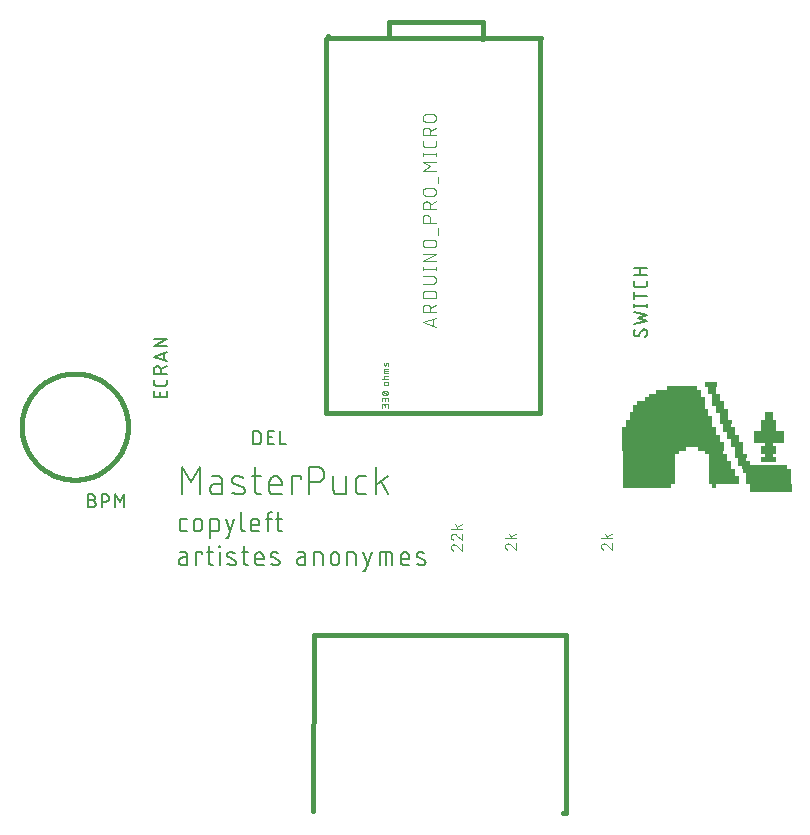
<source format=gbr>
G04 EAGLE Gerber X2 export*
%TF.Part,Single*%
%TF.FileFunction,Legend,Top,1*%
%TF.FilePolarity,Positive*%
%TF.GenerationSoftware,Autodesk,EAGLE,8.6.0*%
%TF.CreationDate,2018-09-12T16:35:13Z*%
G75*
%MOMM*%
%FSLAX34Y34*%
%LPD*%
%AMOC8*
5,1,8,0,0,1.08239X$1,22.5*%
G01*
%ADD10C,0.203200*%
%ADD11C,0.152400*%
%ADD12R,3.479800X0.025400*%
%ADD13R,4.114800X0.025400*%
%ADD14R,0.304800X0.025400*%
%ADD15R,4.445000X0.025400*%
%ADD16R,2.540000X0.025400*%
%ADD17R,3.810000X0.025400*%
%ADD18R,2.235200X0.025400*%
%ADD19R,1.905000X0.025400*%
%ADD20R,0.965200X0.025400*%
%ADD21R,1.600200X0.025400*%
%ADD22R,0.635000X0.025400*%
%ADD23R,1.270000X0.025400*%
%ADD24R,0.939800X0.025400*%
%ADD25R,4.749800X0.025400*%
%ADD26R,1.574800X0.025400*%
%ADD27R,5.384800X0.025400*%
%ADD28R,2.209800X0.025400*%
%ADD29R,8.559800X0.025400*%
%ADD30R,8.255000X0.025400*%
%ADD31R,7.924800X0.025400*%
%ADD32R,7.315200X0.025400*%
%ADD33R,6.985000X0.025400*%
%ADD34R,6.654800X0.025400*%
%ADD35R,6.350000X0.025400*%
%ADD36R,6.045200X0.025400*%
%ADD37R,5.715000X0.025400*%
%ADD38R,5.080000X0.025400*%
%ADD39C,0.406400*%
%ADD40C,0.101600*%
%ADD41C,0.127000*%
%ADD42C,0.076200*%
%ADD43C,0.050800*%


D10*
X448056Y412496D02*
X448056Y435864D01*
X455845Y422882D01*
X463635Y435864D01*
X463635Y412496D01*
X476720Y421584D02*
X482562Y421584D01*
X476720Y421584D02*
X476587Y421582D01*
X476453Y421576D01*
X476320Y421566D01*
X476188Y421553D01*
X476055Y421535D01*
X475924Y421514D01*
X475793Y421488D01*
X475662Y421459D01*
X475533Y421426D01*
X475405Y421390D01*
X475278Y421349D01*
X475152Y421305D01*
X475027Y421257D01*
X474904Y421205D01*
X474783Y421150D01*
X474663Y421092D01*
X474545Y421030D01*
X474429Y420964D01*
X474315Y420895D01*
X474202Y420823D01*
X474092Y420747D01*
X473985Y420669D01*
X473879Y420587D01*
X473777Y420502D01*
X473676Y420414D01*
X473578Y420323D01*
X473483Y420229D01*
X473391Y420133D01*
X473302Y420034D01*
X473215Y419932D01*
X473132Y419828D01*
X473052Y419722D01*
X472975Y419613D01*
X472901Y419502D01*
X472830Y419389D01*
X472763Y419273D01*
X472699Y419156D01*
X472638Y419037D01*
X472582Y418917D01*
X472528Y418794D01*
X472479Y418670D01*
X472433Y418545D01*
X472390Y418419D01*
X472352Y418291D01*
X472317Y418162D01*
X472286Y418033D01*
X472258Y417902D01*
X472235Y417771D01*
X472216Y417639D01*
X472200Y417506D01*
X472188Y417373D01*
X472180Y417240D01*
X472176Y417107D01*
X472176Y416973D01*
X472180Y416840D01*
X472188Y416707D01*
X472200Y416574D01*
X472216Y416441D01*
X472235Y416309D01*
X472258Y416178D01*
X472286Y416047D01*
X472317Y415918D01*
X472352Y415789D01*
X472390Y415661D01*
X472433Y415535D01*
X472479Y415410D01*
X472528Y415286D01*
X472582Y415163D01*
X472638Y415043D01*
X472699Y414924D01*
X472763Y414807D01*
X472830Y414691D01*
X472901Y414578D01*
X472975Y414467D01*
X473052Y414358D01*
X473132Y414252D01*
X473215Y414148D01*
X473302Y414046D01*
X473391Y413947D01*
X473483Y413851D01*
X473578Y413757D01*
X473676Y413666D01*
X473777Y413578D01*
X473879Y413493D01*
X473985Y413411D01*
X474092Y413333D01*
X474202Y413257D01*
X474315Y413185D01*
X474429Y413116D01*
X474545Y413050D01*
X474663Y412988D01*
X474783Y412930D01*
X474904Y412875D01*
X475027Y412823D01*
X475152Y412775D01*
X475278Y412731D01*
X475405Y412690D01*
X475533Y412654D01*
X475662Y412621D01*
X475793Y412592D01*
X475924Y412566D01*
X476055Y412545D01*
X476188Y412527D01*
X476320Y412514D01*
X476453Y412504D01*
X476587Y412498D01*
X476720Y412496D01*
X482562Y412496D01*
X482562Y424180D01*
X482560Y424302D01*
X482554Y424425D01*
X482545Y424547D01*
X482531Y424668D01*
X482514Y424789D01*
X482493Y424910D01*
X482468Y425030D01*
X482440Y425149D01*
X482407Y425267D01*
X482371Y425384D01*
X482332Y425499D01*
X482288Y425614D01*
X482242Y425727D01*
X482191Y425838D01*
X482137Y425948D01*
X482080Y426056D01*
X482020Y426163D01*
X481956Y426267D01*
X481888Y426369D01*
X481818Y426469D01*
X481745Y426567D01*
X481668Y426663D01*
X481589Y426756D01*
X481506Y426846D01*
X481421Y426934D01*
X481333Y427019D01*
X481243Y427102D01*
X481150Y427181D01*
X481054Y427258D01*
X480956Y427331D01*
X480856Y427401D01*
X480754Y427469D01*
X480650Y427533D01*
X480543Y427593D01*
X480435Y427650D01*
X480325Y427704D01*
X480214Y427755D01*
X480101Y427801D01*
X479986Y427845D01*
X479871Y427884D01*
X479754Y427920D01*
X479636Y427953D01*
X479517Y427981D01*
X479397Y428006D01*
X479276Y428027D01*
X479155Y428044D01*
X479034Y428058D01*
X478912Y428067D01*
X478789Y428073D01*
X478667Y428075D01*
X473474Y428075D01*
X492965Y421584D02*
X499456Y418987D01*
X492966Y421584D02*
X492860Y421628D01*
X492755Y421677D01*
X492652Y421729D01*
X492551Y421784D01*
X492451Y421843D01*
X492354Y421905D01*
X492259Y421970D01*
X492167Y422039D01*
X492076Y422111D01*
X491989Y422185D01*
X491903Y422263D01*
X491821Y422344D01*
X491741Y422427D01*
X491665Y422513D01*
X491591Y422602D01*
X491520Y422693D01*
X491453Y422787D01*
X491389Y422883D01*
X491328Y422981D01*
X491270Y423080D01*
X491216Y423182D01*
X491166Y423286D01*
X491119Y423391D01*
X491075Y423498D01*
X491036Y423607D01*
X491000Y423716D01*
X490968Y423827D01*
X490939Y423939D01*
X490915Y424051D01*
X490894Y424165D01*
X490878Y424279D01*
X490865Y424394D01*
X490856Y424509D01*
X490851Y424624D01*
X490850Y424739D01*
X490853Y424854D01*
X490860Y424970D01*
X490871Y425084D01*
X490886Y425199D01*
X490905Y425312D01*
X490927Y425426D01*
X490954Y425538D01*
X490984Y425649D01*
X491018Y425759D01*
X491056Y425868D01*
X491097Y425976D01*
X491143Y426082D01*
X491192Y426186D01*
X491244Y426289D01*
X491300Y426390D01*
X491359Y426489D01*
X491422Y426586D01*
X491488Y426680D01*
X491557Y426773D01*
X491629Y426863D01*
X491704Y426950D01*
X491783Y427035D01*
X491864Y427117D01*
X491948Y427196D01*
X492034Y427272D01*
X492123Y427345D01*
X492215Y427415D01*
X492309Y427482D01*
X492405Y427546D01*
X492503Y427606D01*
X492603Y427663D01*
X492705Y427717D01*
X492809Y427767D01*
X492915Y427813D01*
X493022Y427856D01*
X493131Y427895D01*
X493240Y427930D01*
X493351Y427962D01*
X493463Y427990D01*
X493576Y428014D01*
X493690Y428034D01*
X493804Y428050D01*
X493918Y428062D01*
X494033Y428070D01*
X494149Y428074D01*
X494264Y428075D01*
X494263Y428074D02*
X494618Y428065D01*
X494972Y428047D01*
X495325Y428021D01*
X495678Y427986D01*
X496030Y427943D01*
X496381Y427891D01*
X496730Y427831D01*
X497078Y427762D01*
X497424Y427685D01*
X497768Y427600D01*
X498110Y427507D01*
X498449Y427405D01*
X498786Y427295D01*
X499121Y427178D01*
X499452Y427052D01*
X499780Y426918D01*
X500105Y426776D01*
X499456Y418987D02*
X499562Y418943D01*
X499667Y418894D01*
X499770Y418842D01*
X499871Y418787D01*
X499971Y418728D01*
X500068Y418666D01*
X500163Y418601D01*
X500255Y418532D01*
X500346Y418460D01*
X500433Y418386D01*
X500519Y418308D01*
X500601Y418227D01*
X500681Y418144D01*
X500757Y418058D01*
X500831Y417969D01*
X500902Y417878D01*
X500969Y417784D01*
X501033Y417688D01*
X501094Y417590D01*
X501152Y417491D01*
X501206Y417389D01*
X501256Y417285D01*
X501303Y417180D01*
X501347Y417073D01*
X501386Y416964D01*
X501422Y416855D01*
X501454Y416744D01*
X501483Y416632D01*
X501507Y416520D01*
X501528Y416406D01*
X501544Y416292D01*
X501557Y416177D01*
X501566Y416062D01*
X501571Y415947D01*
X501572Y415832D01*
X501569Y415717D01*
X501562Y415601D01*
X501551Y415487D01*
X501536Y415372D01*
X501517Y415259D01*
X501495Y415145D01*
X501468Y415033D01*
X501438Y414922D01*
X501404Y414812D01*
X501366Y414703D01*
X501325Y414595D01*
X501279Y414489D01*
X501230Y414385D01*
X501178Y414282D01*
X501122Y414181D01*
X501063Y414082D01*
X501000Y413985D01*
X500934Y413891D01*
X500865Y413798D01*
X500793Y413708D01*
X500718Y413621D01*
X500639Y413536D01*
X500558Y413454D01*
X500474Y413375D01*
X500388Y413299D01*
X500299Y413226D01*
X500207Y413156D01*
X500113Y413089D01*
X500017Y413025D01*
X499919Y412965D01*
X499819Y412908D01*
X499717Y412854D01*
X499613Y412804D01*
X499507Y412758D01*
X499400Y412715D01*
X499291Y412676D01*
X499182Y412641D01*
X499071Y412609D01*
X498959Y412581D01*
X498846Y412557D01*
X498732Y412537D01*
X498618Y412521D01*
X498504Y412509D01*
X498389Y412501D01*
X498273Y412497D01*
X498158Y412496D01*
X498159Y412496D02*
X497638Y412510D01*
X497118Y412536D01*
X496599Y412574D01*
X496080Y412624D01*
X495563Y412687D01*
X495048Y412762D01*
X494535Y412849D01*
X494023Y412948D01*
X493515Y413060D01*
X493009Y413183D01*
X492506Y413318D01*
X492006Y413465D01*
X491510Y413624D01*
X491018Y413794D01*
X507543Y428075D02*
X515333Y428075D01*
X510140Y435864D02*
X510140Y416391D01*
X510142Y416269D01*
X510148Y416146D01*
X510157Y416024D01*
X510171Y415903D01*
X510188Y415782D01*
X510209Y415661D01*
X510234Y415541D01*
X510262Y415422D01*
X510295Y415304D01*
X510331Y415187D01*
X510370Y415072D01*
X510414Y414957D01*
X510460Y414844D01*
X510511Y414733D01*
X510565Y414623D01*
X510622Y414515D01*
X510682Y414408D01*
X510746Y414304D01*
X510814Y414202D01*
X510884Y414102D01*
X510957Y414004D01*
X511034Y413908D01*
X511113Y413815D01*
X511196Y413725D01*
X511281Y413637D01*
X511369Y413552D01*
X511459Y413469D01*
X511552Y413390D01*
X511648Y413313D01*
X511746Y413240D01*
X511846Y413170D01*
X511948Y413102D01*
X512052Y413038D01*
X512159Y412978D01*
X512267Y412921D01*
X512377Y412867D01*
X512488Y412816D01*
X512601Y412770D01*
X512716Y412726D01*
X512831Y412687D01*
X512948Y412651D01*
X513066Y412618D01*
X513185Y412590D01*
X513305Y412565D01*
X513426Y412544D01*
X513547Y412527D01*
X513668Y412513D01*
X513790Y412504D01*
X513913Y412498D01*
X514035Y412496D01*
X515333Y412496D01*
X526231Y412496D02*
X532722Y412496D01*
X526231Y412496D02*
X526109Y412498D01*
X525986Y412504D01*
X525864Y412513D01*
X525743Y412527D01*
X525622Y412544D01*
X525501Y412565D01*
X525381Y412590D01*
X525262Y412618D01*
X525144Y412651D01*
X525027Y412687D01*
X524912Y412726D01*
X524797Y412770D01*
X524684Y412816D01*
X524573Y412867D01*
X524463Y412921D01*
X524355Y412978D01*
X524248Y413038D01*
X524144Y413102D01*
X524042Y413170D01*
X523942Y413240D01*
X523844Y413313D01*
X523748Y413390D01*
X523655Y413469D01*
X523565Y413552D01*
X523477Y413637D01*
X523392Y413725D01*
X523309Y413815D01*
X523230Y413908D01*
X523153Y414004D01*
X523080Y414102D01*
X523010Y414202D01*
X522942Y414304D01*
X522878Y414408D01*
X522818Y414515D01*
X522761Y414623D01*
X522707Y414733D01*
X522656Y414844D01*
X522610Y414957D01*
X522566Y415072D01*
X522527Y415187D01*
X522491Y415304D01*
X522458Y415422D01*
X522430Y415541D01*
X522405Y415661D01*
X522384Y415782D01*
X522367Y415903D01*
X522353Y416024D01*
X522344Y416146D01*
X522338Y416269D01*
X522336Y416391D01*
X522336Y422882D01*
X522338Y423025D01*
X522344Y423168D01*
X522354Y423311D01*
X522368Y423453D01*
X522385Y423595D01*
X522407Y423737D01*
X522432Y423878D01*
X522462Y424018D01*
X522495Y424157D01*
X522532Y424295D01*
X522573Y424432D01*
X522617Y424568D01*
X522666Y424703D01*
X522718Y424836D01*
X522773Y424968D01*
X522833Y425098D01*
X522896Y425227D01*
X522962Y425354D01*
X523032Y425479D01*
X523105Y425601D01*
X523182Y425722D01*
X523262Y425841D01*
X523345Y425957D01*
X523431Y426072D01*
X523520Y426183D01*
X523613Y426293D01*
X523708Y426399D01*
X523807Y426503D01*
X523908Y426604D01*
X524012Y426703D01*
X524118Y426798D01*
X524228Y426891D01*
X524339Y426980D01*
X524454Y427066D01*
X524570Y427149D01*
X524689Y427229D01*
X524810Y427306D01*
X524933Y427379D01*
X525057Y427449D01*
X525184Y427515D01*
X525313Y427578D01*
X525443Y427638D01*
X525575Y427693D01*
X525708Y427745D01*
X525843Y427794D01*
X525979Y427838D01*
X526116Y427879D01*
X526254Y427916D01*
X526393Y427949D01*
X526533Y427979D01*
X526674Y428004D01*
X526816Y428026D01*
X526958Y428043D01*
X527100Y428057D01*
X527243Y428067D01*
X527386Y428073D01*
X527529Y428075D01*
X527672Y428073D01*
X527815Y428067D01*
X527958Y428057D01*
X528100Y428043D01*
X528242Y428026D01*
X528384Y428004D01*
X528525Y427979D01*
X528665Y427949D01*
X528804Y427916D01*
X528942Y427879D01*
X529079Y427838D01*
X529215Y427794D01*
X529350Y427745D01*
X529483Y427693D01*
X529615Y427638D01*
X529745Y427578D01*
X529874Y427515D01*
X530001Y427449D01*
X530126Y427379D01*
X530248Y427306D01*
X530369Y427229D01*
X530488Y427149D01*
X530604Y427066D01*
X530719Y426980D01*
X530830Y426891D01*
X530940Y426798D01*
X531046Y426703D01*
X531150Y426604D01*
X531251Y426503D01*
X531350Y426399D01*
X531445Y426293D01*
X531538Y426183D01*
X531627Y426072D01*
X531713Y425957D01*
X531796Y425841D01*
X531876Y425722D01*
X531953Y425601D01*
X532026Y425479D01*
X532096Y425354D01*
X532162Y425227D01*
X532225Y425098D01*
X532285Y424968D01*
X532340Y424836D01*
X532392Y424703D01*
X532441Y424568D01*
X532485Y424432D01*
X532526Y424295D01*
X532563Y424157D01*
X532596Y424018D01*
X532626Y423878D01*
X532651Y423737D01*
X532673Y423595D01*
X532690Y423453D01*
X532704Y423311D01*
X532714Y423168D01*
X532720Y423025D01*
X532722Y422882D01*
X532722Y420285D01*
X522336Y420285D01*
X541191Y412496D02*
X541191Y428075D01*
X548980Y428075D01*
X548980Y425478D01*
X555983Y435864D02*
X555983Y412496D01*
X555983Y435864D02*
X562474Y435864D01*
X562633Y435862D01*
X562792Y435856D01*
X562952Y435846D01*
X563110Y435833D01*
X563269Y435815D01*
X563426Y435794D01*
X563584Y435768D01*
X563740Y435739D01*
X563896Y435706D01*
X564051Y435669D01*
X564205Y435629D01*
X564358Y435584D01*
X564510Y435536D01*
X564661Y435485D01*
X564810Y435429D01*
X564958Y435370D01*
X565104Y435307D01*
X565249Y435241D01*
X565392Y435171D01*
X565534Y435098D01*
X565673Y435021D01*
X565811Y434941D01*
X565947Y434857D01*
X566080Y434770D01*
X566212Y434680D01*
X566341Y434587D01*
X566467Y434490D01*
X566592Y434391D01*
X566714Y434288D01*
X566833Y434183D01*
X566950Y434074D01*
X567064Y433963D01*
X567175Y433849D01*
X567284Y433732D01*
X567389Y433613D01*
X567492Y433491D01*
X567591Y433366D01*
X567688Y433240D01*
X567781Y433111D01*
X567871Y432979D01*
X567958Y432846D01*
X568042Y432710D01*
X568122Y432572D01*
X568199Y432433D01*
X568272Y432291D01*
X568342Y432148D01*
X568408Y432003D01*
X568471Y431857D01*
X568530Y431709D01*
X568586Y431560D01*
X568637Y431409D01*
X568685Y431257D01*
X568730Y431104D01*
X568770Y430950D01*
X568807Y430795D01*
X568840Y430639D01*
X568869Y430483D01*
X568895Y430325D01*
X568916Y430168D01*
X568934Y430009D01*
X568947Y429851D01*
X568957Y429691D01*
X568963Y429532D01*
X568965Y429373D01*
X568963Y429214D01*
X568957Y429055D01*
X568947Y428895D01*
X568934Y428737D01*
X568916Y428578D01*
X568895Y428421D01*
X568869Y428263D01*
X568840Y428107D01*
X568807Y427951D01*
X568770Y427796D01*
X568730Y427642D01*
X568685Y427489D01*
X568637Y427337D01*
X568586Y427186D01*
X568530Y427037D01*
X568471Y426889D01*
X568408Y426743D01*
X568342Y426598D01*
X568272Y426455D01*
X568199Y426313D01*
X568122Y426174D01*
X568042Y426036D01*
X567958Y425900D01*
X567871Y425767D01*
X567781Y425635D01*
X567688Y425506D01*
X567591Y425380D01*
X567492Y425255D01*
X567389Y425133D01*
X567284Y425014D01*
X567175Y424897D01*
X567064Y424783D01*
X566950Y424672D01*
X566833Y424563D01*
X566714Y424458D01*
X566592Y424355D01*
X566467Y424256D01*
X566341Y424159D01*
X566212Y424066D01*
X566080Y423976D01*
X565947Y423889D01*
X565811Y423805D01*
X565673Y423725D01*
X565534Y423648D01*
X565392Y423575D01*
X565249Y423505D01*
X565104Y423439D01*
X564958Y423376D01*
X564810Y423317D01*
X564661Y423261D01*
X564510Y423210D01*
X564358Y423162D01*
X564205Y423117D01*
X564051Y423077D01*
X563896Y423040D01*
X563740Y423007D01*
X563584Y422978D01*
X563426Y422952D01*
X563269Y422931D01*
X563110Y422913D01*
X562952Y422900D01*
X562792Y422890D01*
X562633Y422884D01*
X562474Y422882D01*
X555983Y422882D01*
X576621Y428075D02*
X576621Y416391D01*
X576623Y416269D01*
X576629Y416146D01*
X576638Y416024D01*
X576652Y415903D01*
X576669Y415782D01*
X576690Y415661D01*
X576715Y415541D01*
X576743Y415422D01*
X576776Y415304D01*
X576812Y415187D01*
X576851Y415072D01*
X576895Y414957D01*
X576941Y414844D01*
X576992Y414733D01*
X577046Y414623D01*
X577103Y414515D01*
X577163Y414408D01*
X577227Y414304D01*
X577295Y414202D01*
X577365Y414102D01*
X577438Y414004D01*
X577515Y413908D01*
X577594Y413815D01*
X577677Y413725D01*
X577762Y413637D01*
X577850Y413552D01*
X577940Y413469D01*
X578033Y413390D01*
X578129Y413313D01*
X578227Y413240D01*
X578327Y413170D01*
X578429Y413102D01*
X578533Y413038D01*
X578640Y412978D01*
X578748Y412921D01*
X578858Y412867D01*
X578969Y412816D01*
X579082Y412770D01*
X579197Y412726D01*
X579312Y412687D01*
X579429Y412651D01*
X579547Y412618D01*
X579666Y412590D01*
X579786Y412565D01*
X579907Y412544D01*
X580028Y412527D01*
X580149Y412513D01*
X580271Y412504D01*
X580394Y412498D01*
X580516Y412496D01*
X587007Y412496D01*
X587007Y428075D01*
X599321Y412496D02*
X604514Y412496D01*
X599321Y412496D02*
X599199Y412498D01*
X599076Y412504D01*
X598954Y412513D01*
X598833Y412527D01*
X598712Y412544D01*
X598591Y412565D01*
X598471Y412590D01*
X598352Y412618D01*
X598234Y412651D01*
X598117Y412687D01*
X598002Y412726D01*
X597887Y412770D01*
X597774Y412816D01*
X597663Y412867D01*
X597553Y412921D01*
X597445Y412978D01*
X597338Y413038D01*
X597234Y413102D01*
X597132Y413170D01*
X597032Y413240D01*
X596934Y413313D01*
X596838Y413390D01*
X596745Y413469D01*
X596655Y413552D01*
X596567Y413637D01*
X596482Y413725D01*
X596399Y413815D01*
X596320Y413908D01*
X596243Y414004D01*
X596170Y414102D01*
X596100Y414202D01*
X596032Y414304D01*
X595968Y414408D01*
X595908Y414515D01*
X595851Y414623D01*
X595797Y414733D01*
X595746Y414844D01*
X595700Y414957D01*
X595656Y415072D01*
X595617Y415187D01*
X595581Y415304D01*
X595548Y415422D01*
X595520Y415541D01*
X595495Y415661D01*
X595474Y415782D01*
X595457Y415903D01*
X595443Y416024D01*
X595434Y416146D01*
X595428Y416269D01*
X595426Y416391D01*
X595426Y424180D01*
X595428Y424302D01*
X595434Y424425D01*
X595443Y424547D01*
X595457Y424668D01*
X595474Y424789D01*
X595495Y424910D01*
X595520Y425030D01*
X595548Y425149D01*
X595581Y425267D01*
X595617Y425384D01*
X595656Y425499D01*
X595700Y425614D01*
X595746Y425727D01*
X595797Y425838D01*
X595851Y425948D01*
X595908Y426056D01*
X595968Y426163D01*
X596032Y426267D01*
X596100Y426369D01*
X596170Y426469D01*
X596243Y426567D01*
X596320Y426663D01*
X596399Y426756D01*
X596482Y426846D01*
X596567Y426934D01*
X596655Y427019D01*
X596745Y427102D01*
X596838Y427181D01*
X596934Y427258D01*
X597032Y427331D01*
X597132Y427401D01*
X597234Y427469D01*
X597338Y427533D01*
X597445Y427593D01*
X597553Y427650D01*
X597663Y427704D01*
X597774Y427755D01*
X597887Y427801D01*
X598002Y427845D01*
X598117Y427884D01*
X598234Y427920D01*
X598352Y427953D01*
X598471Y427981D01*
X598591Y428006D01*
X598712Y428027D01*
X598833Y428044D01*
X598954Y428058D01*
X599076Y428067D01*
X599199Y428073D01*
X599321Y428075D01*
X604514Y428075D01*
X612233Y435864D02*
X612233Y412496D01*
X612233Y420285D02*
X622619Y428075D01*
X616777Y423531D02*
X622619Y412496D01*
D11*
X452600Y381254D02*
X448987Y381254D01*
X448886Y381256D01*
X448785Y381262D01*
X448684Y381271D01*
X448583Y381284D01*
X448483Y381301D01*
X448384Y381322D01*
X448286Y381346D01*
X448189Y381374D01*
X448092Y381406D01*
X447997Y381441D01*
X447904Y381480D01*
X447812Y381522D01*
X447721Y381568D01*
X447633Y381617D01*
X447546Y381669D01*
X447461Y381725D01*
X447378Y381783D01*
X447298Y381845D01*
X447220Y381910D01*
X447144Y381977D01*
X447071Y382047D01*
X447001Y382120D01*
X446934Y382196D01*
X446869Y382274D01*
X446807Y382354D01*
X446749Y382437D01*
X446693Y382522D01*
X446641Y382609D01*
X446592Y382697D01*
X446546Y382788D01*
X446504Y382880D01*
X446465Y382973D01*
X446430Y383068D01*
X446398Y383165D01*
X446370Y383262D01*
X446346Y383360D01*
X446325Y383459D01*
X446308Y383559D01*
X446295Y383660D01*
X446286Y383761D01*
X446280Y383862D01*
X446278Y383963D01*
X446278Y389382D01*
X446280Y389483D01*
X446286Y389584D01*
X446295Y389685D01*
X446308Y389786D01*
X446325Y389886D01*
X446346Y389985D01*
X446370Y390083D01*
X446398Y390180D01*
X446430Y390277D01*
X446465Y390372D01*
X446504Y390465D01*
X446546Y390557D01*
X446592Y390648D01*
X446641Y390737D01*
X446693Y390823D01*
X446749Y390908D01*
X446807Y390991D01*
X446869Y391071D01*
X446934Y391149D01*
X447001Y391225D01*
X447071Y391298D01*
X447144Y391368D01*
X447220Y391435D01*
X447298Y391500D01*
X447378Y391562D01*
X447461Y391620D01*
X447546Y391676D01*
X447633Y391728D01*
X447721Y391777D01*
X447812Y391823D01*
X447904Y391865D01*
X447997Y391904D01*
X448092Y391939D01*
X448189Y391971D01*
X448286Y391999D01*
X448384Y392023D01*
X448483Y392044D01*
X448583Y392061D01*
X448684Y392074D01*
X448785Y392083D01*
X448886Y392089D01*
X448987Y392091D01*
X452600Y392091D01*
X458244Y388479D02*
X458244Y384866D01*
X458245Y388479D02*
X458247Y388598D01*
X458253Y388718D01*
X458263Y388837D01*
X458277Y388955D01*
X458294Y389074D01*
X458316Y389191D01*
X458341Y389308D01*
X458371Y389423D01*
X458404Y389538D01*
X458441Y389652D01*
X458481Y389764D01*
X458526Y389875D01*
X458574Y389984D01*
X458625Y390092D01*
X458680Y390198D01*
X458739Y390302D01*
X458801Y390404D01*
X458866Y390504D01*
X458935Y390602D01*
X459007Y390698D01*
X459082Y390791D01*
X459159Y390881D01*
X459240Y390969D01*
X459324Y391054D01*
X459411Y391136D01*
X459500Y391216D01*
X459592Y391292D01*
X459686Y391366D01*
X459783Y391436D01*
X459881Y391503D01*
X459982Y391567D01*
X460086Y391627D01*
X460191Y391684D01*
X460298Y391737D01*
X460406Y391787D01*
X460516Y391833D01*
X460628Y391875D01*
X460741Y391914D01*
X460855Y391949D01*
X460970Y391980D01*
X461087Y392008D01*
X461204Y392031D01*
X461321Y392051D01*
X461440Y392067D01*
X461559Y392079D01*
X461678Y392087D01*
X461797Y392091D01*
X461917Y392091D01*
X462036Y392087D01*
X462155Y392079D01*
X462274Y392067D01*
X462393Y392051D01*
X462510Y392031D01*
X462627Y392008D01*
X462744Y391980D01*
X462859Y391949D01*
X462973Y391914D01*
X463086Y391875D01*
X463198Y391833D01*
X463308Y391787D01*
X463416Y391737D01*
X463523Y391684D01*
X463628Y391627D01*
X463732Y391567D01*
X463833Y391503D01*
X463931Y391436D01*
X464028Y391366D01*
X464122Y391292D01*
X464214Y391216D01*
X464303Y391136D01*
X464390Y391054D01*
X464474Y390969D01*
X464555Y390881D01*
X464632Y390791D01*
X464707Y390698D01*
X464779Y390602D01*
X464848Y390504D01*
X464913Y390404D01*
X464975Y390302D01*
X465034Y390198D01*
X465089Y390092D01*
X465140Y389984D01*
X465188Y389875D01*
X465233Y389764D01*
X465273Y389652D01*
X465310Y389538D01*
X465343Y389423D01*
X465373Y389308D01*
X465398Y389191D01*
X465420Y389074D01*
X465437Y388955D01*
X465451Y388837D01*
X465461Y388718D01*
X465467Y388598D01*
X465469Y388479D01*
X465469Y384866D01*
X465467Y384747D01*
X465461Y384627D01*
X465451Y384508D01*
X465437Y384390D01*
X465420Y384271D01*
X465398Y384154D01*
X465373Y384037D01*
X465343Y383922D01*
X465310Y383807D01*
X465273Y383693D01*
X465233Y383581D01*
X465188Y383470D01*
X465140Y383361D01*
X465089Y383253D01*
X465034Y383147D01*
X464975Y383043D01*
X464913Y382941D01*
X464848Y382841D01*
X464779Y382743D01*
X464707Y382647D01*
X464632Y382554D01*
X464555Y382464D01*
X464474Y382376D01*
X464390Y382291D01*
X464303Y382209D01*
X464214Y382129D01*
X464122Y382053D01*
X464028Y381979D01*
X463931Y381909D01*
X463833Y381842D01*
X463732Y381778D01*
X463628Y381718D01*
X463523Y381661D01*
X463416Y381608D01*
X463308Y381558D01*
X463198Y381512D01*
X463086Y381470D01*
X462973Y381431D01*
X462859Y381396D01*
X462744Y381365D01*
X462627Y381337D01*
X462510Y381314D01*
X462393Y381294D01*
X462274Y381278D01*
X462155Y381266D01*
X462036Y381258D01*
X461917Y381254D01*
X461797Y381254D01*
X461678Y381258D01*
X461559Y381266D01*
X461440Y381278D01*
X461321Y381294D01*
X461204Y381314D01*
X461087Y381337D01*
X460970Y381365D01*
X460855Y381396D01*
X460741Y381431D01*
X460628Y381470D01*
X460516Y381512D01*
X460406Y381558D01*
X460298Y381608D01*
X460191Y381661D01*
X460086Y381718D01*
X459982Y381778D01*
X459881Y381842D01*
X459783Y381909D01*
X459686Y381979D01*
X459592Y382053D01*
X459500Y382129D01*
X459411Y382209D01*
X459324Y382291D01*
X459240Y382376D01*
X459159Y382464D01*
X459082Y382554D01*
X459007Y382647D01*
X458935Y382743D01*
X458866Y382841D01*
X458801Y382941D01*
X458739Y383043D01*
X458680Y383147D01*
X458625Y383253D01*
X458574Y383361D01*
X458526Y383470D01*
X458481Y383581D01*
X458441Y383693D01*
X458404Y383807D01*
X458371Y383922D01*
X458341Y384037D01*
X458316Y384154D01*
X458294Y384271D01*
X458277Y384390D01*
X458263Y384508D01*
X458253Y384627D01*
X458247Y384747D01*
X458245Y384866D01*
X472386Y392091D02*
X472386Y375835D01*
X472386Y392091D02*
X476901Y392091D01*
X477005Y392089D01*
X477108Y392083D01*
X477212Y392073D01*
X477315Y392059D01*
X477417Y392041D01*
X477518Y392020D01*
X477619Y391994D01*
X477718Y391965D01*
X477817Y391932D01*
X477914Y391895D01*
X478009Y391854D01*
X478103Y391810D01*
X478195Y391762D01*
X478285Y391711D01*
X478374Y391656D01*
X478460Y391598D01*
X478543Y391536D01*
X478625Y391472D01*
X478703Y391404D01*
X478779Y391334D01*
X478853Y391261D01*
X478923Y391184D01*
X478991Y391106D01*
X479055Y391024D01*
X479117Y390941D01*
X479175Y390855D01*
X479230Y390766D01*
X479281Y390676D01*
X479329Y390584D01*
X479373Y390490D01*
X479414Y390395D01*
X479451Y390298D01*
X479484Y390199D01*
X479513Y390100D01*
X479539Y389999D01*
X479560Y389898D01*
X479578Y389796D01*
X479592Y389693D01*
X479602Y389589D01*
X479608Y389486D01*
X479610Y389382D01*
X479611Y389382D02*
X479611Y383963D01*
X479610Y383963D02*
X479608Y383862D01*
X479602Y383761D01*
X479593Y383660D01*
X479580Y383559D01*
X479563Y383459D01*
X479542Y383360D01*
X479518Y383262D01*
X479490Y383165D01*
X479458Y383068D01*
X479423Y382973D01*
X479384Y382880D01*
X479342Y382788D01*
X479296Y382697D01*
X479247Y382609D01*
X479195Y382522D01*
X479139Y382437D01*
X479081Y382354D01*
X479019Y382274D01*
X478954Y382196D01*
X478887Y382120D01*
X478817Y382047D01*
X478744Y381977D01*
X478668Y381910D01*
X478590Y381845D01*
X478510Y381783D01*
X478427Y381725D01*
X478342Y381669D01*
X478256Y381617D01*
X478167Y381568D01*
X478076Y381522D01*
X477984Y381480D01*
X477891Y381441D01*
X477796Y381406D01*
X477699Y381374D01*
X477602Y381346D01*
X477504Y381322D01*
X477405Y381301D01*
X477305Y381284D01*
X477204Y381271D01*
X477103Y381262D01*
X477002Y381256D01*
X476901Y381254D01*
X472386Y381254D01*
X485338Y375835D02*
X487145Y375835D01*
X492563Y392091D01*
X485338Y392091D02*
X488951Y381254D01*
X498601Y383963D02*
X498601Y397510D01*
X498602Y383963D02*
X498604Y383862D01*
X498610Y383761D01*
X498619Y383660D01*
X498632Y383559D01*
X498649Y383459D01*
X498670Y383360D01*
X498694Y383262D01*
X498722Y383165D01*
X498754Y383068D01*
X498789Y382973D01*
X498828Y382880D01*
X498870Y382788D01*
X498916Y382697D01*
X498965Y382609D01*
X499017Y382522D01*
X499073Y382437D01*
X499131Y382354D01*
X499193Y382274D01*
X499258Y382196D01*
X499325Y382120D01*
X499395Y382047D01*
X499468Y381977D01*
X499544Y381910D01*
X499622Y381845D01*
X499702Y381783D01*
X499785Y381725D01*
X499870Y381669D01*
X499957Y381617D01*
X500045Y381568D01*
X500136Y381522D01*
X500228Y381480D01*
X500321Y381441D01*
X500416Y381406D01*
X500513Y381374D01*
X500610Y381346D01*
X500708Y381322D01*
X500807Y381301D01*
X500907Y381284D01*
X501008Y381271D01*
X501109Y381262D01*
X501210Y381256D01*
X501311Y381254D01*
X509410Y381254D02*
X513926Y381254D01*
X509410Y381254D02*
X509309Y381256D01*
X509208Y381262D01*
X509107Y381271D01*
X509006Y381284D01*
X508906Y381301D01*
X508807Y381322D01*
X508709Y381346D01*
X508612Y381374D01*
X508515Y381406D01*
X508420Y381441D01*
X508327Y381480D01*
X508235Y381522D01*
X508144Y381568D01*
X508056Y381617D01*
X507969Y381669D01*
X507884Y381725D01*
X507801Y381783D01*
X507721Y381845D01*
X507643Y381910D01*
X507567Y381977D01*
X507494Y382047D01*
X507424Y382120D01*
X507357Y382196D01*
X507292Y382274D01*
X507230Y382354D01*
X507172Y382437D01*
X507116Y382522D01*
X507064Y382609D01*
X507015Y382697D01*
X506969Y382788D01*
X506927Y382880D01*
X506888Y382973D01*
X506853Y383068D01*
X506821Y383165D01*
X506793Y383262D01*
X506769Y383360D01*
X506748Y383459D01*
X506731Y383559D01*
X506718Y383660D01*
X506709Y383761D01*
X506703Y383862D01*
X506701Y383963D01*
X506701Y388479D01*
X506702Y388479D02*
X506704Y388598D01*
X506710Y388718D01*
X506720Y388837D01*
X506734Y388955D01*
X506751Y389074D01*
X506773Y389191D01*
X506798Y389308D01*
X506828Y389423D01*
X506861Y389538D01*
X506898Y389652D01*
X506938Y389764D01*
X506983Y389875D01*
X507031Y389984D01*
X507082Y390092D01*
X507137Y390198D01*
X507196Y390302D01*
X507258Y390404D01*
X507323Y390504D01*
X507392Y390602D01*
X507464Y390698D01*
X507539Y390791D01*
X507616Y390881D01*
X507697Y390969D01*
X507781Y391054D01*
X507868Y391136D01*
X507957Y391216D01*
X508049Y391292D01*
X508143Y391366D01*
X508240Y391436D01*
X508338Y391503D01*
X508439Y391567D01*
X508543Y391627D01*
X508648Y391684D01*
X508755Y391737D01*
X508863Y391787D01*
X508973Y391833D01*
X509085Y391875D01*
X509198Y391914D01*
X509312Y391949D01*
X509427Y391980D01*
X509544Y392008D01*
X509661Y392031D01*
X509778Y392051D01*
X509897Y392067D01*
X510016Y392079D01*
X510135Y392087D01*
X510254Y392091D01*
X510374Y392091D01*
X510493Y392087D01*
X510612Y392079D01*
X510731Y392067D01*
X510850Y392051D01*
X510967Y392031D01*
X511084Y392008D01*
X511201Y391980D01*
X511316Y391949D01*
X511430Y391914D01*
X511543Y391875D01*
X511655Y391833D01*
X511765Y391787D01*
X511873Y391737D01*
X511980Y391684D01*
X512085Y391627D01*
X512189Y391567D01*
X512290Y391503D01*
X512388Y391436D01*
X512485Y391366D01*
X512579Y391292D01*
X512671Y391216D01*
X512760Y391136D01*
X512847Y391054D01*
X512931Y390969D01*
X513012Y390881D01*
X513089Y390791D01*
X513164Y390698D01*
X513236Y390602D01*
X513305Y390504D01*
X513370Y390404D01*
X513432Y390302D01*
X513491Y390198D01*
X513546Y390092D01*
X513597Y389984D01*
X513645Y389875D01*
X513690Y389764D01*
X513730Y389652D01*
X513767Y389538D01*
X513800Y389423D01*
X513830Y389308D01*
X513855Y389191D01*
X513877Y389074D01*
X513894Y388955D01*
X513908Y388837D01*
X513918Y388718D01*
X513924Y388598D01*
X513926Y388479D01*
X513926Y386673D01*
X506701Y386673D01*
X521136Y381254D02*
X521136Y394801D01*
X521138Y394905D01*
X521144Y395008D01*
X521154Y395112D01*
X521168Y395215D01*
X521186Y395317D01*
X521207Y395418D01*
X521233Y395519D01*
X521262Y395618D01*
X521295Y395717D01*
X521332Y395814D01*
X521373Y395909D01*
X521417Y396003D01*
X521465Y396095D01*
X521516Y396185D01*
X521571Y396274D01*
X521629Y396360D01*
X521691Y396443D01*
X521755Y396525D01*
X521823Y396603D01*
X521893Y396679D01*
X521966Y396753D01*
X522043Y396823D01*
X522121Y396891D01*
X522203Y396955D01*
X522286Y397017D01*
X522372Y397075D01*
X522461Y397130D01*
X522551Y397181D01*
X522643Y397229D01*
X522737Y397273D01*
X522832Y397314D01*
X522929Y397351D01*
X523028Y397384D01*
X523127Y397413D01*
X523228Y397439D01*
X523329Y397460D01*
X523431Y397478D01*
X523534Y397492D01*
X523638Y397502D01*
X523741Y397508D01*
X523845Y397510D01*
X524748Y397510D01*
X524748Y392091D02*
X519330Y392091D01*
X527809Y392091D02*
X533227Y392091D01*
X529615Y397510D02*
X529615Y383963D01*
X529617Y383862D01*
X529623Y383761D01*
X529632Y383660D01*
X529645Y383559D01*
X529662Y383459D01*
X529683Y383360D01*
X529707Y383262D01*
X529735Y383165D01*
X529767Y383068D01*
X529802Y382973D01*
X529841Y382880D01*
X529883Y382788D01*
X529929Y382697D01*
X529978Y382609D01*
X530030Y382522D01*
X530086Y382437D01*
X530144Y382354D01*
X530206Y382274D01*
X530271Y382196D01*
X530338Y382120D01*
X530408Y382047D01*
X530481Y381977D01*
X530557Y381910D01*
X530635Y381845D01*
X530715Y381783D01*
X530798Y381725D01*
X530883Y381669D01*
X530970Y381617D01*
X531058Y381568D01*
X531149Y381522D01*
X531241Y381480D01*
X531334Y381441D01*
X531429Y381406D01*
X531526Y381374D01*
X531623Y381346D01*
X531721Y381322D01*
X531820Y381301D01*
X531920Y381284D01*
X532021Y381271D01*
X532122Y381262D01*
X532223Y381256D01*
X532324Y381254D01*
X533227Y381254D01*
X452741Y359128D02*
X448677Y359128D01*
X448565Y359126D01*
X448454Y359120D01*
X448343Y359110D01*
X448232Y359097D01*
X448122Y359079D01*
X448013Y359057D01*
X447904Y359032D01*
X447796Y359003D01*
X447690Y358970D01*
X447584Y358933D01*
X447480Y358893D01*
X447378Y358849D01*
X447277Y358801D01*
X447178Y358750D01*
X447080Y358695D01*
X446985Y358637D01*
X446892Y358576D01*
X446801Y358511D01*
X446712Y358443D01*
X446626Y358372D01*
X446543Y358299D01*
X446462Y358222D01*
X446383Y358142D01*
X446308Y358060D01*
X446236Y357975D01*
X446166Y357888D01*
X446100Y357798D01*
X446037Y357706D01*
X445977Y357611D01*
X445921Y357515D01*
X445868Y357417D01*
X445819Y357317D01*
X445773Y357215D01*
X445731Y357112D01*
X445692Y357007D01*
X445657Y356901D01*
X445626Y356794D01*
X445599Y356686D01*
X445575Y356577D01*
X445556Y356467D01*
X445540Y356357D01*
X445528Y356246D01*
X445520Y356134D01*
X445516Y356023D01*
X445516Y355911D01*
X445520Y355800D01*
X445528Y355688D01*
X445540Y355577D01*
X445556Y355467D01*
X445575Y355357D01*
X445599Y355248D01*
X445626Y355140D01*
X445657Y355033D01*
X445692Y354927D01*
X445731Y354822D01*
X445773Y354719D01*
X445819Y354617D01*
X445868Y354517D01*
X445921Y354419D01*
X445977Y354323D01*
X446037Y354228D01*
X446100Y354136D01*
X446166Y354046D01*
X446236Y353959D01*
X446308Y353874D01*
X446383Y353792D01*
X446462Y353712D01*
X446543Y353635D01*
X446626Y353562D01*
X446712Y353491D01*
X446801Y353423D01*
X446892Y353358D01*
X446985Y353297D01*
X447080Y353239D01*
X447178Y353184D01*
X447277Y353133D01*
X447378Y353085D01*
X447480Y353041D01*
X447584Y353001D01*
X447690Y352964D01*
X447796Y352931D01*
X447904Y352902D01*
X448013Y352877D01*
X448122Y352855D01*
X448232Y352837D01*
X448343Y352824D01*
X448454Y352814D01*
X448565Y352808D01*
X448677Y352806D01*
X452741Y352806D01*
X452741Y360934D01*
X452739Y361035D01*
X452733Y361136D01*
X452724Y361237D01*
X452711Y361338D01*
X452694Y361438D01*
X452673Y361537D01*
X452649Y361635D01*
X452621Y361732D01*
X452589Y361829D01*
X452554Y361924D01*
X452515Y362017D01*
X452473Y362109D01*
X452427Y362200D01*
X452378Y362289D01*
X452326Y362375D01*
X452270Y362460D01*
X452212Y362543D01*
X452150Y362623D01*
X452085Y362701D01*
X452018Y362777D01*
X451948Y362850D01*
X451875Y362920D01*
X451799Y362987D01*
X451721Y363052D01*
X451641Y363114D01*
X451558Y363172D01*
X451473Y363228D01*
X451387Y363280D01*
X451298Y363329D01*
X451207Y363375D01*
X451115Y363417D01*
X451022Y363456D01*
X450927Y363491D01*
X450830Y363523D01*
X450733Y363551D01*
X450635Y363575D01*
X450536Y363596D01*
X450436Y363613D01*
X450335Y363626D01*
X450234Y363635D01*
X450133Y363641D01*
X450032Y363643D01*
X446419Y363643D01*
X460263Y363643D02*
X460263Y352806D01*
X460263Y363643D02*
X465682Y363643D01*
X465682Y361837D01*
X469302Y363643D02*
X474721Y363643D01*
X471108Y369062D02*
X471108Y355515D01*
X471110Y355414D01*
X471116Y355313D01*
X471125Y355212D01*
X471138Y355111D01*
X471155Y355011D01*
X471176Y354912D01*
X471200Y354814D01*
X471228Y354717D01*
X471260Y354620D01*
X471295Y354525D01*
X471334Y354432D01*
X471376Y354340D01*
X471422Y354249D01*
X471471Y354161D01*
X471523Y354074D01*
X471579Y353989D01*
X471637Y353906D01*
X471699Y353826D01*
X471764Y353748D01*
X471831Y353672D01*
X471901Y353599D01*
X471974Y353529D01*
X472050Y353462D01*
X472128Y353397D01*
X472208Y353335D01*
X472291Y353277D01*
X472376Y353221D01*
X472463Y353169D01*
X472551Y353120D01*
X472642Y353074D01*
X472734Y353032D01*
X472827Y352993D01*
X472922Y352958D01*
X473019Y352926D01*
X473116Y352898D01*
X473214Y352874D01*
X473313Y352853D01*
X473413Y352836D01*
X473514Y352823D01*
X473615Y352814D01*
X473716Y352808D01*
X473817Y352806D01*
X474721Y352806D01*
X480464Y352806D02*
X480464Y363643D01*
X480013Y368159D02*
X480013Y369062D01*
X480916Y369062D01*
X480916Y368159D01*
X480013Y368159D01*
X488106Y359128D02*
X492622Y357322D01*
X488106Y359128D02*
X488018Y359165D01*
X487932Y359206D01*
X487847Y359250D01*
X487764Y359298D01*
X487684Y359349D01*
X487605Y359403D01*
X487529Y359461D01*
X487455Y359521D01*
X487383Y359585D01*
X487315Y359651D01*
X487249Y359721D01*
X487186Y359792D01*
X487125Y359867D01*
X487068Y359943D01*
X487015Y360022D01*
X486964Y360103D01*
X486917Y360186D01*
X486873Y360271D01*
X486833Y360358D01*
X486796Y360446D01*
X486763Y360536D01*
X486733Y360627D01*
X486708Y360719D01*
X486686Y360812D01*
X486668Y360906D01*
X486653Y361000D01*
X486643Y361095D01*
X486637Y361191D01*
X486634Y361286D01*
X486635Y361382D01*
X486641Y361477D01*
X486650Y361573D01*
X486663Y361667D01*
X486679Y361761D01*
X486700Y361855D01*
X486725Y361947D01*
X486753Y362038D01*
X486785Y362128D01*
X486820Y362217D01*
X486859Y362304D01*
X486902Y362390D01*
X486948Y362474D01*
X486998Y362555D01*
X487050Y362635D01*
X487106Y362713D01*
X487166Y362788D01*
X487228Y362860D01*
X487293Y362930D01*
X487361Y362998D01*
X487431Y363062D01*
X487504Y363124D01*
X487580Y363182D01*
X487658Y363238D01*
X487738Y363290D01*
X487820Y363339D01*
X487904Y363384D01*
X487990Y363426D01*
X488077Y363465D01*
X488166Y363500D01*
X488257Y363531D01*
X488348Y363558D01*
X488441Y363582D01*
X488534Y363602D01*
X488628Y363618D01*
X488723Y363630D01*
X488818Y363639D01*
X488914Y363643D01*
X489009Y363644D01*
X489256Y363637D01*
X489502Y363625D01*
X489748Y363607D01*
X489994Y363582D01*
X490238Y363552D01*
X490482Y363516D01*
X490725Y363475D01*
X490967Y363427D01*
X491208Y363373D01*
X491447Y363314D01*
X491685Y363249D01*
X491921Y363178D01*
X492156Y363102D01*
X492389Y363020D01*
X492619Y362932D01*
X492847Y362839D01*
X493074Y362741D01*
X492622Y357321D02*
X492710Y357284D01*
X492796Y357243D01*
X492881Y357199D01*
X492964Y357151D01*
X493044Y357100D01*
X493123Y357046D01*
X493199Y356988D01*
X493273Y356928D01*
X493345Y356864D01*
X493413Y356798D01*
X493479Y356728D01*
X493542Y356657D01*
X493603Y356582D01*
X493660Y356506D01*
X493713Y356427D01*
X493764Y356346D01*
X493811Y356263D01*
X493855Y356178D01*
X493895Y356091D01*
X493932Y356003D01*
X493965Y355913D01*
X493995Y355822D01*
X494020Y355730D01*
X494042Y355637D01*
X494060Y355543D01*
X494075Y355449D01*
X494085Y355354D01*
X494091Y355258D01*
X494094Y355163D01*
X494093Y355067D01*
X494087Y354972D01*
X494078Y354876D01*
X494065Y354782D01*
X494049Y354688D01*
X494028Y354594D01*
X494003Y354502D01*
X493975Y354411D01*
X493943Y354321D01*
X493908Y354232D01*
X493869Y354145D01*
X493826Y354059D01*
X493780Y353975D01*
X493730Y353894D01*
X493678Y353814D01*
X493622Y353736D01*
X493562Y353661D01*
X493500Y353589D01*
X493435Y353519D01*
X493367Y353451D01*
X493297Y353387D01*
X493224Y353325D01*
X493148Y353267D01*
X493070Y353211D01*
X492990Y353159D01*
X492908Y353110D01*
X492824Y353065D01*
X492738Y353023D01*
X492651Y352984D01*
X492562Y352949D01*
X492471Y352918D01*
X492380Y352891D01*
X492287Y352867D01*
X492194Y352847D01*
X492100Y352831D01*
X492005Y352819D01*
X491910Y352810D01*
X491814Y352806D01*
X491719Y352805D01*
X491718Y352806D02*
X491356Y352815D01*
X490994Y352833D01*
X490633Y352860D01*
X490273Y352895D01*
X489913Y352938D01*
X489554Y352990D01*
X489197Y353051D01*
X488842Y353120D01*
X488488Y353197D01*
X488136Y353283D01*
X487786Y353377D01*
X487438Y353480D01*
X487093Y353590D01*
X486751Y353709D01*
X499001Y363643D02*
X504420Y363643D01*
X500807Y369062D02*
X500807Y355515D01*
X500808Y355515D02*
X500810Y355414D01*
X500816Y355313D01*
X500825Y355212D01*
X500838Y355111D01*
X500855Y355011D01*
X500876Y354912D01*
X500900Y354814D01*
X500928Y354717D01*
X500960Y354620D01*
X500995Y354525D01*
X501034Y354432D01*
X501076Y354340D01*
X501122Y354249D01*
X501171Y354161D01*
X501223Y354074D01*
X501279Y353989D01*
X501337Y353906D01*
X501399Y353826D01*
X501464Y353748D01*
X501531Y353672D01*
X501601Y353599D01*
X501674Y353529D01*
X501750Y353462D01*
X501828Y353397D01*
X501908Y353335D01*
X501991Y353277D01*
X502076Y353221D01*
X502163Y353169D01*
X502251Y353120D01*
X502342Y353074D01*
X502434Y353032D01*
X502527Y352993D01*
X502622Y352958D01*
X502719Y352926D01*
X502816Y352898D01*
X502914Y352874D01*
X503013Y352853D01*
X503113Y352836D01*
X503214Y352823D01*
X503315Y352814D01*
X503416Y352808D01*
X503517Y352806D01*
X504420Y352806D01*
X512908Y352806D02*
X517423Y352806D01*
X512908Y352806D02*
X512807Y352808D01*
X512706Y352814D01*
X512605Y352823D01*
X512504Y352836D01*
X512404Y352853D01*
X512305Y352874D01*
X512207Y352898D01*
X512110Y352926D01*
X512013Y352958D01*
X511918Y352993D01*
X511825Y353032D01*
X511733Y353074D01*
X511642Y353120D01*
X511554Y353169D01*
X511467Y353221D01*
X511382Y353277D01*
X511299Y353335D01*
X511219Y353397D01*
X511141Y353462D01*
X511065Y353529D01*
X510992Y353599D01*
X510922Y353672D01*
X510855Y353748D01*
X510790Y353826D01*
X510728Y353906D01*
X510670Y353989D01*
X510614Y354074D01*
X510562Y354161D01*
X510513Y354249D01*
X510467Y354340D01*
X510425Y354432D01*
X510386Y354525D01*
X510351Y354620D01*
X510319Y354717D01*
X510291Y354814D01*
X510267Y354912D01*
X510246Y355011D01*
X510229Y355111D01*
X510216Y355212D01*
X510207Y355313D01*
X510201Y355414D01*
X510199Y355515D01*
X510198Y355515D02*
X510198Y360031D01*
X510199Y360031D02*
X510201Y360150D01*
X510207Y360270D01*
X510217Y360389D01*
X510231Y360507D01*
X510248Y360626D01*
X510270Y360743D01*
X510295Y360860D01*
X510325Y360975D01*
X510358Y361090D01*
X510395Y361204D01*
X510435Y361316D01*
X510480Y361427D01*
X510528Y361536D01*
X510579Y361644D01*
X510634Y361750D01*
X510693Y361854D01*
X510755Y361956D01*
X510820Y362056D01*
X510889Y362154D01*
X510961Y362250D01*
X511036Y362343D01*
X511113Y362433D01*
X511194Y362521D01*
X511278Y362606D01*
X511365Y362688D01*
X511454Y362768D01*
X511546Y362844D01*
X511640Y362918D01*
X511737Y362988D01*
X511835Y363055D01*
X511936Y363119D01*
X512040Y363179D01*
X512145Y363236D01*
X512252Y363289D01*
X512360Y363339D01*
X512470Y363385D01*
X512582Y363427D01*
X512695Y363466D01*
X512809Y363501D01*
X512924Y363532D01*
X513041Y363560D01*
X513158Y363583D01*
X513275Y363603D01*
X513394Y363619D01*
X513513Y363631D01*
X513632Y363639D01*
X513751Y363643D01*
X513871Y363643D01*
X513990Y363639D01*
X514109Y363631D01*
X514228Y363619D01*
X514347Y363603D01*
X514464Y363583D01*
X514581Y363560D01*
X514698Y363532D01*
X514813Y363501D01*
X514927Y363466D01*
X515040Y363427D01*
X515152Y363385D01*
X515262Y363339D01*
X515370Y363289D01*
X515477Y363236D01*
X515582Y363179D01*
X515686Y363119D01*
X515787Y363055D01*
X515885Y362988D01*
X515982Y362918D01*
X516076Y362844D01*
X516168Y362768D01*
X516257Y362688D01*
X516344Y362606D01*
X516428Y362521D01*
X516509Y362433D01*
X516586Y362343D01*
X516661Y362250D01*
X516733Y362154D01*
X516802Y362056D01*
X516867Y361956D01*
X516929Y361854D01*
X516988Y361750D01*
X517043Y361644D01*
X517094Y361536D01*
X517142Y361427D01*
X517187Y361316D01*
X517227Y361204D01*
X517264Y361090D01*
X517297Y360975D01*
X517327Y360860D01*
X517352Y360743D01*
X517374Y360626D01*
X517391Y360507D01*
X517405Y360389D01*
X517415Y360270D01*
X517421Y360150D01*
X517423Y360031D01*
X517423Y358225D01*
X510198Y358225D01*
X525100Y359128D02*
X529616Y357322D01*
X525100Y359128D02*
X525012Y359165D01*
X524926Y359206D01*
X524841Y359250D01*
X524758Y359298D01*
X524678Y359349D01*
X524599Y359403D01*
X524523Y359461D01*
X524449Y359521D01*
X524377Y359585D01*
X524309Y359651D01*
X524243Y359721D01*
X524180Y359792D01*
X524119Y359867D01*
X524062Y359943D01*
X524009Y360022D01*
X523958Y360103D01*
X523911Y360186D01*
X523867Y360271D01*
X523827Y360358D01*
X523790Y360446D01*
X523757Y360536D01*
X523727Y360627D01*
X523702Y360719D01*
X523680Y360812D01*
X523662Y360906D01*
X523647Y361000D01*
X523637Y361095D01*
X523631Y361191D01*
X523628Y361286D01*
X523629Y361382D01*
X523635Y361477D01*
X523644Y361573D01*
X523657Y361667D01*
X523673Y361761D01*
X523694Y361855D01*
X523719Y361947D01*
X523747Y362038D01*
X523779Y362128D01*
X523814Y362217D01*
X523853Y362304D01*
X523896Y362390D01*
X523942Y362474D01*
X523992Y362555D01*
X524044Y362635D01*
X524100Y362713D01*
X524160Y362788D01*
X524222Y362860D01*
X524287Y362930D01*
X524355Y362998D01*
X524425Y363062D01*
X524498Y363124D01*
X524574Y363182D01*
X524652Y363238D01*
X524732Y363290D01*
X524814Y363339D01*
X524898Y363384D01*
X524984Y363426D01*
X525071Y363465D01*
X525160Y363500D01*
X525251Y363531D01*
X525342Y363558D01*
X525435Y363582D01*
X525528Y363602D01*
X525622Y363618D01*
X525717Y363630D01*
X525812Y363639D01*
X525908Y363643D01*
X526003Y363644D01*
X526250Y363637D01*
X526496Y363625D01*
X526742Y363607D01*
X526988Y363582D01*
X527232Y363552D01*
X527476Y363516D01*
X527719Y363475D01*
X527961Y363427D01*
X528202Y363373D01*
X528441Y363314D01*
X528679Y363249D01*
X528915Y363178D01*
X529150Y363102D01*
X529383Y363020D01*
X529613Y362932D01*
X529841Y362839D01*
X530068Y362741D01*
X529616Y357321D02*
X529704Y357284D01*
X529790Y357243D01*
X529875Y357199D01*
X529958Y357151D01*
X530038Y357100D01*
X530117Y357046D01*
X530193Y356988D01*
X530267Y356928D01*
X530339Y356864D01*
X530407Y356798D01*
X530473Y356728D01*
X530536Y356657D01*
X530597Y356582D01*
X530654Y356506D01*
X530707Y356427D01*
X530758Y356346D01*
X530805Y356263D01*
X530849Y356178D01*
X530889Y356091D01*
X530926Y356003D01*
X530959Y355913D01*
X530989Y355822D01*
X531014Y355730D01*
X531036Y355637D01*
X531054Y355543D01*
X531069Y355449D01*
X531079Y355354D01*
X531085Y355258D01*
X531088Y355163D01*
X531087Y355067D01*
X531081Y354972D01*
X531072Y354876D01*
X531059Y354782D01*
X531043Y354688D01*
X531022Y354594D01*
X530997Y354502D01*
X530969Y354411D01*
X530937Y354321D01*
X530902Y354232D01*
X530863Y354145D01*
X530820Y354059D01*
X530774Y353975D01*
X530724Y353894D01*
X530672Y353814D01*
X530616Y353736D01*
X530556Y353661D01*
X530494Y353589D01*
X530429Y353519D01*
X530361Y353451D01*
X530291Y353387D01*
X530218Y353325D01*
X530142Y353267D01*
X530064Y353211D01*
X529984Y353159D01*
X529902Y353110D01*
X529818Y353065D01*
X529732Y353023D01*
X529645Y352984D01*
X529556Y352949D01*
X529465Y352918D01*
X529374Y352891D01*
X529281Y352867D01*
X529188Y352847D01*
X529094Y352831D01*
X528999Y352819D01*
X528904Y352810D01*
X528808Y352806D01*
X528713Y352805D01*
X528712Y352806D02*
X528350Y352815D01*
X527988Y352833D01*
X527627Y352860D01*
X527267Y352895D01*
X526907Y352938D01*
X526548Y352990D01*
X526191Y353051D01*
X525836Y353120D01*
X525482Y353197D01*
X525130Y353283D01*
X524780Y353377D01*
X524432Y353480D01*
X524087Y353590D01*
X523745Y353709D01*
X548717Y359128D02*
X552781Y359128D01*
X548717Y359128D02*
X548605Y359126D01*
X548494Y359120D01*
X548383Y359110D01*
X548272Y359097D01*
X548162Y359079D01*
X548053Y359057D01*
X547944Y359032D01*
X547836Y359003D01*
X547730Y358970D01*
X547624Y358933D01*
X547520Y358893D01*
X547418Y358849D01*
X547317Y358801D01*
X547218Y358750D01*
X547120Y358695D01*
X547025Y358637D01*
X546932Y358576D01*
X546841Y358511D01*
X546752Y358443D01*
X546666Y358372D01*
X546583Y358299D01*
X546502Y358222D01*
X546423Y358142D01*
X546348Y358060D01*
X546276Y357975D01*
X546206Y357888D01*
X546140Y357798D01*
X546077Y357706D01*
X546017Y357611D01*
X545961Y357515D01*
X545908Y357417D01*
X545859Y357317D01*
X545813Y357215D01*
X545771Y357112D01*
X545732Y357007D01*
X545697Y356901D01*
X545666Y356794D01*
X545639Y356686D01*
X545615Y356577D01*
X545596Y356467D01*
X545580Y356357D01*
X545568Y356246D01*
X545560Y356134D01*
X545556Y356023D01*
X545556Y355911D01*
X545560Y355800D01*
X545568Y355688D01*
X545580Y355577D01*
X545596Y355467D01*
X545615Y355357D01*
X545639Y355248D01*
X545666Y355140D01*
X545697Y355033D01*
X545732Y354927D01*
X545771Y354822D01*
X545813Y354719D01*
X545859Y354617D01*
X545908Y354517D01*
X545961Y354419D01*
X546017Y354323D01*
X546077Y354228D01*
X546140Y354136D01*
X546206Y354046D01*
X546276Y353959D01*
X546348Y353874D01*
X546423Y353792D01*
X546502Y353712D01*
X546583Y353635D01*
X546666Y353562D01*
X546752Y353491D01*
X546841Y353423D01*
X546932Y353358D01*
X547025Y353297D01*
X547120Y353239D01*
X547218Y353184D01*
X547317Y353133D01*
X547418Y353085D01*
X547520Y353041D01*
X547624Y353001D01*
X547730Y352964D01*
X547836Y352931D01*
X547944Y352902D01*
X548053Y352877D01*
X548162Y352855D01*
X548272Y352837D01*
X548383Y352824D01*
X548494Y352814D01*
X548605Y352808D01*
X548717Y352806D01*
X552781Y352806D01*
X552781Y360934D01*
X552780Y360934D02*
X552778Y361035D01*
X552772Y361136D01*
X552763Y361237D01*
X552750Y361338D01*
X552733Y361438D01*
X552712Y361537D01*
X552688Y361635D01*
X552660Y361732D01*
X552628Y361829D01*
X552593Y361924D01*
X552554Y362017D01*
X552512Y362109D01*
X552466Y362200D01*
X552417Y362289D01*
X552365Y362375D01*
X552309Y362460D01*
X552251Y362543D01*
X552189Y362623D01*
X552124Y362701D01*
X552057Y362777D01*
X551987Y362850D01*
X551914Y362920D01*
X551838Y362987D01*
X551760Y363052D01*
X551680Y363114D01*
X551597Y363172D01*
X551512Y363228D01*
X551426Y363280D01*
X551337Y363329D01*
X551246Y363375D01*
X551154Y363417D01*
X551061Y363456D01*
X550966Y363491D01*
X550869Y363523D01*
X550772Y363551D01*
X550674Y363575D01*
X550575Y363596D01*
X550475Y363613D01*
X550374Y363626D01*
X550273Y363635D01*
X550172Y363641D01*
X550071Y363643D01*
X546459Y363643D01*
X560218Y363643D02*
X560218Y352806D01*
X560218Y363643D02*
X564734Y363643D01*
X564838Y363641D01*
X564941Y363635D01*
X565045Y363625D01*
X565148Y363611D01*
X565250Y363593D01*
X565351Y363572D01*
X565452Y363546D01*
X565551Y363517D01*
X565650Y363484D01*
X565747Y363447D01*
X565842Y363406D01*
X565936Y363362D01*
X566028Y363314D01*
X566118Y363263D01*
X566207Y363208D01*
X566293Y363150D01*
X566376Y363088D01*
X566458Y363024D01*
X566536Y362956D01*
X566612Y362886D01*
X566686Y362813D01*
X566756Y362736D01*
X566824Y362658D01*
X566888Y362576D01*
X566950Y362493D01*
X567008Y362407D01*
X567063Y362318D01*
X567114Y362228D01*
X567162Y362136D01*
X567206Y362042D01*
X567247Y361947D01*
X567284Y361850D01*
X567317Y361751D01*
X567346Y361652D01*
X567372Y361551D01*
X567393Y361450D01*
X567411Y361348D01*
X567425Y361245D01*
X567435Y361141D01*
X567441Y361038D01*
X567443Y360934D01*
X567443Y352806D01*
X574286Y356418D02*
X574286Y360031D01*
X574287Y360031D02*
X574289Y360150D01*
X574295Y360270D01*
X574305Y360389D01*
X574319Y360507D01*
X574336Y360626D01*
X574358Y360743D01*
X574383Y360860D01*
X574413Y360975D01*
X574446Y361090D01*
X574483Y361204D01*
X574523Y361316D01*
X574568Y361427D01*
X574616Y361536D01*
X574667Y361644D01*
X574722Y361750D01*
X574781Y361854D01*
X574843Y361956D01*
X574908Y362056D01*
X574977Y362154D01*
X575049Y362250D01*
X575124Y362343D01*
X575201Y362433D01*
X575282Y362521D01*
X575366Y362606D01*
X575453Y362688D01*
X575542Y362768D01*
X575634Y362844D01*
X575728Y362918D01*
X575825Y362988D01*
X575923Y363055D01*
X576024Y363119D01*
X576128Y363179D01*
X576233Y363236D01*
X576340Y363289D01*
X576448Y363339D01*
X576558Y363385D01*
X576670Y363427D01*
X576783Y363466D01*
X576897Y363501D01*
X577012Y363532D01*
X577129Y363560D01*
X577246Y363583D01*
X577363Y363603D01*
X577482Y363619D01*
X577601Y363631D01*
X577720Y363639D01*
X577839Y363643D01*
X577959Y363643D01*
X578078Y363639D01*
X578197Y363631D01*
X578316Y363619D01*
X578435Y363603D01*
X578552Y363583D01*
X578669Y363560D01*
X578786Y363532D01*
X578901Y363501D01*
X579015Y363466D01*
X579128Y363427D01*
X579240Y363385D01*
X579350Y363339D01*
X579458Y363289D01*
X579565Y363236D01*
X579670Y363179D01*
X579774Y363119D01*
X579875Y363055D01*
X579973Y362988D01*
X580070Y362918D01*
X580164Y362844D01*
X580256Y362768D01*
X580345Y362688D01*
X580432Y362606D01*
X580516Y362521D01*
X580597Y362433D01*
X580674Y362343D01*
X580749Y362250D01*
X580821Y362154D01*
X580890Y362056D01*
X580955Y361956D01*
X581017Y361854D01*
X581076Y361750D01*
X581131Y361644D01*
X581182Y361536D01*
X581230Y361427D01*
X581275Y361316D01*
X581315Y361204D01*
X581352Y361090D01*
X581385Y360975D01*
X581415Y360860D01*
X581440Y360743D01*
X581462Y360626D01*
X581479Y360507D01*
X581493Y360389D01*
X581503Y360270D01*
X581509Y360150D01*
X581511Y360031D01*
X581511Y356418D01*
X581509Y356299D01*
X581503Y356179D01*
X581493Y356060D01*
X581479Y355942D01*
X581462Y355823D01*
X581440Y355706D01*
X581415Y355589D01*
X581385Y355474D01*
X581352Y355359D01*
X581315Y355245D01*
X581275Y355133D01*
X581230Y355022D01*
X581182Y354913D01*
X581131Y354805D01*
X581076Y354699D01*
X581017Y354595D01*
X580955Y354493D01*
X580890Y354393D01*
X580821Y354295D01*
X580749Y354199D01*
X580674Y354106D01*
X580597Y354016D01*
X580516Y353928D01*
X580432Y353843D01*
X580345Y353761D01*
X580256Y353681D01*
X580164Y353605D01*
X580070Y353531D01*
X579973Y353461D01*
X579875Y353394D01*
X579774Y353330D01*
X579670Y353270D01*
X579565Y353213D01*
X579458Y353160D01*
X579350Y353110D01*
X579240Y353064D01*
X579128Y353022D01*
X579015Y352983D01*
X578901Y352948D01*
X578786Y352917D01*
X578669Y352889D01*
X578552Y352866D01*
X578435Y352846D01*
X578316Y352830D01*
X578197Y352818D01*
X578078Y352810D01*
X577959Y352806D01*
X577839Y352806D01*
X577720Y352810D01*
X577601Y352818D01*
X577482Y352830D01*
X577363Y352846D01*
X577246Y352866D01*
X577129Y352889D01*
X577012Y352917D01*
X576897Y352948D01*
X576783Y352983D01*
X576670Y353022D01*
X576558Y353064D01*
X576448Y353110D01*
X576340Y353160D01*
X576233Y353213D01*
X576128Y353270D01*
X576024Y353330D01*
X575923Y353394D01*
X575825Y353461D01*
X575728Y353531D01*
X575634Y353605D01*
X575542Y353681D01*
X575453Y353761D01*
X575366Y353843D01*
X575282Y353928D01*
X575201Y354016D01*
X575124Y354106D01*
X575049Y354199D01*
X574977Y354295D01*
X574908Y354393D01*
X574843Y354493D01*
X574781Y354595D01*
X574722Y354699D01*
X574667Y354805D01*
X574616Y354913D01*
X574568Y355022D01*
X574523Y355133D01*
X574483Y355245D01*
X574446Y355359D01*
X574413Y355474D01*
X574383Y355589D01*
X574358Y355706D01*
X574336Y355823D01*
X574319Y355942D01*
X574305Y356060D01*
X574295Y356179D01*
X574289Y356299D01*
X574287Y356418D01*
X588354Y352806D02*
X588354Y363643D01*
X592870Y363643D01*
X592974Y363641D01*
X593077Y363635D01*
X593181Y363625D01*
X593284Y363611D01*
X593386Y363593D01*
X593487Y363572D01*
X593588Y363546D01*
X593687Y363517D01*
X593786Y363484D01*
X593883Y363447D01*
X593978Y363406D01*
X594072Y363362D01*
X594164Y363314D01*
X594254Y363263D01*
X594343Y363208D01*
X594429Y363150D01*
X594512Y363088D01*
X594594Y363024D01*
X594672Y362956D01*
X594748Y362886D01*
X594822Y362813D01*
X594892Y362736D01*
X594960Y362658D01*
X595024Y362576D01*
X595086Y362493D01*
X595144Y362407D01*
X595199Y362318D01*
X595250Y362228D01*
X595298Y362136D01*
X595342Y362042D01*
X595383Y361947D01*
X595420Y361850D01*
X595453Y361751D01*
X595482Y361652D01*
X595508Y361551D01*
X595529Y361450D01*
X595547Y361348D01*
X595561Y361245D01*
X595571Y361141D01*
X595577Y361038D01*
X595579Y360934D01*
X595579Y352806D01*
X601901Y347387D02*
X603708Y347387D01*
X609126Y363643D01*
X601901Y363643D02*
X605514Y352806D01*
X615726Y352806D02*
X615726Y363643D01*
X623854Y363643D01*
X623955Y363641D01*
X624056Y363635D01*
X624157Y363626D01*
X624258Y363613D01*
X624358Y363596D01*
X624457Y363575D01*
X624555Y363551D01*
X624652Y363523D01*
X624749Y363491D01*
X624844Y363456D01*
X624937Y363417D01*
X625029Y363375D01*
X625120Y363329D01*
X625209Y363280D01*
X625295Y363228D01*
X625380Y363172D01*
X625463Y363114D01*
X625543Y363052D01*
X625621Y362987D01*
X625697Y362920D01*
X625770Y362850D01*
X625840Y362777D01*
X625907Y362701D01*
X625972Y362623D01*
X626034Y362543D01*
X626092Y362460D01*
X626148Y362375D01*
X626200Y362289D01*
X626249Y362200D01*
X626295Y362109D01*
X626337Y362017D01*
X626376Y361924D01*
X626411Y361829D01*
X626443Y361732D01*
X626471Y361635D01*
X626495Y361537D01*
X626516Y361438D01*
X626533Y361338D01*
X626546Y361237D01*
X626555Y361136D01*
X626561Y361035D01*
X626563Y360934D01*
X626564Y360934D02*
X626564Y352806D01*
X621145Y352806D02*
X621145Y363643D01*
X636394Y352806D02*
X640910Y352806D01*
X636394Y352806D02*
X636293Y352808D01*
X636192Y352814D01*
X636091Y352823D01*
X635990Y352836D01*
X635890Y352853D01*
X635791Y352874D01*
X635693Y352898D01*
X635596Y352926D01*
X635499Y352958D01*
X635404Y352993D01*
X635311Y353032D01*
X635219Y353074D01*
X635128Y353120D01*
X635040Y353169D01*
X634953Y353221D01*
X634868Y353277D01*
X634785Y353335D01*
X634705Y353397D01*
X634627Y353462D01*
X634551Y353529D01*
X634478Y353599D01*
X634408Y353672D01*
X634341Y353748D01*
X634276Y353826D01*
X634214Y353906D01*
X634156Y353989D01*
X634100Y354074D01*
X634048Y354161D01*
X633999Y354249D01*
X633953Y354340D01*
X633911Y354432D01*
X633872Y354525D01*
X633837Y354620D01*
X633805Y354717D01*
X633777Y354814D01*
X633753Y354912D01*
X633732Y355011D01*
X633715Y355111D01*
X633702Y355212D01*
X633693Y355313D01*
X633687Y355414D01*
X633685Y355515D01*
X633685Y360031D01*
X633687Y360150D01*
X633693Y360270D01*
X633703Y360389D01*
X633717Y360507D01*
X633734Y360626D01*
X633756Y360743D01*
X633781Y360860D01*
X633811Y360975D01*
X633844Y361090D01*
X633881Y361204D01*
X633921Y361316D01*
X633966Y361427D01*
X634014Y361536D01*
X634065Y361644D01*
X634120Y361750D01*
X634179Y361854D01*
X634241Y361956D01*
X634306Y362056D01*
X634375Y362154D01*
X634447Y362250D01*
X634522Y362343D01*
X634599Y362433D01*
X634680Y362521D01*
X634764Y362606D01*
X634851Y362688D01*
X634940Y362768D01*
X635032Y362844D01*
X635126Y362918D01*
X635223Y362988D01*
X635321Y363055D01*
X635422Y363119D01*
X635526Y363179D01*
X635631Y363236D01*
X635738Y363289D01*
X635846Y363339D01*
X635956Y363385D01*
X636068Y363427D01*
X636181Y363466D01*
X636295Y363501D01*
X636410Y363532D01*
X636527Y363560D01*
X636644Y363583D01*
X636761Y363603D01*
X636880Y363619D01*
X636999Y363631D01*
X637118Y363639D01*
X637237Y363643D01*
X637357Y363643D01*
X637476Y363639D01*
X637595Y363631D01*
X637714Y363619D01*
X637833Y363603D01*
X637950Y363583D01*
X638067Y363560D01*
X638184Y363532D01*
X638299Y363501D01*
X638413Y363466D01*
X638526Y363427D01*
X638638Y363385D01*
X638748Y363339D01*
X638856Y363289D01*
X638963Y363236D01*
X639068Y363179D01*
X639172Y363119D01*
X639273Y363055D01*
X639371Y362988D01*
X639468Y362918D01*
X639562Y362844D01*
X639654Y362768D01*
X639743Y362688D01*
X639830Y362606D01*
X639914Y362521D01*
X639995Y362433D01*
X640072Y362343D01*
X640147Y362250D01*
X640219Y362154D01*
X640288Y362056D01*
X640353Y361956D01*
X640415Y361854D01*
X640474Y361750D01*
X640529Y361644D01*
X640580Y361536D01*
X640628Y361427D01*
X640673Y361316D01*
X640713Y361204D01*
X640750Y361090D01*
X640783Y360975D01*
X640813Y360860D01*
X640838Y360743D01*
X640860Y360626D01*
X640877Y360507D01*
X640891Y360389D01*
X640901Y360270D01*
X640907Y360150D01*
X640909Y360031D01*
X640910Y360031D02*
X640910Y358225D01*
X633685Y358225D01*
X648587Y359128D02*
X653102Y357322D01*
X648586Y359128D02*
X648498Y359165D01*
X648412Y359206D01*
X648327Y359250D01*
X648244Y359298D01*
X648164Y359349D01*
X648085Y359403D01*
X648009Y359461D01*
X647935Y359521D01*
X647863Y359585D01*
X647795Y359651D01*
X647729Y359721D01*
X647666Y359792D01*
X647605Y359867D01*
X647548Y359943D01*
X647495Y360022D01*
X647444Y360103D01*
X647397Y360186D01*
X647353Y360271D01*
X647313Y360358D01*
X647276Y360446D01*
X647243Y360536D01*
X647213Y360627D01*
X647188Y360719D01*
X647166Y360812D01*
X647148Y360906D01*
X647133Y361000D01*
X647123Y361095D01*
X647117Y361191D01*
X647114Y361286D01*
X647115Y361382D01*
X647121Y361477D01*
X647130Y361573D01*
X647143Y361667D01*
X647159Y361761D01*
X647180Y361855D01*
X647205Y361947D01*
X647233Y362038D01*
X647265Y362128D01*
X647300Y362217D01*
X647339Y362304D01*
X647382Y362390D01*
X647428Y362474D01*
X647478Y362555D01*
X647530Y362635D01*
X647586Y362713D01*
X647646Y362788D01*
X647708Y362860D01*
X647773Y362930D01*
X647841Y362998D01*
X647911Y363062D01*
X647984Y363124D01*
X648060Y363182D01*
X648138Y363238D01*
X648218Y363290D01*
X648300Y363339D01*
X648384Y363384D01*
X648470Y363426D01*
X648557Y363465D01*
X648646Y363500D01*
X648737Y363531D01*
X648828Y363558D01*
X648921Y363582D01*
X649014Y363602D01*
X649108Y363618D01*
X649203Y363630D01*
X649298Y363639D01*
X649394Y363643D01*
X649489Y363644D01*
X649736Y363637D01*
X649982Y363625D01*
X650228Y363607D01*
X650474Y363582D01*
X650718Y363552D01*
X650962Y363516D01*
X651205Y363475D01*
X651447Y363427D01*
X651688Y363373D01*
X651927Y363314D01*
X652165Y363249D01*
X652401Y363178D01*
X652636Y363102D01*
X652869Y363020D01*
X653099Y362932D01*
X653327Y362839D01*
X653554Y362741D01*
X653102Y357321D02*
X653190Y357284D01*
X653276Y357243D01*
X653361Y357199D01*
X653444Y357151D01*
X653524Y357100D01*
X653603Y357046D01*
X653679Y356988D01*
X653753Y356928D01*
X653825Y356864D01*
X653893Y356798D01*
X653959Y356728D01*
X654022Y356657D01*
X654083Y356582D01*
X654140Y356506D01*
X654193Y356427D01*
X654244Y356346D01*
X654291Y356263D01*
X654335Y356178D01*
X654375Y356091D01*
X654412Y356003D01*
X654445Y355913D01*
X654475Y355822D01*
X654500Y355730D01*
X654522Y355637D01*
X654540Y355543D01*
X654555Y355449D01*
X654565Y355354D01*
X654571Y355258D01*
X654574Y355163D01*
X654573Y355067D01*
X654567Y354972D01*
X654558Y354876D01*
X654545Y354782D01*
X654529Y354688D01*
X654508Y354594D01*
X654483Y354502D01*
X654455Y354411D01*
X654423Y354321D01*
X654388Y354232D01*
X654349Y354145D01*
X654306Y354059D01*
X654260Y353975D01*
X654210Y353894D01*
X654158Y353814D01*
X654102Y353736D01*
X654042Y353661D01*
X653980Y353589D01*
X653915Y353519D01*
X653847Y353451D01*
X653777Y353387D01*
X653704Y353325D01*
X653628Y353267D01*
X653550Y353211D01*
X653470Y353159D01*
X653388Y353110D01*
X653304Y353065D01*
X653218Y353023D01*
X653131Y352984D01*
X653042Y352949D01*
X652951Y352918D01*
X652860Y352891D01*
X652767Y352867D01*
X652674Y352847D01*
X652580Y352831D01*
X652485Y352819D01*
X652390Y352810D01*
X652294Y352806D01*
X652199Y352805D01*
X652199Y352806D02*
X651837Y352815D01*
X651475Y352833D01*
X651114Y352860D01*
X650754Y352895D01*
X650394Y352938D01*
X650035Y352990D01*
X649678Y353051D01*
X649323Y353120D01*
X648969Y353197D01*
X648617Y353283D01*
X648267Y353377D01*
X647919Y353480D01*
X647574Y353590D01*
X647232Y353709D01*
D12*
X946658Y414782D03*
X946658Y415036D03*
X946658Y415290D03*
X946658Y415544D03*
X946658Y415798D03*
X946658Y416052D03*
X946658Y416306D03*
X946658Y416560D03*
X946658Y416814D03*
X946658Y417068D03*
X946658Y417322D03*
X946658Y417576D03*
D13*
X841883Y417830D03*
D14*
X899033Y417830D03*
D12*
X946658Y417830D03*
D13*
X841883Y418084D03*
D14*
X899033Y418084D03*
D12*
X946658Y418084D03*
D13*
X841883Y418338D03*
D14*
X899033Y418338D03*
D12*
X946658Y418338D03*
D13*
X841883Y418592D03*
D14*
X899033Y418592D03*
D12*
X946658Y418592D03*
D13*
X841883Y418846D03*
D14*
X899033Y418846D03*
D12*
X946658Y418846D03*
D13*
X841883Y419100D03*
D14*
X899033Y419100D03*
D12*
X946658Y419100D03*
D13*
X841883Y419354D03*
D14*
X899033Y419354D03*
D12*
X946658Y419354D03*
D13*
X841883Y419608D03*
D14*
X899033Y419608D03*
D12*
X946658Y419608D03*
D13*
X841883Y419862D03*
D14*
X899033Y419862D03*
D12*
X946658Y419862D03*
D13*
X841883Y420116D03*
D14*
X899033Y420116D03*
D12*
X946658Y420116D03*
D13*
X841883Y420370D03*
D14*
X899033Y420370D03*
D12*
X946658Y420370D03*
D13*
X841883Y420624D03*
D14*
X899033Y420624D03*
D12*
X946658Y420624D03*
D13*
X841883Y420878D03*
D14*
X899033Y420878D03*
D12*
X946658Y420878D03*
D15*
X843534Y421132D03*
D16*
X906907Y421132D03*
D17*
X945007Y421132D03*
D15*
X843534Y421386D03*
D16*
X906907Y421386D03*
D17*
X945007Y421386D03*
D15*
X843534Y421640D03*
D16*
X906907Y421640D03*
D17*
X945007Y421640D03*
D15*
X843534Y421894D03*
D16*
X906907Y421894D03*
D17*
X945007Y421894D03*
D15*
X843534Y422148D03*
D16*
X906907Y422148D03*
D17*
X945007Y422148D03*
D15*
X843534Y422402D03*
D16*
X906907Y422402D03*
D17*
X945007Y422402D03*
D15*
X843534Y422656D03*
D16*
X906907Y422656D03*
D17*
X945007Y422656D03*
D15*
X843534Y422910D03*
D16*
X906907Y422910D03*
D17*
X945007Y422910D03*
D15*
X843534Y423164D03*
D16*
X906907Y423164D03*
D17*
X945007Y423164D03*
D15*
X843534Y423418D03*
D16*
X906907Y423418D03*
D17*
X945007Y423418D03*
D15*
X843534Y423672D03*
D16*
X906907Y423672D03*
D17*
X945007Y423672D03*
D15*
X843534Y423926D03*
D16*
X906907Y423926D03*
D17*
X945007Y423926D03*
D15*
X843534Y424180D03*
D16*
X906907Y424180D03*
D17*
X945007Y424180D03*
D15*
X843534Y424434D03*
D16*
X906907Y424434D03*
D17*
X945007Y424434D03*
D15*
X843534Y424688D03*
D16*
X906907Y424688D03*
D17*
X945007Y424688D03*
D15*
X843534Y424942D03*
D16*
X906907Y424942D03*
D17*
X945007Y424942D03*
D15*
X843534Y425196D03*
D16*
X906907Y425196D03*
D17*
X945007Y425196D03*
D15*
X843534Y425450D03*
D16*
X906907Y425450D03*
D17*
X945007Y425450D03*
D15*
X843534Y425704D03*
D16*
X906907Y425704D03*
D17*
X945007Y425704D03*
D15*
X843534Y425958D03*
D16*
X906907Y425958D03*
D17*
X945007Y425958D03*
D15*
X843534Y426212D03*
D16*
X906907Y426212D03*
D17*
X945007Y426212D03*
D15*
X843534Y426466D03*
D16*
X906907Y426466D03*
D17*
X945007Y426466D03*
D15*
X843534Y426720D03*
D16*
X906907Y426720D03*
D17*
X945007Y426720D03*
D15*
X843534Y426974D03*
D16*
X906907Y426974D03*
D17*
X945007Y426974D03*
D15*
X843534Y427228D03*
D16*
X906907Y427228D03*
D17*
X945007Y427228D03*
D15*
X843534Y427482D03*
D18*
X905383Y427482D03*
D17*
X945007Y427482D03*
D15*
X843534Y427736D03*
D18*
X905383Y427736D03*
D17*
X945007Y427736D03*
D15*
X843534Y427990D03*
D18*
X905383Y427990D03*
D17*
X945007Y427990D03*
D15*
X843534Y428244D03*
D18*
X905383Y428244D03*
D17*
X945007Y428244D03*
D15*
X843534Y428498D03*
D18*
X905383Y428498D03*
D17*
X945007Y428498D03*
D15*
X843534Y428752D03*
D18*
X905383Y428752D03*
D17*
X945007Y428752D03*
D15*
X843534Y429006D03*
D18*
X905383Y429006D03*
D17*
X945007Y429006D03*
D15*
X843534Y429260D03*
D18*
X905383Y429260D03*
D17*
X945007Y429260D03*
D15*
X843534Y429514D03*
D18*
X905383Y429514D03*
D17*
X945007Y429514D03*
D15*
X843534Y429768D03*
D18*
X905383Y429768D03*
D17*
X945007Y429768D03*
D15*
X843534Y430022D03*
D18*
X905383Y430022D03*
D17*
X945007Y430022D03*
D15*
X843534Y430276D03*
D18*
X905383Y430276D03*
D17*
X945007Y430276D03*
D15*
X843534Y430530D03*
D18*
X905383Y430530D03*
D13*
X943483Y430530D03*
D15*
X843534Y430784D03*
D18*
X905383Y430784D03*
D13*
X943483Y430784D03*
D15*
X843534Y431038D03*
D18*
X905383Y431038D03*
D13*
X943483Y431038D03*
D15*
X843534Y431292D03*
D18*
X905383Y431292D03*
D13*
X943483Y431292D03*
D15*
X843534Y431546D03*
D18*
X905383Y431546D03*
D13*
X943483Y431546D03*
D15*
X843534Y431800D03*
D18*
X905383Y431800D03*
D13*
X943483Y431800D03*
D15*
X843534Y432054D03*
D18*
X905383Y432054D03*
D13*
X943483Y432054D03*
D15*
X843534Y432308D03*
D18*
X905383Y432308D03*
D13*
X943483Y432308D03*
D15*
X843534Y432562D03*
D18*
X905383Y432562D03*
D13*
X943483Y432562D03*
D15*
X843534Y432816D03*
D18*
X905383Y432816D03*
D13*
X943483Y432816D03*
D15*
X843534Y433070D03*
D18*
X905383Y433070D03*
D13*
X943483Y433070D03*
D15*
X843534Y433324D03*
D18*
X905383Y433324D03*
D13*
X943483Y433324D03*
D15*
X843534Y433578D03*
D18*
X905383Y433578D03*
D13*
X943483Y433578D03*
D15*
X843534Y433832D03*
D19*
X903732Y433832D03*
D17*
X941959Y433832D03*
D15*
X843534Y434086D03*
D19*
X903732Y434086D03*
D17*
X941959Y434086D03*
D15*
X843534Y434340D03*
D19*
X903732Y434340D03*
D17*
X941959Y434340D03*
D15*
X843534Y434594D03*
D19*
X903732Y434594D03*
D17*
X941959Y434594D03*
D15*
X843534Y434848D03*
D19*
X903732Y434848D03*
D17*
X941959Y434848D03*
D15*
X843534Y435102D03*
D19*
X903732Y435102D03*
D17*
X941959Y435102D03*
D15*
X843534Y435356D03*
D19*
X903732Y435356D03*
D17*
X941959Y435356D03*
D15*
X843534Y435610D03*
D19*
X903732Y435610D03*
D17*
X941959Y435610D03*
D15*
X843534Y435864D03*
D19*
X903732Y435864D03*
D17*
X941959Y435864D03*
D15*
X843534Y436118D03*
D19*
X903732Y436118D03*
D17*
X941959Y436118D03*
D15*
X843534Y436372D03*
D19*
X903732Y436372D03*
D17*
X941959Y436372D03*
D15*
X843534Y436626D03*
D19*
X903732Y436626D03*
D17*
X941959Y436626D03*
D15*
X843534Y436880D03*
D19*
X903732Y436880D03*
D20*
X924433Y436880D03*
D15*
X843534Y437134D03*
D19*
X903732Y437134D03*
D20*
X924433Y437134D03*
D15*
X843534Y437388D03*
D19*
X903732Y437388D03*
D20*
X924433Y437388D03*
D15*
X843534Y437642D03*
D19*
X903732Y437642D03*
D20*
X924433Y437642D03*
D15*
X843534Y437896D03*
D19*
X903732Y437896D03*
D20*
X924433Y437896D03*
D15*
X843534Y438150D03*
D19*
X903732Y438150D03*
D20*
X924433Y438150D03*
D15*
X843534Y438404D03*
D19*
X903732Y438404D03*
D20*
X924433Y438404D03*
D15*
X843534Y438658D03*
D19*
X903732Y438658D03*
D20*
X924433Y438658D03*
D15*
X843534Y438912D03*
D19*
X903732Y438912D03*
D20*
X924433Y438912D03*
D15*
X843534Y439166D03*
D19*
X903732Y439166D03*
D20*
X924433Y439166D03*
D15*
X843534Y439420D03*
D19*
X903732Y439420D03*
D20*
X924433Y439420D03*
D15*
X843534Y439674D03*
D19*
X903732Y439674D03*
D20*
X924433Y439674D03*
D15*
X843534Y439928D03*
D19*
X903732Y439928D03*
D20*
X924433Y439928D03*
D15*
X843534Y440182D03*
D21*
X902208Y440182D03*
D22*
X922782Y440182D03*
D23*
X945007Y440182D03*
D15*
X843534Y440436D03*
D21*
X902208Y440436D03*
D22*
X922782Y440436D03*
D23*
X945007Y440436D03*
D15*
X843534Y440690D03*
D21*
X902208Y440690D03*
D22*
X922782Y440690D03*
D23*
X945007Y440690D03*
D15*
X843534Y440944D03*
D21*
X902208Y440944D03*
D22*
X922782Y440944D03*
D23*
X945007Y440944D03*
D15*
X843534Y441198D03*
D21*
X902208Y441198D03*
D22*
X922782Y441198D03*
D23*
X945007Y441198D03*
D15*
X843534Y441452D03*
D21*
X902208Y441452D03*
D22*
X922782Y441452D03*
D23*
X945007Y441452D03*
D15*
X843534Y441706D03*
D21*
X902208Y441706D03*
D22*
X922782Y441706D03*
D23*
X945007Y441706D03*
D15*
X843534Y441960D03*
D21*
X902208Y441960D03*
D22*
X922782Y441960D03*
D23*
X945007Y441960D03*
D15*
X843534Y442214D03*
D21*
X902208Y442214D03*
D22*
X922782Y442214D03*
D23*
X945007Y442214D03*
D15*
X843534Y442468D03*
D21*
X902208Y442468D03*
D22*
X922782Y442468D03*
D23*
X945007Y442468D03*
D15*
X843534Y442722D03*
D21*
X902208Y442722D03*
D22*
X922782Y442722D03*
D23*
X945007Y442722D03*
D15*
X843534Y442976D03*
D21*
X902208Y442976D03*
D22*
X922782Y442976D03*
D23*
X945007Y442976D03*
D15*
X843534Y443230D03*
D21*
X902208Y443230D03*
D24*
X921258Y443230D03*
D22*
X945134Y443230D03*
D15*
X843534Y443484D03*
D21*
X902208Y443484D03*
D24*
X921258Y443484D03*
D22*
X945134Y443484D03*
D15*
X843534Y443738D03*
D21*
X902208Y443738D03*
D24*
X921258Y443738D03*
D22*
X945134Y443738D03*
D15*
X843534Y443992D03*
D21*
X902208Y443992D03*
D24*
X921258Y443992D03*
D22*
X945134Y443992D03*
D15*
X843534Y444246D03*
D21*
X902208Y444246D03*
D24*
X921258Y444246D03*
D22*
X945134Y444246D03*
D15*
X843534Y444500D03*
D21*
X902208Y444500D03*
D24*
X921258Y444500D03*
D22*
X945134Y444500D03*
D15*
X843534Y444754D03*
D21*
X902208Y444754D03*
D24*
X921258Y444754D03*
D22*
X945134Y444754D03*
D15*
X843534Y445008D03*
D21*
X902208Y445008D03*
D24*
X921258Y445008D03*
D22*
X945134Y445008D03*
D15*
X843534Y445262D03*
D21*
X902208Y445262D03*
D24*
X921258Y445262D03*
D22*
X945134Y445262D03*
D15*
X843534Y445516D03*
D21*
X902208Y445516D03*
D24*
X921258Y445516D03*
D22*
X945134Y445516D03*
D15*
X843534Y445770D03*
D21*
X902208Y445770D03*
D24*
X921258Y445770D03*
D22*
X945134Y445770D03*
D15*
X843534Y446024D03*
D21*
X902208Y446024D03*
D24*
X921258Y446024D03*
D22*
X945134Y446024D03*
D15*
X843534Y446278D03*
D21*
X902208Y446278D03*
D24*
X921258Y446278D03*
D22*
X945134Y446278D03*
D25*
X845058Y446532D03*
D26*
X899033Y446532D03*
D22*
X919734Y446532D03*
D23*
X945007Y446532D03*
D25*
X845058Y446786D03*
D26*
X899033Y446786D03*
D22*
X919734Y446786D03*
D23*
X945007Y446786D03*
D25*
X845058Y447040D03*
D26*
X899033Y447040D03*
D22*
X919734Y447040D03*
D23*
X945007Y447040D03*
D25*
X845058Y447294D03*
D26*
X899033Y447294D03*
D22*
X919734Y447294D03*
D23*
X945007Y447294D03*
D25*
X845058Y447548D03*
D26*
X899033Y447548D03*
D22*
X919734Y447548D03*
D23*
X945007Y447548D03*
D25*
X845058Y447802D03*
D26*
X899033Y447802D03*
D22*
X919734Y447802D03*
D23*
X945007Y447802D03*
D25*
X845058Y448056D03*
D26*
X899033Y448056D03*
D22*
X919734Y448056D03*
D23*
X945007Y448056D03*
D25*
X845058Y448310D03*
D26*
X899033Y448310D03*
D22*
X919734Y448310D03*
D23*
X945007Y448310D03*
D25*
X845058Y448564D03*
D26*
X899033Y448564D03*
D22*
X919734Y448564D03*
D23*
X945007Y448564D03*
D25*
X845058Y448818D03*
D26*
X899033Y448818D03*
D22*
X919734Y448818D03*
D23*
X945007Y448818D03*
D25*
X845058Y449072D03*
D26*
X899033Y449072D03*
D22*
X919734Y449072D03*
D23*
X945007Y449072D03*
D25*
X845058Y449326D03*
D26*
X899033Y449326D03*
D22*
X919734Y449326D03*
D23*
X945007Y449326D03*
D27*
X848233Y449580D03*
D28*
X895858Y449580D03*
D22*
X919734Y449580D03*
D23*
X945007Y449580D03*
D27*
X848233Y449834D03*
D28*
X895858Y449834D03*
D22*
X919734Y449834D03*
D23*
X945007Y449834D03*
D27*
X848233Y450088D03*
D28*
X895858Y450088D03*
D22*
X919734Y450088D03*
D23*
X945007Y450088D03*
D27*
X848233Y450342D03*
D28*
X895858Y450342D03*
D22*
X919734Y450342D03*
D23*
X945007Y450342D03*
D27*
X848233Y450596D03*
D28*
X895858Y450596D03*
D22*
X919734Y450596D03*
D23*
X945007Y450596D03*
D27*
X848233Y450850D03*
D28*
X895858Y450850D03*
D22*
X919734Y450850D03*
D23*
X945007Y450850D03*
D27*
X848233Y451104D03*
D28*
X895858Y451104D03*
D22*
X919734Y451104D03*
D23*
X945007Y451104D03*
D27*
X848233Y451358D03*
D28*
X895858Y451358D03*
D22*
X919734Y451358D03*
D23*
X945007Y451358D03*
D27*
X848233Y451612D03*
D28*
X895858Y451612D03*
D22*
X919734Y451612D03*
D23*
X945007Y451612D03*
D27*
X848233Y451866D03*
D28*
X895858Y451866D03*
D22*
X919734Y451866D03*
D23*
X945007Y451866D03*
D27*
X848233Y452120D03*
D28*
X895858Y452120D03*
D22*
X919734Y452120D03*
D23*
X945007Y452120D03*
D27*
X848233Y452374D03*
D28*
X895858Y452374D03*
D22*
X919734Y452374D03*
D23*
X945007Y452374D03*
D27*
X848233Y452628D03*
D28*
X895858Y452628D03*
D22*
X919734Y452628D03*
D23*
X945007Y452628D03*
D29*
X864108Y452882D03*
D20*
X918083Y452882D03*
D22*
X945134Y452882D03*
D29*
X864108Y453136D03*
D20*
X918083Y453136D03*
D22*
X945134Y453136D03*
D29*
X864108Y453390D03*
D20*
X918083Y453390D03*
D22*
X945134Y453390D03*
D29*
X864108Y453644D03*
D20*
X918083Y453644D03*
D22*
X945134Y453644D03*
D29*
X864108Y453898D03*
D20*
X918083Y453898D03*
D22*
X945134Y453898D03*
D29*
X864108Y454152D03*
D20*
X918083Y454152D03*
D22*
X945134Y454152D03*
D29*
X864108Y454406D03*
D20*
X918083Y454406D03*
D22*
X945134Y454406D03*
D29*
X864108Y454660D03*
D20*
X918083Y454660D03*
D22*
X945134Y454660D03*
D29*
X864108Y454914D03*
D20*
X918083Y454914D03*
D22*
X945134Y454914D03*
D29*
X864108Y455168D03*
D20*
X918083Y455168D03*
D22*
X945134Y455168D03*
D29*
X864108Y455422D03*
D20*
X918083Y455422D03*
D22*
X945134Y455422D03*
D29*
X864108Y455676D03*
D20*
X918083Y455676D03*
D22*
X945134Y455676D03*
D30*
X862584Y455930D03*
D22*
X916432Y455930D03*
D16*
X945007Y455930D03*
D30*
X862584Y456184D03*
D22*
X916432Y456184D03*
D16*
X945007Y456184D03*
D30*
X862584Y456438D03*
D22*
X916432Y456438D03*
D16*
X945007Y456438D03*
D30*
X862584Y456692D03*
D22*
X916432Y456692D03*
D16*
X945007Y456692D03*
D30*
X862584Y456946D03*
D22*
X916432Y456946D03*
D16*
X945007Y456946D03*
D30*
X862584Y457200D03*
D22*
X916432Y457200D03*
D16*
X945007Y457200D03*
D30*
X862584Y457454D03*
D22*
X916432Y457454D03*
D16*
X945007Y457454D03*
D30*
X862584Y457708D03*
D22*
X916432Y457708D03*
D16*
X945007Y457708D03*
D30*
X862584Y457962D03*
D22*
X916432Y457962D03*
D16*
X945007Y457962D03*
D30*
X862584Y458216D03*
D22*
X916432Y458216D03*
D16*
X945007Y458216D03*
D30*
X862584Y458470D03*
D22*
X916432Y458470D03*
D16*
X945007Y458470D03*
D30*
X862584Y458724D03*
D22*
X916432Y458724D03*
D16*
X945007Y458724D03*
D30*
X862584Y458978D03*
D22*
X916432Y458978D03*
D16*
X945007Y458978D03*
D30*
X862584Y459232D03*
D24*
X914908Y459232D03*
D16*
X945007Y459232D03*
D30*
X862584Y459486D03*
D24*
X914908Y459486D03*
D16*
X945007Y459486D03*
D30*
X862584Y459740D03*
D24*
X914908Y459740D03*
D16*
X945007Y459740D03*
D30*
X862584Y459994D03*
D24*
X914908Y459994D03*
D16*
X945007Y459994D03*
D30*
X862584Y460248D03*
D24*
X914908Y460248D03*
D16*
X945007Y460248D03*
D30*
X862584Y460502D03*
D24*
X914908Y460502D03*
D16*
X945007Y460502D03*
D30*
X862584Y460756D03*
D24*
X914908Y460756D03*
D16*
X945007Y460756D03*
D30*
X862584Y461010D03*
D24*
X914908Y461010D03*
D16*
X945007Y461010D03*
D30*
X862584Y461264D03*
D24*
X914908Y461264D03*
D16*
X945007Y461264D03*
D30*
X862584Y461518D03*
D24*
X914908Y461518D03*
D16*
X945007Y461518D03*
D30*
X862584Y461772D03*
D24*
X914908Y461772D03*
D16*
X945007Y461772D03*
D30*
X862584Y462026D03*
D24*
X914908Y462026D03*
D16*
X945007Y462026D03*
D31*
X860933Y462280D03*
D22*
X913384Y462280D03*
D16*
X945007Y462280D03*
D31*
X860933Y462534D03*
D22*
X913384Y462534D03*
D16*
X945007Y462534D03*
D31*
X860933Y462788D03*
D22*
X913384Y462788D03*
D16*
X945007Y462788D03*
D31*
X860933Y463042D03*
D22*
X913384Y463042D03*
D16*
X945007Y463042D03*
D31*
X860933Y463296D03*
D22*
X913384Y463296D03*
D16*
X945007Y463296D03*
D31*
X860933Y463550D03*
D22*
X913384Y463550D03*
D16*
X945007Y463550D03*
D31*
X860933Y463804D03*
D22*
X913384Y463804D03*
D16*
X945007Y463804D03*
D31*
X860933Y464058D03*
D22*
X913384Y464058D03*
D16*
X945007Y464058D03*
D31*
X860933Y464312D03*
D22*
X913384Y464312D03*
D16*
X945007Y464312D03*
D31*
X860933Y464566D03*
D22*
X913384Y464566D03*
D16*
X945007Y464566D03*
D31*
X860933Y464820D03*
D22*
X913384Y464820D03*
D16*
X945007Y464820D03*
D31*
X860933Y465074D03*
D22*
X913384Y465074D03*
D16*
X945007Y465074D03*
D31*
X860933Y465328D03*
D22*
X913384Y465328D03*
D16*
X945007Y465328D03*
D31*
X860933Y465582D03*
D20*
X911733Y465582D03*
D23*
X945007Y465582D03*
D31*
X860933Y465836D03*
D20*
X911733Y465836D03*
D23*
X945007Y465836D03*
D31*
X860933Y466090D03*
D20*
X911733Y466090D03*
D23*
X945007Y466090D03*
D31*
X860933Y466344D03*
D20*
X911733Y466344D03*
D23*
X945007Y466344D03*
D31*
X860933Y466598D03*
D20*
X911733Y466598D03*
D23*
X945007Y466598D03*
D31*
X860933Y466852D03*
D20*
X911733Y466852D03*
D23*
X945007Y466852D03*
D31*
X860933Y467106D03*
D20*
X911733Y467106D03*
D23*
X945007Y467106D03*
D31*
X860933Y467360D03*
D20*
X911733Y467360D03*
D23*
X945007Y467360D03*
D31*
X860933Y467614D03*
D20*
X911733Y467614D03*
D23*
X945007Y467614D03*
D31*
X860933Y467868D03*
D20*
X911733Y467868D03*
D23*
X945007Y467868D03*
D31*
X860933Y468122D03*
D20*
X911733Y468122D03*
D23*
X945007Y468122D03*
D31*
X860933Y468376D03*
D20*
X911733Y468376D03*
D23*
X945007Y468376D03*
D32*
X860933Y468630D03*
D22*
X910082Y468630D03*
D23*
X945007Y468630D03*
D32*
X860933Y468884D03*
D22*
X910082Y468884D03*
D23*
X945007Y468884D03*
D32*
X860933Y469138D03*
D22*
X910082Y469138D03*
D23*
X945007Y469138D03*
D32*
X860933Y469392D03*
D22*
X910082Y469392D03*
D23*
X945007Y469392D03*
D32*
X860933Y469646D03*
D22*
X910082Y469646D03*
D23*
X945007Y469646D03*
D32*
X860933Y469900D03*
D22*
X910082Y469900D03*
D23*
X945007Y469900D03*
D32*
X860933Y470154D03*
D22*
X910082Y470154D03*
D23*
X945007Y470154D03*
D32*
X860933Y470408D03*
D22*
X910082Y470408D03*
D23*
X945007Y470408D03*
D32*
X860933Y470662D03*
D22*
X910082Y470662D03*
D23*
X945007Y470662D03*
D32*
X860933Y470916D03*
D22*
X910082Y470916D03*
D23*
X945007Y470916D03*
D32*
X860933Y471170D03*
D22*
X910082Y471170D03*
D23*
X945007Y471170D03*
D32*
X860933Y471424D03*
D22*
X910082Y471424D03*
D23*
X945007Y471424D03*
D32*
X860933Y471678D03*
D22*
X910082Y471678D03*
D23*
X945007Y471678D03*
D32*
X860933Y471932D03*
D24*
X908558Y471932D03*
D23*
X945007Y471932D03*
D32*
X860933Y472186D03*
D24*
X908558Y472186D03*
D23*
X945007Y472186D03*
D32*
X860933Y472440D03*
D24*
X908558Y472440D03*
D23*
X945007Y472440D03*
D32*
X860933Y472694D03*
D24*
X908558Y472694D03*
D23*
X945007Y472694D03*
D32*
X860933Y472948D03*
D24*
X908558Y472948D03*
D23*
X945007Y472948D03*
D32*
X860933Y473202D03*
D24*
X908558Y473202D03*
D23*
X945007Y473202D03*
D32*
X860933Y473456D03*
D24*
X908558Y473456D03*
D23*
X945007Y473456D03*
D32*
X860933Y473710D03*
D24*
X908558Y473710D03*
D23*
X945007Y473710D03*
D32*
X860933Y473964D03*
D24*
X908558Y473964D03*
D23*
X945007Y473964D03*
D32*
X860933Y474218D03*
D24*
X908558Y474218D03*
D23*
X945007Y474218D03*
D32*
X860933Y474472D03*
D24*
X908558Y474472D03*
D23*
X945007Y474472D03*
D32*
X860933Y474726D03*
D24*
X908558Y474726D03*
D23*
X945007Y474726D03*
D33*
X862584Y474980D03*
D22*
X907034Y474980D03*
X945134Y474980D03*
D33*
X862584Y475234D03*
D22*
X907034Y475234D03*
X945134Y475234D03*
D33*
X862584Y475488D03*
D22*
X907034Y475488D03*
X945134Y475488D03*
D33*
X862584Y475742D03*
D22*
X907034Y475742D03*
X945134Y475742D03*
D33*
X862584Y475996D03*
D22*
X907034Y475996D03*
X945134Y475996D03*
D33*
X862584Y476250D03*
D22*
X907034Y476250D03*
X945134Y476250D03*
D33*
X862584Y476504D03*
D22*
X907034Y476504D03*
X945134Y476504D03*
D33*
X862584Y476758D03*
D22*
X907034Y476758D03*
X945134Y476758D03*
D33*
X862584Y477012D03*
D22*
X907034Y477012D03*
X945134Y477012D03*
D33*
X862584Y477266D03*
D22*
X907034Y477266D03*
X945134Y477266D03*
D33*
X862584Y477520D03*
D22*
X907034Y477520D03*
X945134Y477520D03*
D33*
X862584Y477774D03*
D22*
X907034Y477774D03*
X945134Y477774D03*
D33*
X862584Y478028D03*
D22*
X907034Y478028D03*
X945134Y478028D03*
D34*
X860933Y478282D03*
D22*
X907034Y478282D03*
X945134Y478282D03*
D34*
X860933Y478536D03*
D22*
X907034Y478536D03*
X945134Y478536D03*
D34*
X860933Y478790D03*
D22*
X907034Y478790D03*
X945134Y478790D03*
D34*
X860933Y479044D03*
D22*
X907034Y479044D03*
X945134Y479044D03*
D34*
X860933Y479298D03*
D22*
X907034Y479298D03*
X945134Y479298D03*
D34*
X860933Y479552D03*
D22*
X907034Y479552D03*
X945134Y479552D03*
D34*
X860933Y479806D03*
D22*
X907034Y479806D03*
X945134Y479806D03*
D34*
X860933Y480060D03*
D22*
X907034Y480060D03*
X945134Y480060D03*
D34*
X860933Y480314D03*
D22*
X907034Y480314D03*
X945134Y480314D03*
D34*
X860933Y480568D03*
D22*
X907034Y480568D03*
X945134Y480568D03*
D34*
X860933Y480822D03*
D22*
X907034Y480822D03*
X945134Y480822D03*
D34*
X860933Y481076D03*
D22*
X907034Y481076D03*
X945134Y481076D03*
D35*
X862457Y481330D03*
D20*
X905383Y481330D03*
D35*
X862457Y481584D03*
D20*
X905383Y481584D03*
D35*
X862457Y481838D03*
D20*
X905383Y481838D03*
D35*
X862457Y482092D03*
D20*
X905383Y482092D03*
D35*
X862457Y482346D03*
D20*
X905383Y482346D03*
D35*
X862457Y482600D03*
D20*
X905383Y482600D03*
D35*
X862457Y482854D03*
D20*
X905383Y482854D03*
D35*
X862457Y483108D03*
D20*
X905383Y483108D03*
D35*
X862457Y483362D03*
D20*
X905383Y483362D03*
D35*
X862457Y483616D03*
D20*
X905383Y483616D03*
D35*
X862457Y483870D03*
D20*
X905383Y483870D03*
D35*
X862457Y484124D03*
D20*
X905383Y484124D03*
D35*
X862457Y484378D03*
D20*
X905383Y484378D03*
D36*
X860933Y484632D03*
D22*
X903732Y484632D03*
D36*
X860933Y484886D03*
D22*
X903732Y484886D03*
D36*
X860933Y485140D03*
D22*
X903732Y485140D03*
D36*
X860933Y485394D03*
D22*
X903732Y485394D03*
D36*
X860933Y485648D03*
D22*
X903732Y485648D03*
D36*
X860933Y485902D03*
D22*
X903732Y485902D03*
D36*
X860933Y486156D03*
D22*
X903732Y486156D03*
D36*
X860933Y486410D03*
D22*
X903732Y486410D03*
D36*
X860933Y486664D03*
D22*
X903732Y486664D03*
D36*
X860933Y486918D03*
D22*
X903732Y486918D03*
D36*
X860933Y487172D03*
D22*
X903732Y487172D03*
D36*
X860933Y487426D03*
D22*
X903732Y487426D03*
D37*
X862584Y487680D03*
D24*
X902208Y487680D03*
D37*
X862584Y487934D03*
D24*
X902208Y487934D03*
D37*
X862584Y488188D03*
D24*
X902208Y488188D03*
D37*
X862584Y488442D03*
D24*
X902208Y488442D03*
D37*
X862584Y488696D03*
D24*
X902208Y488696D03*
D37*
X862584Y488950D03*
D24*
X902208Y488950D03*
D37*
X862584Y489204D03*
D24*
X902208Y489204D03*
D37*
X862584Y489458D03*
D24*
X902208Y489458D03*
D37*
X862584Y489712D03*
D24*
X902208Y489712D03*
D37*
X862584Y489966D03*
D24*
X902208Y489966D03*
D37*
X862584Y490220D03*
D24*
X902208Y490220D03*
D37*
X862584Y490474D03*
D24*
X902208Y490474D03*
D37*
X862584Y490728D03*
D24*
X902208Y490728D03*
D38*
X865759Y490982D03*
D22*
X900684Y490982D03*
D38*
X865759Y491236D03*
D22*
X900684Y491236D03*
D38*
X865759Y491490D03*
D22*
X900684Y491490D03*
D38*
X865759Y491744D03*
D22*
X900684Y491744D03*
D38*
X865759Y491998D03*
D22*
X900684Y491998D03*
D38*
X865759Y492252D03*
D22*
X900684Y492252D03*
D38*
X865759Y492506D03*
D22*
X900684Y492506D03*
D38*
X865759Y492760D03*
D22*
X900684Y492760D03*
D38*
X865759Y493014D03*
D22*
X900684Y493014D03*
D38*
X865759Y493268D03*
D22*
X900684Y493268D03*
D38*
X865759Y493522D03*
D22*
X900684Y493522D03*
D38*
X865759Y493776D03*
D22*
X900684Y493776D03*
D15*
X865632Y494030D03*
D22*
X900684Y494030D03*
D15*
X865632Y494284D03*
D22*
X900684Y494284D03*
D15*
X865632Y494538D03*
D22*
X900684Y494538D03*
D15*
X865632Y494792D03*
D22*
X900684Y494792D03*
D15*
X865632Y495046D03*
D22*
X900684Y495046D03*
D15*
X865632Y495300D03*
D22*
X900684Y495300D03*
D15*
X865632Y495554D03*
D22*
X900684Y495554D03*
D15*
X865632Y495808D03*
D22*
X900684Y495808D03*
D15*
X865632Y496062D03*
D22*
X900684Y496062D03*
D15*
X865632Y496316D03*
D22*
X900684Y496316D03*
D15*
X865632Y496570D03*
D22*
X900684Y496570D03*
D15*
X865632Y496824D03*
D22*
X900684Y496824D03*
D15*
X865632Y497078D03*
D22*
X900684Y497078D03*
D17*
X868807Y497332D03*
D22*
X897382Y497332D03*
D17*
X868807Y497586D03*
D22*
X897382Y497586D03*
D17*
X868807Y497840D03*
D22*
X897382Y497840D03*
D17*
X868807Y498094D03*
D22*
X897382Y498094D03*
D17*
X868807Y498348D03*
D22*
X897382Y498348D03*
D17*
X868807Y498602D03*
D22*
X897382Y498602D03*
D17*
X868807Y498856D03*
D22*
X897382Y498856D03*
D17*
X868807Y499110D03*
D22*
X897382Y499110D03*
D17*
X868807Y499364D03*
D22*
X897382Y499364D03*
D17*
X868807Y499618D03*
D22*
X897382Y499618D03*
D17*
X868807Y499872D03*
D22*
X897382Y499872D03*
D17*
X868807Y500126D03*
D22*
X897382Y500126D03*
D16*
X872109Y500380D03*
D22*
X897382Y500380D03*
D16*
X872109Y500634D03*
D22*
X897382Y500634D03*
D16*
X872109Y500888D03*
D22*
X897382Y500888D03*
D16*
X872109Y501142D03*
D22*
X897382Y501142D03*
D16*
X872109Y501396D03*
D22*
X897382Y501396D03*
D16*
X872109Y501650D03*
D22*
X897382Y501650D03*
D16*
X872109Y501904D03*
D22*
X897382Y501904D03*
D16*
X872109Y502158D03*
D22*
X897382Y502158D03*
D16*
X872109Y502412D03*
D22*
X897382Y502412D03*
D16*
X872109Y502666D03*
D22*
X897382Y502666D03*
D16*
X872109Y502920D03*
D22*
X897382Y502920D03*
D16*
X872109Y503174D03*
D22*
X897382Y503174D03*
D16*
X872109Y503428D03*
D22*
X897382Y503428D03*
D24*
X895858Y503682D03*
X895858Y503936D03*
X895858Y504190D03*
X895858Y504444D03*
X895858Y504698D03*
X895858Y504952D03*
X895858Y505206D03*
X895858Y505460D03*
X895858Y505714D03*
X895858Y505968D03*
X895858Y506222D03*
X895858Y506476D03*
D39*
X312673Y469900D02*
X312687Y471003D01*
X312727Y472106D01*
X312795Y473207D01*
X312889Y474307D01*
X313011Y475403D01*
X313160Y476497D01*
X313335Y477586D01*
X313537Y478671D01*
X313765Y479751D01*
X314020Y480824D01*
X314302Y481891D01*
X314609Y482951D01*
X314942Y484003D01*
X315301Y485046D01*
X315686Y486081D01*
X316095Y487105D01*
X316530Y488119D01*
X316990Y489122D01*
X317474Y490114D01*
X317982Y491094D01*
X318514Y492060D01*
X319069Y493014D01*
X319648Y493953D01*
X320250Y494878D01*
X320874Y495788D01*
X321521Y496682D01*
X322189Y497560D01*
X322878Y498422D01*
X323589Y499266D01*
X324320Y500093D01*
X325071Y500901D01*
X325841Y501691D01*
X326631Y502461D01*
X327439Y503212D01*
X328266Y503943D01*
X329110Y504654D01*
X329972Y505343D01*
X330850Y506011D01*
X331744Y506658D01*
X332654Y507282D01*
X333579Y507884D01*
X334518Y508463D01*
X335472Y509018D01*
X336438Y509550D01*
X337418Y510058D01*
X338410Y510542D01*
X339413Y511002D01*
X340427Y511437D01*
X341451Y511846D01*
X342486Y512231D01*
X343529Y512590D01*
X344581Y512923D01*
X345641Y513230D01*
X346708Y513512D01*
X347781Y513767D01*
X348861Y513995D01*
X349946Y514197D01*
X351035Y514372D01*
X352129Y514521D01*
X353225Y514643D01*
X354325Y514737D01*
X355426Y514805D01*
X356529Y514845D01*
X357632Y514859D01*
X358735Y514845D01*
X359838Y514805D01*
X360939Y514737D01*
X362039Y514643D01*
X363135Y514521D01*
X364229Y514372D01*
X365318Y514197D01*
X366403Y513995D01*
X367483Y513767D01*
X368556Y513512D01*
X369623Y513230D01*
X370683Y512923D01*
X371735Y512590D01*
X372778Y512231D01*
X373813Y511846D01*
X374837Y511437D01*
X375851Y511002D01*
X376854Y510542D01*
X377846Y510058D01*
X378826Y509550D01*
X379792Y509018D01*
X380746Y508463D01*
X381685Y507884D01*
X382610Y507282D01*
X383520Y506658D01*
X384414Y506011D01*
X385292Y505343D01*
X386154Y504654D01*
X386998Y503943D01*
X387825Y503212D01*
X388633Y502461D01*
X389423Y501691D01*
X390193Y500901D01*
X390944Y500093D01*
X391675Y499266D01*
X392386Y498422D01*
X393075Y497560D01*
X393743Y496682D01*
X394390Y495788D01*
X395014Y494878D01*
X395616Y493953D01*
X396195Y493014D01*
X396750Y492060D01*
X397282Y491094D01*
X397790Y490114D01*
X398274Y489122D01*
X398734Y488119D01*
X399169Y487105D01*
X399578Y486081D01*
X399963Y485046D01*
X400322Y484003D01*
X400655Y482951D01*
X400962Y481891D01*
X401244Y480824D01*
X401499Y479751D01*
X401727Y478671D01*
X401929Y477586D01*
X402104Y476497D01*
X402253Y475403D01*
X402375Y474307D01*
X402469Y473207D01*
X402537Y472106D01*
X402577Y471003D01*
X402591Y469900D01*
X402577Y468797D01*
X402537Y467694D01*
X402469Y466593D01*
X402375Y465493D01*
X402253Y464397D01*
X402104Y463303D01*
X401929Y462214D01*
X401727Y461129D01*
X401499Y460049D01*
X401244Y458976D01*
X400962Y457909D01*
X400655Y456849D01*
X400322Y455797D01*
X399963Y454754D01*
X399578Y453719D01*
X399169Y452695D01*
X398734Y451681D01*
X398274Y450678D01*
X397790Y449686D01*
X397282Y448706D01*
X396750Y447740D01*
X396195Y446786D01*
X395616Y445847D01*
X395014Y444922D01*
X394390Y444012D01*
X393743Y443118D01*
X393075Y442240D01*
X392386Y441378D01*
X391675Y440534D01*
X390944Y439707D01*
X390193Y438899D01*
X389423Y438109D01*
X388633Y437339D01*
X387825Y436588D01*
X386998Y435857D01*
X386154Y435146D01*
X385292Y434457D01*
X384414Y433789D01*
X383520Y433142D01*
X382610Y432518D01*
X381685Y431916D01*
X380746Y431337D01*
X379792Y430782D01*
X378826Y430250D01*
X377846Y429742D01*
X376854Y429258D01*
X375851Y428798D01*
X374837Y428363D01*
X373813Y427954D01*
X372778Y427569D01*
X371735Y427210D01*
X370683Y426877D01*
X369623Y426570D01*
X368556Y426288D01*
X367483Y426033D01*
X366403Y425805D01*
X365318Y425603D01*
X364229Y425428D01*
X363135Y425279D01*
X362039Y425157D01*
X360939Y425063D01*
X359838Y424995D01*
X358735Y424955D01*
X357632Y424941D01*
X356529Y424955D01*
X355426Y424995D01*
X354325Y425063D01*
X353225Y425157D01*
X352129Y425279D01*
X351035Y425428D01*
X349946Y425603D01*
X348861Y425805D01*
X347781Y426033D01*
X346708Y426288D01*
X345641Y426570D01*
X344581Y426877D01*
X343529Y427210D01*
X342486Y427569D01*
X341451Y427954D01*
X340427Y428363D01*
X339413Y428798D01*
X338410Y429258D01*
X337418Y429742D01*
X336438Y430250D01*
X335472Y430782D01*
X334518Y431337D01*
X333579Y431916D01*
X332654Y432518D01*
X331744Y433142D01*
X330850Y433789D01*
X329972Y434457D01*
X329110Y435146D01*
X328266Y435857D01*
X327439Y436588D01*
X326631Y437339D01*
X325841Y438109D01*
X325071Y438899D01*
X324320Y439707D01*
X323589Y440534D01*
X322878Y441378D01*
X322189Y442240D01*
X321521Y443118D01*
X320874Y444012D01*
X320250Y444922D01*
X319648Y445847D01*
X319069Y446786D01*
X318514Y447740D01*
X317982Y448706D01*
X317474Y449686D01*
X316990Y450678D01*
X316530Y451681D01*
X316095Y452695D01*
X315686Y453719D01*
X315301Y454754D01*
X314942Y455797D01*
X314609Y456849D01*
X314302Y457909D01*
X314020Y458976D01*
X313765Y460049D01*
X313537Y461129D01*
X313335Y462214D01*
X313160Y463303D01*
X313011Y464397D01*
X312889Y465493D01*
X312795Y466593D01*
X312727Y467694D01*
X312687Y468797D01*
X312673Y469900D01*
X559816Y291084D02*
X559054Y144526D01*
X559816Y291084D02*
X559816Y293370D01*
X773176Y293370D01*
X773176Y143002D01*
X770890Y143002D01*
X570230Y481076D02*
X570230Y797814D01*
X570230Y481076D02*
X573786Y481076D01*
X571500Y481838D02*
X751840Y481838D01*
X751840Y799338D01*
X752602Y799338D01*
X751840Y799338D02*
X623570Y799338D01*
X572262Y799338D01*
X572262Y800608D01*
X572262Y799338D02*
X572262Y798576D01*
X573024Y798576D01*
X623570Y799338D02*
X623570Y812546D01*
X702818Y812546D01*
X702818Y797814D01*
X702056Y797814D01*
D40*
X652018Y558123D02*
X663702Y554228D01*
X663702Y562017D02*
X652018Y558123D01*
X660781Y561044D02*
X660781Y555202D01*
X663702Y566762D02*
X652018Y566762D01*
X652018Y570007D01*
X652020Y570120D01*
X652026Y570233D01*
X652036Y570346D01*
X652050Y570459D01*
X652067Y570571D01*
X652089Y570682D01*
X652114Y570792D01*
X652144Y570902D01*
X652177Y571010D01*
X652214Y571117D01*
X652254Y571223D01*
X652299Y571327D01*
X652347Y571430D01*
X652398Y571531D01*
X652453Y571630D01*
X652511Y571727D01*
X652573Y571822D01*
X652638Y571915D01*
X652706Y572005D01*
X652777Y572093D01*
X652852Y572179D01*
X652929Y572262D01*
X653009Y572342D01*
X653092Y572419D01*
X653178Y572494D01*
X653266Y572565D01*
X653356Y572633D01*
X653449Y572698D01*
X653544Y572760D01*
X653641Y572818D01*
X653740Y572873D01*
X653841Y572924D01*
X653944Y572972D01*
X654048Y573017D01*
X654154Y573057D01*
X654261Y573094D01*
X654369Y573127D01*
X654479Y573157D01*
X654589Y573182D01*
X654700Y573204D01*
X654812Y573221D01*
X654925Y573235D01*
X655038Y573245D01*
X655151Y573251D01*
X655264Y573253D01*
X655377Y573251D01*
X655490Y573245D01*
X655603Y573235D01*
X655716Y573221D01*
X655828Y573204D01*
X655939Y573182D01*
X656049Y573157D01*
X656159Y573127D01*
X656267Y573094D01*
X656374Y573057D01*
X656480Y573017D01*
X656584Y572972D01*
X656687Y572924D01*
X656788Y572873D01*
X656887Y572818D01*
X656984Y572760D01*
X657079Y572698D01*
X657172Y572633D01*
X657262Y572565D01*
X657350Y572494D01*
X657436Y572419D01*
X657519Y572342D01*
X657599Y572262D01*
X657676Y572179D01*
X657751Y572093D01*
X657822Y572005D01*
X657890Y571915D01*
X657955Y571822D01*
X658017Y571727D01*
X658075Y571630D01*
X658130Y571531D01*
X658181Y571430D01*
X658229Y571327D01*
X658274Y571223D01*
X658314Y571117D01*
X658351Y571010D01*
X658384Y570902D01*
X658414Y570792D01*
X658439Y570682D01*
X658461Y570571D01*
X658478Y570459D01*
X658492Y570346D01*
X658502Y570233D01*
X658508Y570120D01*
X658510Y570007D01*
X658509Y570007D02*
X658509Y566762D01*
X658509Y570656D02*
X663702Y573253D01*
X663702Y578499D02*
X652018Y578499D01*
X652018Y581745D01*
X652020Y581858D01*
X652026Y581971D01*
X652036Y582084D01*
X652050Y582197D01*
X652067Y582309D01*
X652089Y582420D01*
X652114Y582530D01*
X652144Y582640D01*
X652177Y582748D01*
X652214Y582855D01*
X652254Y582961D01*
X652299Y583065D01*
X652347Y583168D01*
X652398Y583269D01*
X652453Y583368D01*
X652511Y583465D01*
X652573Y583560D01*
X652638Y583653D01*
X652706Y583743D01*
X652777Y583831D01*
X652852Y583917D01*
X652929Y584000D01*
X653009Y584080D01*
X653092Y584157D01*
X653178Y584232D01*
X653266Y584303D01*
X653356Y584371D01*
X653449Y584436D01*
X653544Y584498D01*
X653641Y584556D01*
X653740Y584611D01*
X653841Y584662D01*
X653944Y584710D01*
X654048Y584755D01*
X654154Y584795D01*
X654261Y584832D01*
X654369Y584865D01*
X654479Y584895D01*
X654589Y584920D01*
X654700Y584942D01*
X654812Y584959D01*
X654925Y584973D01*
X655038Y584983D01*
X655151Y584989D01*
X655264Y584991D01*
X655264Y584990D02*
X660456Y584990D01*
X660456Y584991D02*
X660569Y584989D01*
X660682Y584983D01*
X660795Y584973D01*
X660908Y584959D01*
X661020Y584942D01*
X661131Y584920D01*
X661241Y584895D01*
X661351Y584865D01*
X661459Y584832D01*
X661566Y584795D01*
X661672Y584755D01*
X661776Y584710D01*
X661879Y584662D01*
X661980Y584611D01*
X662079Y584556D01*
X662176Y584498D01*
X662271Y584436D01*
X662364Y584371D01*
X662454Y584303D01*
X662542Y584232D01*
X662628Y584157D01*
X662711Y584080D01*
X662791Y584000D01*
X662868Y583917D01*
X662943Y583831D01*
X663014Y583743D01*
X663082Y583653D01*
X663147Y583560D01*
X663209Y583465D01*
X663267Y583368D01*
X663322Y583269D01*
X663373Y583168D01*
X663421Y583065D01*
X663466Y582961D01*
X663506Y582855D01*
X663543Y582748D01*
X663576Y582640D01*
X663606Y582530D01*
X663631Y582420D01*
X663653Y582309D01*
X663670Y582197D01*
X663684Y582084D01*
X663694Y581971D01*
X663700Y581858D01*
X663702Y581745D01*
X663702Y578499D01*
X660456Y590691D02*
X652018Y590691D01*
X660456Y590691D02*
X660569Y590693D01*
X660682Y590699D01*
X660795Y590709D01*
X660908Y590723D01*
X661020Y590740D01*
X661131Y590762D01*
X661241Y590787D01*
X661351Y590817D01*
X661459Y590850D01*
X661566Y590887D01*
X661672Y590927D01*
X661776Y590972D01*
X661879Y591020D01*
X661980Y591071D01*
X662079Y591126D01*
X662176Y591184D01*
X662271Y591246D01*
X662364Y591311D01*
X662454Y591379D01*
X662542Y591450D01*
X662628Y591525D01*
X662711Y591602D01*
X662791Y591682D01*
X662868Y591765D01*
X662943Y591851D01*
X663014Y591939D01*
X663082Y592029D01*
X663147Y592122D01*
X663209Y592217D01*
X663267Y592314D01*
X663322Y592413D01*
X663373Y592514D01*
X663421Y592617D01*
X663466Y592721D01*
X663506Y592827D01*
X663543Y592934D01*
X663576Y593042D01*
X663606Y593152D01*
X663631Y593262D01*
X663653Y593373D01*
X663670Y593485D01*
X663684Y593598D01*
X663694Y593711D01*
X663700Y593824D01*
X663702Y593937D01*
X663700Y594050D01*
X663694Y594163D01*
X663684Y594276D01*
X663670Y594389D01*
X663653Y594501D01*
X663631Y594612D01*
X663606Y594722D01*
X663576Y594832D01*
X663543Y594940D01*
X663506Y595047D01*
X663466Y595153D01*
X663421Y595257D01*
X663373Y595360D01*
X663322Y595461D01*
X663267Y595560D01*
X663209Y595657D01*
X663147Y595752D01*
X663082Y595845D01*
X663014Y595935D01*
X662943Y596023D01*
X662868Y596109D01*
X662791Y596192D01*
X662711Y596272D01*
X662628Y596349D01*
X662542Y596424D01*
X662454Y596495D01*
X662364Y596563D01*
X662271Y596628D01*
X662176Y596690D01*
X662079Y596748D01*
X661980Y596803D01*
X661879Y596854D01*
X661776Y596902D01*
X661672Y596947D01*
X661566Y596987D01*
X661459Y597024D01*
X661351Y597057D01*
X661241Y597087D01*
X661131Y597112D01*
X661020Y597134D01*
X660908Y597151D01*
X660795Y597165D01*
X660682Y597175D01*
X660569Y597181D01*
X660456Y597183D01*
X660456Y597182D02*
X652018Y597182D01*
X652018Y603462D02*
X663702Y603462D01*
X663702Y604760D02*
X663702Y602163D01*
X652018Y602163D02*
X652018Y604760D01*
X652018Y609741D02*
X663702Y609741D01*
X663702Y616232D02*
X652018Y609741D01*
X652018Y616232D02*
X663702Y616232D01*
X660456Y621552D02*
X655264Y621552D01*
X655151Y621554D01*
X655038Y621560D01*
X654925Y621570D01*
X654812Y621584D01*
X654700Y621601D01*
X654589Y621623D01*
X654479Y621648D01*
X654369Y621678D01*
X654261Y621711D01*
X654154Y621748D01*
X654048Y621788D01*
X653944Y621833D01*
X653841Y621881D01*
X653740Y621932D01*
X653641Y621987D01*
X653544Y622045D01*
X653449Y622107D01*
X653356Y622172D01*
X653266Y622240D01*
X653178Y622311D01*
X653092Y622386D01*
X653009Y622463D01*
X652929Y622543D01*
X652852Y622626D01*
X652777Y622712D01*
X652706Y622800D01*
X652638Y622890D01*
X652573Y622983D01*
X652511Y623078D01*
X652453Y623175D01*
X652398Y623274D01*
X652347Y623375D01*
X652299Y623478D01*
X652254Y623582D01*
X652214Y623688D01*
X652177Y623795D01*
X652144Y623903D01*
X652114Y624013D01*
X652089Y624123D01*
X652067Y624234D01*
X652050Y624346D01*
X652036Y624459D01*
X652026Y624572D01*
X652020Y624685D01*
X652018Y624798D01*
X652020Y624911D01*
X652026Y625024D01*
X652036Y625137D01*
X652050Y625250D01*
X652067Y625362D01*
X652089Y625473D01*
X652114Y625583D01*
X652144Y625693D01*
X652177Y625801D01*
X652214Y625908D01*
X652254Y626014D01*
X652299Y626118D01*
X652347Y626221D01*
X652398Y626322D01*
X652453Y626421D01*
X652511Y626518D01*
X652573Y626613D01*
X652638Y626706D01*
X652706Y626796D01*
X652777Y626884D01*
X652852Y626970D01*
X652929Y627053D01*
X653009Y627133D01*
X653092Y627210D01*
X653178Y627285D01*
X653266Y627356D01*
X653356Y627424D01*
X653449Y627489D01*
X653544Y627551D01*
X653641Y627609D01*
X653740Y627664D01*
X653841Y627715D01*
X653944Y627763D01*
X654048Y627808D01*
X654154Y627848D01*
X654261Y627885D01*
X654369Y627918D01*
X654479Y627948D01*
X654589Y627973D01*
X654700Y627995D01*
X654812Y628012D01*
X654925Y628026D01*
X655038Y628036D01*
X655151Y628042D01*
X655264Y628044D01*
X655264Y628043D02*
X660456Y628043D01*
X660456Y628044D02*
X660569Y628042D01*
X660682Y628036D01*
X660795Y628026D01*
X660908Y628012D01*
X661020Y627995D01*
X661131Y627973D01*
X661241Y627948D01*
X661351Y627918D01*
X661459Y627885D01*
X661566Y627848D01*
X661672Y627808D01*
X661776Y627763D01*
X661879Y627715D01*
X661980Y627664D01*
X662079Y627609D01*
X662176Y627551D01*
X662271Y627489D01*
X662364Y627424D01*
X662454Y627356D01*
X662542Y627285D01*
X662628Y627210D01*
X662711Y627133D01*
X662791Y627053D01*
X662868Y626970D01*
X662943Y626884D01*
X663014Y626796D01*
X663082Y626706D01*
X663147Y626613D01*
X663209Y626518D01*
X663267Y626421D01*
X663322Y626322D01*
X663373Y626221D01*
X663421Y626118D01*
X663466Y626014D01*
X663506Y625908D01*
X663543Y625801D01*
X663576Y625693D01*
X663606Y625583D01*
X663631Y625473D01*
X663653Y625362D01*
X663670Y625250D01*
X663684Y625137D01*
X663694Y625024D01*
X663700Y624911D01*
X663702Y624798D01*
X663700Y624685D01*
X663694Y624572D01*
X663684Y624459D01*
X663670Y624346D01*
X663653Y624234D01*
X663631Y624123D01*
X663606Y624013D01*
X663576Y623903D01*
X663543Y623795D01*
X663506Y623688D01*
X663466Y623582D01*
X663421Y623478D01*
X663373Y623375D01*
X663322Y623274D01*
X663267Y623175D01*
X663209Y623078D01*
X663147Y622983D01*
X663082Y622890D01*
X663014Y622800D01*
X662943Y622712D01*
X662868Y622626D01*
X662791Y622543D01*
X662711Y622463D01*
X662628Y622386D01*
X662542Y622311D01*
X662454Y622240D01*
X662364Y622172D01*
X662271Y622107D01*
X662176Y622045D01*
X662079Y621987D01*
X661980Y621932D01*
X661879Y621881D01*
X661776Y621833D01*
X661672Y621788D01*
X661566Y621748D01*
X661459Y621711D01*
X661351Y621678D01*
X661241Y621648D01*
X661131Y621623D01*
X661020Y621601D01*
X660908Y621584D01*
X660795Y621570D01*
X660682Y621560D01*
X660569Y621554D01*
X660456Y621552D01*
X665000Y632488D02*
X665000Y637681D01*
X663702Y642676D02*
X652018Y642676D01*
X652018Y645922D01*
X652020Y646035D01*
X652026Y646148D01*
X652036Y646261D01*
X652050Y646374D01*
X652067Y646486D01*
X652089Y646597D01*
X652114Y646707D01*
X652144Y646817D01*
X652177Y646925D01*
X652214Y647032D01*
X652254Y647138D01*
X652299Y647242D01*
X652347Y647345D01*
X652398Y647446D01*
X652453Y647545D01*
X652511Y647642D01*
X652573Y647737D01*
X652638Y647830D01*
X652706Y647920D01*
X652777Y648008D01*
X652852Y648094D01*
X652929Y648177D01*
X653009Y648257D01*
X653092Y648334D01*
X653178Y648409D01*
X653266Y648480D01*
X653356Y648548D01*
X653449Y648613D01*
X653544Y648675D01*
X653641Y648733D01*
X653740Y648788D01*
X653841Y648839D01*
X653944Y648887D01*
X654048Y648932D01*
X654154Y648972D01*
X654261Y649009D01*
X654369Y649042D01*
X654479Y649072D01*
X654589Y649097D01*
X654700Y649119D01*
X654812Y649136D01*
X654925Y649150D01*
X655038Y649160D01*
X655151Y649166D01*
X655264Y649168D01*
X655377Y649166D01*
X655490Y649160D01*
X655603Y649150D01*
X655716Y649136D01*
X655828Y649119D01*
X655939Y649097D01*
X656049Y649072D01*
X656159Y649042D01*
X656267Y649009D01*
X656374Y648972D01*
X656480Y648932D01*
X656584Y648887D01*
X656687Y648839D01*
X656788Y648788D01*
X656887Y648733D01*
X656984Y648675D01*
X657079Y648613D01*
X657172Y648548D01*
X657262Y648480D01*
X657350Y648409D01*
X657436Y648334D01*
X657519Y648257D01*
X657599Y648177D01*
X657676Y648094D01*
X657751Y648008D01*
X657822Y647920D01*
X657890Y647830D01*
X657955Y647737D01*
X658017Y647642D01*
X658075Y647545D01*
X658130Y647446D01*
X658181Y647345D01*
X658229Y647242D01*
X658274Y647138D01*
X658314Y647032D01*
X658351Y646925D01*
X658384Y646817D01*
X658414Y646707D01*
X658439Y646597D01*
X658461Y646486D01*
X658478Y646374D01*
X658492Y646261D01*
X658502Y646148D01*
X658508Y646035D01*
X658510Y645922D01*
X658509Y645922D02*
X658509Y642676D01*
X663702Y654011D02*
X652018Y654011D01*
X652018Y657256D01*
X652020Y657369D01*
X652026Y657482D01*
X652036Y657595D01*
X652050Y657708D01*
X652067Y657820D01*
X652089Y657931D01*
X652114Y658041D01*
X652144Y658151D01*
X652177Y658259D01*
X652214Y658366D01*
X652254Y658472D01*
X652299Y658576D01*
X652347Y658679D01*
X652398Y658780D01*
X652453Y658879D01*
X652511Y658976D01*
X652573Y659071D01*
X652638Y659164D01*
X652706Y659254D01*
X652777Y659342D01*
X652852Y659428D01*
X652929Y659511D01*
X653009Y659591D01*
X653092Y659668D01*
X653178Y659743D01*
X653266Y659814D01*
X653356Y659882D01*
X653449Y659947D01*
X653544Y660009D01*
X653641Y660067D01*
X653740Y660122D01*
X653841Y660173D01*
X653944Y660221D01*
X654048Y660266D01*
X654154Y660306D01*
X654261Y660343D01*
X654369Y660376D01*
X654479Y660406D01*
X654589Y660431D01*
X654700Y660453D01*
X654812Y660470D01*
X654925Y660484D01*
X655038Y660494D01*
X655151Y660500D01*
X655264Y660502D01*
X655377Y660500D01*
X655490Y660494D01*
X655603Y660484D01*
X655716Y660470D01*
X655828Y660453D01*
X655939Y660431D01*
X656049Y660406D01*
X656159Y660376D01*
X656267Y660343D01*
X656374Y660306D01*
X656480Y660266D01*
X656584Y660221D01*
X656687Y660173D01*
X656788Y660122D01*
X656887Y660067D01*
X656984Y660009D01*
X657079Y659947D01*
X657172Y659882D01*
X657262Y659814D01*
X657350Y659743D01*
X657436Y659668D01*
X657519Y659591D01*
X657599Y659511D01*
X657676Y659428D01*
X657751Y659342D01*
X657822Y659254D01*
X657890Y659164D01*
X657955Y659071D01*
X658017Y658976D01*
X658075Y658879D01*
X658130Y658780D01*
X658181Y658679D01*
X658229Y658576D01*
X658274Y658472D01*
X658314Y658366D01*
X658351Y658259D01*
X658384Y658151D01*
X658414Y658041D01*
X658439Y657931D01*
X658461Y657820D01*
X658478Y657708D01*
X658492Y657595D01*
X658502Y657482D01*
X658508Y657369D01*
X658510Y657256D01*
X658509Y657256D02*
X658509Y654011D01*
X658509Y657905D02*
X663702Y660502D01*
X660456Y665367D02*
X655264Y665367D01*
X655264Y665366D02*
X655151Y665368D01*
X655038Y665374D01*
X654925Y665384D01*
X654812Y665398D01*
X654700Y665415D01*
X654589Y665437D01*
X654479Y665462D01*
X654369Y665492D01*
X654261Y665525D01*
X654154Y665562D01*
X654048Y665602D01*
X653944Y665647D01*
X653841Y665695D01*
X653740Y665746D01*
X653641Y665801D01*
X653544Y665859D01*
X653449Y665921D01*
X653356Y665986D01*
X653266Y666054D01*
X653178Y666125D01*
X653092Y666200D01*
X653009Y666277D01*
X652929Y666357D01*
X652852Y666440D01*
X652777Y666526D01*
X652706Y666614D01*
X652638Y666704D01*
X652573Y666797D01*
X652511Y666892D01*
X652453Y666989D01*
X652398Y667088D01*
X652347Y667189D01*
X652299Y667292D01*
X652254Y667396D01*
X652214Y667502D01*
X652177Y667609D01*
X652144Y667717D01*
X652114Y667827D01*
X652089Y667937D01*
X652067Y668048D01*
X652050Y668160D01*
X652036Y668273D01*
X652026Y668386D01*
X652020Y668499D01*
X652018Y668612D01*
X652020Y668725D01*
X652026Y668838D01*
X652036Y668951D01*
X652050Y669064D01*
X652067Y669176D01*
X652089Y669287D01*
X652114Y669397D01*
X652144Y669507D01*
X652177Y669615D01*
X652214Y669722D01*
X652254Y669828D01*
X652299Y669932D01*
X652347Y670035D01*
X652398Y670136D01*
X652453Y670235D01*
X652511Y670332D01*
X652573Y670427D01*
X652638Y670520D01*
X652706Y670610D01*
X652777Y670698D01*
X652852Y670784D01*
X652929Y670867D01*
X653009Y670947D01*
X653092Y671024D01*
X653178Y671099D01*
X653266Y671170D01*
X653356Y671238D01*
X653449Y671303D01*
X653544Y671365D01*
X653641Y671423D01*
X653740Y671478D01*
X653841Y671529D01*
X653944Y671577D01*
X654048Y671622D01*
X654154Y671662D01*
X654261Y671699D01*
X654369Y671732D01*
X654479Y671762D01*
X654589Y671787D01*
X654700Y671809D01*
X654812Y671826D01*
X654925Y671840D01*
X655038Y671850D01*
X655151Y671856D01*
X655264Y671858D01*
X660456Y671858D01*
X660569Y671856D01*
X660682Y671850D01*
X660795Y671840D01*
X660908Y671826D01*
X661020Y671809D01*
X661131Y671787D01*
X661241Y671762D01*
X661351Y671732D01*
X661459Y671699D01*
X661566Y671662D01*
X661672Y671622D01*
X661776Y671577D01*
X661879Y671529D01*
X661980Y671478D01*
X662079Y671423D01*
X662176Y671365D01*
X662271Y671303D01*
X662364Y671238D01*
X662454Y671170D01*
X662542Y671099D01*
X662628Y671024D01*
X662711Y670947D01*
X662791Y670867D01*
X662868Y670784D01*
X662943Y670698D01*
X663014Y670610D01*
X663082Y670520D01*
X663147Y670427D01*
X663209Y670332D01*
X663267Y670235D01*
X663322Y670136D01*
X663373Y670035D01*
X663421Y669932D01*
X663466Y669828D01*
X663506Y669722D01*
X663543Y669615D01*
X663576Y669507D01*
X663606Y669397D01*
X663631Y669287D01*
X663653Y669176D01*
X663670Y669064D01*
X663684Y668951D01*
X663694Y668838D01*
X663700Y668725D01*
X663702Y668612D01*
X663700Y668499D01*
X663694Y668386D01*
X663684Y668273D01*
X663670Y668160D01*
X663653Y668048D01*
X663631Y667937D01*
X663606Y667827D01*
X663576Y667717D01*
X663543Y667609D01*
X663506Y667502D01*
X663466Y667396D01*
X663421Y667292D01*
X663373Y667189D01*
X663322Y667088D01*
X663267Y666989D01*
X663209Y666892D01*
X663147Y666797D01*
X663082Y666704D01*
X663014Y666614D01*
X662943Y666526D01*
X662868Y666440D01*
X662791Y666357D01*
X662711Y666277D01*
X662628Y666200D01*
X662542Y666125D01*
X662454Y666054D01*
X662364Y665986D01*
X662271Y665921D01*
X662176Y665859D01*
X662079Y665801D01*
X661980Y665746D01*
X661879Y665695D01*
X661776Y665647D01*
X661672Y665602D01*
X661566Y665562D01*
X661459Y665525D01*
X661351Y665492D01*
X661241Y665462D01*
X661131Y665437D01*
X661020Y665415D01*
X660908Y665398D01*
X660795Y665384D01*
X660682Y665374D01*
X660569Y665368D01*
X660456Y665366D01*
X665000Y676303D02*
X665000Y681496D01*
X663702Y686435D02*
X652018Y686435D01*
X658509Y690329D01*
X652018Y694224D01*
X663702Y694224D01*
X663702Y700616D02*
X652018Y700616D01*
X663702Y699318D02*
X663702Y701915D01*
X652018Y701915D02*
X652018Y699318D01*
X663702Y709078D02*
X663702Y711675D01*
X663702Y709078D02*
X663700Y708979D01*
X663694Y708879D01*
X663685Y708780D01*
X663672Y708682D01*
X663655Y708584D01*
X663634Y708486D01*
X663609Y708390D01*
X663581Y708295D01*
X663549Y708201D01*
X663514Y708108D01*
X663475Y708016D01*
X663432Y707926D01*
X663387Y707838D01*
X663337Y707751D01*
X663285Y707667D01*
X663229Y707584D01*
X663171Y707504D01*
X663109Y707426D01*
X663044Y707351D01*
X662976Y707278D01*
X662906Y707208D01*
X662833Y707140D01*
X662758Y707075D01*
X662680Y707013D01*
X662600Y706955D01*
X662517Y706899D01*
X662433Y706847D01*
X662346Y706797D01*
X662258Y706752D01*
X662168Y706709D01*
X662076Y706670D01*
X661983Y706635D01*
X661889Y706603D01*
X661794Y706575D01*
X661698Y706550D01*
X661600Y706529D01*
X661502Y706512D01*
X661404Y706499D01*
X661305Y706490D01*
X661205Y706484D01*
X661106Y706482D01*
X654614Y706482D01*
X654614Y706481D02*
X654515Y706483D01*
X654415Y706489D01*
X654316Y706498D01*
X654218Y706511D01*
X654120Y706529D01*
X654022Y706549D01*
X653926Y706574D01*
X653830Y706602D01*
X653736Y706634D01*
X653643Y706669D01*
X653552Y706708D01*
X653462Y706751D01*
X653373Y706796D01*
X653287Y706846D01*
X653202Y706898D01*
X653120Y706954D01*
X653040Y707013D01*
X652962Y707074D01*
X652886Y707139D01*
X652813Y707207D01*
X652743Y707277D01*
X652675Y707350D01*
X652610Y707426D01*
X652549Y707504D01*
X652490Y707584D01*
X652434Y707666D01*
X652382Y707751D01*
X652333Y707837D01*
X652287Y707926D01*
X652244Y708016D01*
X652205Y708107D01*
X652170Y708200D01*
X652138Y708294D01*
X652110Y708390D01*
X652085Y708486D01*
X652065Y708584D01*
X652047Y708682D01*
X652034Y708780D01*
X652025Y708879D01*
X652019Y708978D01*
X652017Y709078D01*
X652018Y709078D02*
X652018Y711675D01*
X652018Y716494D02*
X663702Y716494D01*
X652018Y716494D02*
X652018Y719740D01*
X652020Y719853D01*
X652026Y719966D01*
X652036Y720079D01*
X652050Y720192D01*
X652067Y720304D01*
X652089Y720415D01*
X652114Y720525D01*
X652144Y720635D01*
X652177Y720743D01*
X652214Y720850D01*
X652254Y720956D01*
X652299Y721060D01*
X652347Y721163D01*
X652398Y721264D01*
X652453Y721363D01*
X652511Y721460D01*
X652573Y721555D01*
X652638Y721648D01*
X652706Y721738D01*
X652777Y721826D01*
X652852Y721912D01*
X652929Y721995D01*
X653009Y722075D01*
X653092Y722152D01*
X653178Y722227D01*
X653266Y722298D01*
X653356Y722366D01*
X653449Y722431D01*
X653544Y722493D01*
X653641Y722551D01*
X653740Y722606D01*
X653841Y722657D01*
X653944Y722705D01*
X654048Y722750D01*
X654154Y722790D01*
X654261Y722827D01*
X654369Y722860D01*
X654479Y722890D01*
X654589Y722915D01*
X654700Y722937D01*
X654812Y722954D01*
X654925Y722968D01*
X655038Y722978D01*
X655151Y722984D01*
X655264Y722986D01*
X655377Y722984D01*
X655490Y722978D01*
X655603Y722968D01*
X655716Y722954D01*
X655828Y722937D01*
X655939Y722915D01*
X656049Y722890D01*
X656159Y722860D01*
X656267Y722827D01*
X656374Y722790D01*
X656480Y722750D01*
X656584Y722705D01*
X656687Y722657D01*
X656788Y722606D01*
X656887Y722551D01*
X656984Y722493D01*
X657079Y722431D01*
X657172Y722366D01*
X657262Y722298D01*
X657350Y722227D01*
X657436Y722152D01*
X657519Y722075D01*
X657599Y721995D01*
X657676Y721912D01*
X657751Y721826D01*
X657822Y721738D01*
X657890Y721648D01*
X657955Y721555D01*
X658017Y721460D01*
X658075Y721363D01*
X658130Y721264D01*
X658181Y721163D01*
X658229Y721060D01*
X658274Y720956D01*
X658314Y720850D01*
X658351Y720743D01*
X658384Y720635D01*
X658414Y720525D01*
X658439Y720415D01*
X658461Y720304D01*
X658478Y720192D01*
X658492Y720079D01*
X658502Y719966D01*
X658508Y719853D01*
X658510Y719740D01*
X658509Y719740D02*
X658509Y716494D01*
X658509Y720389D02*
X663702Y722986D01*
X660456Y727851D02*
X655264Y727851D01*
X655264Y727850D02*
X655151Y727852D01*
X655038Y727858D01*
X654925Y727868D01*
X654812Y727882D01*
X654700Y727899D01*
X654589Y727921D01*
X654479Y727946D01*
X654369Y727976D01*
X654261Y728009D01*
X654154Y728046D01*
X654048Y728086D01*
X653944Y728131D01*
X653841Y728179D01*
X653740Y728230D01*
X653641Y728285D01*
X653544Y728343D01*
X653449Y728405D01*
X653356Y728470D01*
X653266Y728538D01*
X653178Y728609D01*
X653092Y728684D01*
X653009Y728761D01*
X652929Y728841D01*
X652852Y728924D01*
X652777Y729010D01*
X652706Y729098D01*
X652638Y729188D01*
X652573Y729281D01*
X652511Y729376D01*
X652453Y729473D01*
X652398Y729572D01*
X652347Y729673D01*
X652299Y729776D01*
X652254Y729880D01*
X652214Y729986D01*
X652177Y730093D01*
X652144Y730201D01*
X652114Y730311D01*
X652089Y730421D01*
X652067Y730532D01*
X652050Y730644D01*
X652036Y730757D01*
X652026Y730870D01*
X652020Y730983D01*
X652018Y731096D01*
X652020Y731209D01*
X652026Y731322D01*
X652036Y731435D01*
X652050Y731548D01*
X652067Y731660D01*
X652089Y731771D01*
X652114Y731881D01*
X652144Y731991D01*
X652177Y732099D01*
X652214Y732206D01*
X652254Y732312D01*
X652299Y732416D01*
X652347Y732519D01*
X652398Y732620D01*
X652453Y732719D01*
X652511Y732816D01*
X652573Y732911D01*
X652638Y733004D01*
X652706Y733094D01*
X652777Y733182D01*
X652852Y733268D01*
X652929Y733351D01*
X653009Y733431D01*
X653092Y733508D01*
X653178Y733583D01*
X653266Y733654D01*
X653356Y733722D01*
X653449Y733787D01*
X653544Y733849D01*
X653641Y733907D01*
X653740Y733962D01*
X653841Y734013D01*
X653944Y734061D01*
X654048Y734106D01*
X654154Y734146D01*
X654261Y734183D01*
X654369Y734216D01*
X654479Y734246D01*
X654589Y734271D01*
X654700Y734293D01*
X654812Y734310D01*
X654925Y734324D01*
X655038Y734334D01*
X655151Y734340D01*
X655264Y734342D01*
X660456Y734342D01*
X660569Y734340D01*
X660682Y734334D01*
X660795Y734324D01*
X660908Y734310D01*
X661020Y734293D01*
X661131Y734271D01*
X661241Y734246D01*
X661351Y734216D01*
X661459Y734183D01*
X661566Y734146D01*
X661672Y734106D01*
X661776Y734061D01*
X661879Y734013D01*
X661980Y733962D01*
X662079Y733907D01*
X662176Y733849D01*
X662271Y733787D01*
X662364Y733722D01*
X662454Y733654D01*
X662542Y733583D01*
X662628Y733508D01*
X662711Y733431D01*
X662791Y733351D01*
X662868Y733268D01*
X662943Y733182D01*
X663014Y733094D01*
X663082Y733004D01*
X663147Y732911D01*
X663209Y732816D01*
X663267Y732719D01*
X663322Y732620D01*
X663373Y732519D01*
X663421Y732416D01*
X663466Y732312D01*
X663506Y732206D01*
X663543Y732099D01*
X663576Y731991D01*
X663606Y731881D01*
X663631Y731771D01*
X663653Y731660D01*
X663670Y731548D01*
X663684Y731435D01*
X663694Y731322D01*
X663700Y731209D01*
X663702Y731096D01*
X663700Y730983D01*
X663694Y730870D01*
X663684Y730757D01*
X663670Y730644D01*
X663653Y730532D01*
X663631Y730421D01*
X663606Y730311D01*
X663576Y730201D01*
X663543Y730093D01*
X663506Y729986D01*
X663466Y729880D01*
X663421Y729776D01*
X663373Y729673D01*
X663322Y729572D01*
X663267Y729473D01*
X663209Y729376D01*
X663147Y729281D01*
X663082Y729188D01*
X663014Y729098D01*
X662943Y729010D01*
X662868Y728924D01*
X662791Y728841D01*
X662711Y728761D01*
X662628Y728684D01*
X662542Y728609D01*
X662454Y728538D01*
X662364Y728470D01*
X662271Y728405D01*
X662176Y728343D01*
X662079Y728285D01*
X661980Y728230D01*
X661879Y728179D01*
X661776Y728131D01*
X661672Y728086D01*
X661566Y728046D01*
X661459Y728009D01*
X661351Y727976D01*
X661241Y727946D01*
X661131Y727921D01*
X661020Y727899D01*
X660908Y727882D01*
X660795Y727868D01*
X660682Y727858D01*
X660569Y727852D01*
X660456Y727850D01*
D11*
X372152Y407656D02*
X369048Y407656D01*
X372152Y407655D02*
X372263Y407653D01*
X372373Y407647D01*
X372484Y407637D01*
X372594Y407623D01*
X372703Y407606D01*
X372812Y407584D01*
X372920Y407559D01*
X373026Y407529D01*
X373132Y407496D01*
X373237Y407459D01*
X373340Y407419D01*
X373441Y407374D01*
X373541Y407327D01*
X373640Y407275D01*
X373736Y407220D01*
X373830Y407162D01*
X373922Y407101D01*
X374012Y407036D01*
X374100Y406968D01*
X374185Y406897D01*
X374267Y406823D01*
X374347Y406746D01*
X374424Y406666D01*
X374498Y406584D01*
X374569Y406499D01*
X374637Y406411D01*
X374702Y406321D01*
X374763Y406229D01*
X374821Y406135D01*
X374876Y406039D01*
X374928Y405940D01*
X374975Y405840D01*
X375020Y405739D01*
X375060Y405636D01*
X375097Y405531D01*
X375130Y405425D01*
X375160Y405319D01*
X375185Y405211D01*
X375207Y405102D01*
X375224Y404993D01*
X375238Y404883D01*
X375248Y404772D01*
X375254Y404662D01*
X375256Y404551D01*
X375254Y404440D01*
X375248Y404330D01*
X375238Y404219D01*
X375224Y404109D01*
X375207Y404000D01*
X375185Y403891D01*
X375160Y403783D01*
X375130Y403677D01*
X375097Y403571D01*
X375060Y403466D01*
X375020Y403363D01*
X374975Y403262D01*
X374928Y403162D01*
X374876Y403063D01*
X374821Y402967D01*
X374763Y402873D01*
X374702Y402781D01*
X374637Y402691D01*
X374569Y402603D01*
X374498Y402518D01*
X374424Y402436D01*
X374347Y402356D01*
X374267Y402279D01*
X374185Y402205D01*
X374100Y402134D01*
X374012Y402066D01*
X373922Y402001D01*
X373830Y401940D01*
X373736Y401882D01*
X373640Y401827D01*
X373541Y401775D01*
X373441Y401728D01*
X373340Y401683D01*
X373237Y401643D01*
X373132Y401606D01*
X373026Y401573D01*
X372920Y401543D01*
X372812Y401518D01*
X372703Y401496D01*
X372594Y401479D01*
X372484Y401465D01*
X372373Y401455D01*
X372263Y401449D01*
X372152Y401447D01*
X369048Y401447D01*
X369048Y412623D01*
X372152Y412623D01*
X372251Y412621D01*
X372349Y412615D01*
X372448Y412605D01*
X372545Y412592D01*
X372643Y412574D01*
X372739Y412553D01*
X372835Y412527D01*
X372929Y412498D01*
X373022Y412466D01*
X373114Y412429D01*
X373204Y412389D01*
X373293Y412345D01*
X373380Y412298D01*
X373465Y412248D01*
X373547Y412194D01*
X373628Y412137D01*
X373706Y412077D01*
X373782Y412013D01*
X373855Y411947D01*
X373926Y411878D01*
X373994Y411806D01*
X374058Y411731D01*
X374120Y411654D01*
X374179Y411575D01*
X374234Y411493D01*
X374287Y411409D01*
X374335Y411324D01*
X374381Y411236D01*
X374423Y411146D01*
X374461Y411055D01*
X374495Y410963D01*
X374526Y410869D01*
X374553Y410774D01*
X374577Y410678D01*
X374596Y410581D01*
X374612Y410484D01*
X374624Y410386D01*
X374632Y410287D01*
X374636Y410188D01*
X374636Y410090D01*
X374632Y409991D01*
X374624Y409892D01*
X374612Y409794D01*
X374596Y409697D01*
X374577Y409600D01*
X374553Y409504D01*
X374526Y409409D01*
X374495Y409315D01*
X374461Y409223D01*
X374423Y409132D01*
X374381Y409042D01*
X374335Y408954D01*
X374287Y408869D01*
X374234Y408785D01*
X374179Y408703D01*
X374120Y408624D01*
X374058Y408547D01*
X373994Y408472D01*
X373926Y408400D01*
X373855Y408331D01*
X373782Y408265D01*
X373706Y408201D01*
X373628Y408141D01*
X373547Y408084D01*
X373465Y408030D01*
X373380Y407980D01*
X373293Y407933D01*
X373204Y407889D01*
X373114Y407849D01*
X373022Y407812D01*
X372929Y407780D01*
X372835Y407751D01*
X372739Y407725D01*
X372643Y407704D01*
X372545Y407686D01*
X372448Y407673D01*
X372349Y407663D01*
X372251Y407657D01*
X372152Y407655D01*
X380478Y412623D02*
X380478Y401447D01*
X380478Y412623D02*
X383582Y412623D01*
X383693Y412621D01*
X383803Y412615D01*
X383914Y412605D01*
X384024Y412591D01*
X384133Y412574D01*
X384242Y412552D01*
X384350Y412527D01*
X384456Y412497D01*
X384562Y412464D01*
X384667Y412427D01*
X384770Y412387D01*
X384871Y412342D01*
X384971Y412295D01*
X385070Y412243D01*
X385166Y412188D01*
X385260Y412130D01*
X385352Y412069D01*
X385442Y412004D01*
X385530Y411936D01*
X385615Y411865D01*
X385697Y411791D01*
X385777Y411714D01*
X385854Y411634D01*
X385928Y411552D01*
X385999Y411467D01*
X386067Y411379D01*
X386132Y411289D01*
X386193Y411197D01*
X386251Y411103D01*
X386306Y411007D01*
X386358Y410908D01*
X386405Y410808D01*
X386450Y410707D01*
X386490Y410604D01*
X386527Y410499D01*
X386560Y410393D01*
X386590Y410287D01*
X386615Y410179D01*
X386637Y410070D01*
X386654Y409961D01*
X386668Y409851D01*
X386678Y409740D01*
X386684Y409630D01*
X386686Y409519D01*
X386684Y409408D01*
X386678Y409298D01*
X386668Y409187D01*
X386654Y409077D01*
X386637Y408968D01*
X386615Y408859D01*
X386590Y408751D01*
X386560Y408645D01*
X386527Y408539D01*
X386490Y408434D01*
X386450Y408331D01*
X386405Y408230D01*
X386358Y408130D01*
X386306Y408031D01*
X386251Y407935D01*
X386193Y407841D01*
X386132Y407749D01*
X386067Y407659D01*
X385999Y407571D01*
X385928Y407486D01*
X385854Y407404D01*
X385777Y407324D01*
X385697Y407247D01*
X385615Y407173D01*
X385530Y407102D01*
X385442Y407034D01*
X385352Y406969D01*
X385260Y406908D01*
X385166Y406850D01*
X385070Y406795D01*
X384971Y406743D01*
X384871Y406696D01*
X384770Y406651D01*
X384667Y406611D01*
X384562Y406574D01*
X384456Y406541D01*
X384350Y406511D01*
X384242Y406486D01*
X384133Y406464D01*
X384024Y406447D01*
X383914Y406433D01*
X383803Y406423D01*
X383693Y406417D01*
X383582Y406415D01*
X383582Y406414D02*
X380478Y406414D01*
X391837Y401447D02*
X391837Y412623D01*
X395563Y406414D01*
X399288Y412623D01*
X399288Y401447D01*
D41*
X435737Y495173D02*
X435737Y500253D01*
X435737Y495173D02*
X424307Y495173D01*
X424307Y500253D01*
X429387Y498983D02*
X429387Y495173D01*
X435737Y507175D02*
X435737Y509715D01*
X435737Y507175D02*
X435735Y507075D01*
X435729Y506976D01*
X435719Y506876D01*
X435706Y506778D01*
X435688Y506679D01*
X435667Y506582D01*
X435642Y506486D01*
X435613Y506390D01*
X435580Y506296D01*
X435544Y506203D01*
X435504Y506112D01*
X435460Y506022D01*
X435413Y505934D01*
X435363Y505848D01*
X435309Y505764D01*
X435252Y505682D01*
X435192Y505603D01*
X435128Y505525D01*
X435062Y505451D01*
X434993Y505379D01*
X434921Y505310D01*
X434847Y505244D01*
X434769Y505180D01*
X434690Y505120D01*
X434608Y505063D01*
X434524Y505009D01*
X434438Y504959D01*
X434350Y504912D01*
X434260Y504868D01*
X434169Y504828D01*
X434076Y504792D01*
X433982Y504759D01*
X433886Y504730D01*
X433790Y504705D01*
X433693Y504684D01*
X433594Y504666D01*
X433496Y504653D01*
X433396Y504643D01*
X433297Y504637D01*
X433197Y504635D01*
X426847Y504635D01*
X426747Y504637D01*
X426648Y504643D01*
X426548Y504653D01*
X426450Y504666D01*
X426351Y504684D01*
X426254Y504705D01*
X426158Y504730D01*
X426062Y504759D01*
X425968Y504792D01*
X425875Y504828D01*
X425784Y504868D01*
X425694Y504912D01*
X425606Y504959D01*
X425520Y505009D01*
X425436Y505063D01*
X425354Y505120D01*
X425275Y505180D01*
X425197Y505244D01*
X425123Y505310D01*
X425051Y505379D01*
X424982Y505451D01*
X424916Y505525D01*
X424852Y505603D01*
X424792Y505682D01*
X424735Y505764D01*
X424681Y505848D01*
X424631Y505934D01*
X424584Y506022D01*
X424540Y506112D01*
X424500Y506203D01*
X424464Y506296D01*
X424431Y506390D01*
X424402Y506486D01*
X424377Y506582D01*
X424356Y506679D01*
X424338Y506778D01*
X424325Y506876D01*
X424315Y506976D01*
X424309Y507075D01*
X424307Y507175D01*
X424307Y509715D01*
X424307Y514661D02*
X435737Y514661D01*
X424307Y514661D02*
X424307Y517836D01*
X424309Y517947D01*
X424315Y518057D01*
X424324Y518168D01*
X424338Y518278D01*
X424355Y518387D01*
X424376Y518496D01*
X424401Y518604D01*
X424430Y518711D01*
X424462Y518817D01*
X424498Y518922D01*
X424538Y519025D01*
X424581Y519127D01*
X424628Y519228D01*
X424679Y519327D01*
X424732Y519424D01*
X424789Y519518D01*
X424850Y519611D01*
X424913Y519702D01*
X424980Y519791D01*
X425050Y519877D01*
X425123Y519960D01*
X425198Y520042D01*
X425276Y520120D01*
X425358Y520195D01*
X425441Y520268D01*
X425527Y520338D01*
X425616Y520405D01*
X425707Y520468D01*
X425800Y520529D01*
X425895Y520586D01*
X425991Y520639D01*
X426090Y520690D01*
X426191Y520737D01*
X426293Y520780D01*
X426396Y520820D01*
X426501Y520856D01*
X426607Y520888D01*
X426714Y520917D01*
X426822Y520942D01*
X426931Y520963D01*
X427040Y520980D01*
X427150Y520994D01*
X427261Y521003D01*
X427371Y521009D01*
X427482Y521011D01*
X427593Y521009D01*
X427703Y521003D01*
X427814Y520994D01*
X427924Y520980D01*
X428033Y520963D01*
X428142Y520942D01*
X428250Y520917D01*
X428357Y520888D01*
X428463Y520856D01*
X428568Y520820D01*
X428671Y520780D01*
X428773Y520737D01*
X428874Y520690D01*
X428973Y520639D01*
X429070Y520586D01*
X429164Y520529D01*
X429257Y520468D01*
X429348Y520405D01*
X429437Y520338D01*
X429523Y520268D01*
X429606Y520195D01*
X429688Y520120D01*
X429766Y520042D01*
X429841Y519960D01*
X429914Y519877D01*
X429984Y519791D01*
X430051Y519702D01*
X430114Y519611D01*
X430175Y519518D01*
X430232Y519424D01*
X430285Y519327D01*
X430336Y519228D01*
X430383Y519127D01*
X430426Y519025D01*
X430466Y518922D01*
X430502Y518817D01*
X430534Y518711D01*
X430563Y518604D01*
X430588Y518496D01*
X430609Y518387D01*
X430626Y518278D01*
X430640Y518168D01*
X430649Y518057D01*
X430655Y517947D01*
X430657Y517836D01*
X430657Y514661D01*
X430657Y518471D02*
X435737Y521011D01*
X435737Y525374D02*
X424307Y529184D01*
X435737Y532994D01*
X432880Y532041D02*
X432880Y526326D01*
X435737Y537820D02*
X424307Y537820D01*
X435737Y544170D01*
X424307Y544170D01*
X508864Y466217D02*
X508864Y454787D01*
X508864Y466217D02*
X512039Y466217D01*
X512150Y466215D01*
X512260Y466209D01*
X512371Y466200D01*
X512481Y466186D01*
X512590Y466169D01*
X512699Y466148D01*
X512807Y466123D01*
X512914Y466094D01*
X513020Y466062D01*
X513125Y466026D01*
X513228Y465986D01*
X513330Y465943D01*
X513431Y465896D01*
X513530Y465845D01*
X513627Y465792D01*
X513721Y465735D01*
X513814Y465674D01*
X513905Y465611D01*
X513994Y465544D01*
X514080Y465474D01*
X514163Y465401D01*
X514245Y465326D01*
X514323Y465248D01*
X514398Y465166D01*
X514471Y465083D01*
X514541Y464997D01*
X514608Y464908D01*
X514671Y464817D01*
X514732Y464724D01*
X514789Y464630D01*
X514842Y464533D01*
X514893Y464434D01*
X514940Y464333D01*
X514983Y464231D01*
X515023Y464128D01*
X515059Y464023D01*
X515091Y463917D01*
X515120Y463810D01*
X515145Y463702D01*
X515166Y463593D01*
X515183Y463484D01*
X515197Y463374D01*
X515206Y463263D01*
X515212Y463153D01*
X515214Y463042D01*
X515214Y457962D01*
X515212Y457851D01*
X515206Y457741D01*
X515197Y457630D01*
X515183Y457520D01*
X515166Y457411D01*
X515145Y457302D01*
X515120Y457194D01*
X515091Y457087D01*
X515059Y456981D01*
X515023Y456876D01*
X514983Y456773D01*
X514940Y456671D01*
X514893Y456570D01*
X514842Y456471D01*
X514789Y456374D01*
X514732Y456280D01*
X514671Y456187D01*
X514608Y456096D01*
X514541Y456007D01*
X514471Y455921D01*
X514398Y455838D01*
X514323Y455756D01*
X514245Y455678D01*
X514163Y455603D01*
X514080Y455530D01*
X513994Y455460D01*
X513905Y455393D01*
X513814Y455330D01*
X513721Y455269D01*
X513627Y455212D01*
X513530Y455159D01*
X513431Y455108D01*
X513330Y455061D01*
X513228Y455018D01*
X513125Y454978D01*
X513020Y454942D01*
X512914Y454910D01*
X512807Y454881D01*
X512699Y454856D01*
X512590Y454835D01*
X512481Y454818D01*
X512371Y454804D01*
X512260Y454795D01*
X512150Y454789D01*
X512039Y454787D01*
X508864Y454787D01*
X521081Y454787D02*
X526161Y454787D01*
X521081Y454787D02*
X521081Y466217D01*
X526161Y466217D01*
X524891Y461137D02*
X521081Y461137D01*
X530987Y466217D02*
X530987Y454787D01*
X536067Y454787D01*
X839597Y552323D02*
X839697Y552321D01*
X839796Y552315D01*
X839896Y552305D01*
X839994Y552292D01*
X840093Y552274D01*
X840190Y552253D01*
X840286Y552228D01*
X840382Y552199D01*
X840476Y552166D01*
X840569Y552130D01*
X840660Y552090D01*
X840750Y552046D01*
X840838Y551999D01*
X840924Y551949D01*
X841008Y551895D01*
X841090Y551838D01*
X841169Y551778D01*
X841247Y551714D01*
X841321Y551648D01*
X841393Y551579D01*
X841462Y551507D01*
X841528Y551433D01*
X841592Y551355D01*
X841652Y551276D01*
X841709Y551194D01*
X841763Y551110D01*
X841813Y551024D01*
X841860Y550936D01*
X841904Y550846D01*
X841944Y550755D01*
X841980Y550662D01*
X842013Y550568D01*
X842042Y550472D01*
X842067Y550376D01*
X842088Y550279D01*
X842106Y550180D01*
X842119Y550082D01*
X842129Y549982D01*
X842135Y549883D01*
X842137Y549783D01*
X842135Y549642D01*
X842130Y549501D01*
X842120Y549360D01*
X842107Y549219D01*
X842091Y549079D01*
X842070Y548939D01*
X842046Y548800D01*
X842018Y548661D01*
X841987Y548524D01*
X841952Y548387D01*
X841914Y548251D01*
X841872Y548116D01*
X841826Y547983D01*
X841777Y547850D01*
X841724Y547719D01*
X841668Y547590D01*
X841609Y547461D01*
X841546Y547335D01*
X841480Y547210D01*
X841411Y547087D01*
X841338Y546966D01*
X841262Y546847D01*
X841183Y546729D01*
X841102Y546614D01*
X841017Y546502D01*
X840929Y546391D01*
X840838Y546283D01*
X840745Y546177D01*
X840648Y546074D01*
X840549Y545973D01*
X833247Y546291D02*
X833147Y546293D01*
X833048Y546299D01*
X832948Y546309D01*
X832850Y546322D01*
X832751Y546340D01*
X832654Y546361D01*
X832558Y546386D01*
X832462Y546415D01*
X832368Y546448D01*
X832275Y546484D01*
X832184Y546524D01*
X832094Y546568D01*
X832006Y546615D01*
X831920Y546665D01*
X831836Y546719D01*
X831754Y546776D01*
X831675Y546836D01*
X831597Y546900D01*
X831523Y546966D01*
X831451Y547035D01*
X831382Y547107D01*
X831316Y547181D01*
X831252Y547259D01*
X831192Y547338D01*
X831135Y547420D01*
X831081Y547504D01*
X831031Y547590D01*
X830984Y547678D01*
X830940Y547768D01*
X830900Y547859D01*
X830864Y547952D01*
X830831Y548046D01*
X830802Y548142D01*
X830777Y548238D01*
X830756Y548335D01*
X830738Y548434D01*
X830725Y548532D01*
X830715Y548632D01*
X830709Y548731D01*
X830707Y548831D01*
X830709Y548964D01*
X830714Y549097D01*
X830724Y549230D01*
X830737Y549363D01*
X830754Y549495D01*
X830774Y549627D01*
X830798Y549758D01*
X830826Y549888D01*
X830857Y550018D01*
X830892Y550146D01*
X830931Y550274D01*
X830973Y550400D01*
X831019Y550525D01*
X831068Y550649D01*
X831120Y550772D01*
X831176Y550893D01*
X831236Y551012D01*
X831298Y551130D01*
X831364Y551245D01*
X831433Y551359D01*
X831506Y551471D01*
X831581Y551581D01*
X831660Y551689D01*
X835470Y547560D02*
X835418Y547476D01*
X835363Y547393D01*
X835304Y547313D01*
X835243Y547235D01*
X835179Y547160D01*
X835111Y547087D01*
X835041Y547016D01*
X834969Y546949D01*
X834894Y546884D01*
X834816Y546822D01*
X834736Y546763D01*
X834654Y546707D01*
X834570Y546655D01*
X834484Y546606D01*
X834396Y546560D01*
X834306Y546517D01*
X834215Y546478D01*
X834122Y546443D01*
X834028Y546411D01*
X833933Y546383D01*
X833837Y546358D01*
X833740Y546338D01*
X833642Y546320D01*
X833544Y546307D01*
X833445Y546298D01*
X833346Y546292D01*
X833247Y546290D01*
X837374Y551053D02*
X837426Y551137D01*
X837481Y551220D01*
X837540Y551300D01*
X837601Y551378D01*
X837665Y551453D01*
X837733Y551526D01*
X837803Y551597D01*
X837875Y551664D01*
X837950Y551729D01*
X838028Y551791D01*
X838108Y551850D01*
X838190Y551906D01*
X838274Y551958D01*
X838360Y552007D01*
X838448Y552053D01*
X838538Y552096D01*
X838629Y552135D01*
X838722Y552170D01*
X838816Y552202D01*
X838911Y552230D01*
X839007Y552255D01*
X839104Y552275D01*
X839202Y552293D01*
X839300Y552306D01*
X839399Y552315D01*
X839498Y552321D01*
X839597Y552323D01*
X837375Y551053D02*
X835470Y547561D01*
X830707Y556641D02*
X842137Y559181D01*
X834517Y561721D01*
X842137Y564261D01*
X830707Y566801D01*
X830707Y572389D02*
X842137Y572389D01*
X842137Y571119D02*
X842137Y573659D01*
X830707Y573659D02*
X830707Y571119D01*
X830707Y580771D02*
X842137Y580771D01*
X830707Y577596D02*
X830707Y583946D01*
X842137Y590767D02*
X842137Y593307D01*
X842137Y590767D02*
X842135Y590667D01*
X842129Y590568D01*
X842119Y590468D01*
X842106Y590370D01*
X842088Y590271D01*
X842067Y590174D01*
X842042Y590078D01*
X842013Y589982D01*
X841980Y589888D01*
X841944Y589795D01*
X841904Y589704D01*
X841860Y589614D01*
X841813Y589526D01*
X841763Y589440D01*
X841709Y589356D01*
X841652Y589274D01*
X841592Y589195D01*
X841528Y589117D01*
X841462Y589043D01*
X841393Y588971D01*
X841321Y588902D01*
X841247Y588836D01*
X841169Y588772D01*
X841090Y588712D01*
X841008Y588655D01*
X840924Y588601D01*
X840838Y588551D01*
X840750Y588504D01*
X840660Y588460D01*
X840569Y588420D01*
X840476Y588384D01*
X840382Y588351D01*
X840286Y588322D01*
X840190Y588297D01*
X840093Y588276D01*
X839994Y588258D01*
X839896Y588245D01*
X839796Y588235D01*
X839697Y588229D01*
X839597Y588227D01*
X833247Y588227D01*
X833147Y588229D01*
X833048Y588235D01*
X832948Y588245D01*
X832850Y588258D01*
X832751Y588276D01*
X832654Y588297D01*
X832558Y588322D01*
X832462Y588351D01*
X832368Y588384D01*
X832275Y588420D01*
X832184Y588460D01*
X832094Y588504D01*
X832006Y588551D01*
X831920Y588601D01*
X831836Y588655D01*
X831754Y588712D01*
X831675Y588772D01*
X831597Y588836D01*
X831523Y588902D01*
X831451Y588971D01*
X831382Y589043D01*
X831316Y589117D01*
X831252Y589195D01*
X831192Y589274D01*
X831135Y589356D01*
X831081Y589440D01*
X831031Y589526D01*
X830984Y589614D01*
X830940Y589704D01*
X830900Y589795D01*
X830864Y589888D01*
X830831Y589982D01*
X830802Y590078D01*
X830777Y590174D01*
X830756Y590271D01*
X830738Y590370D01*
X830725Y590468D01*
X830715Y590568D01*
X830709Y590667D01*
X830707Y590767D01*
X830707Y593307D01*
X830707Y598170D02*
X842137Y598170D01*
X835787Y598170D02*
X835787Y604520D01*
X830707Y604520D02*
X842137Y604520D01*
D42*
X805371Y370927D02*
X805276Y370925D01*
X805182Y370919D01*
X805088Y370910D01*
X804994Y370897D01*
X804901Y370880D01*
X804809Y370859D01*
X804717Y370834D01*
X804627Y370806D01*
X804538Y370774D01*
X804450Y370739D01*
X804364Y370700D01*
X804279Y370658D01*
X804196Y370612D01*
X804115Y370563D01*
X804036Y370511D01*
X803959Y370456D01*
X803885Y370397D01*
X803813Y370336D01*
X803743Y370272D01*
X803676Y370205D01*
X803612Y370135D01*
X803551Y370063D01*
X803492Y369989D01*
X803437Y369912D01*
X803385Y369833D01*
X803336Y369752D01*
X803290Y369669D01*
X803248Y369584D01*
X803209Y369498D01*
X803174Y369410D01*
X803142Y369321D01*
X803114Y369231D01*
X803089Y369139D01*
X803068Y369047D01*
X803051Y368954D01*
X803038Y368860D01*
X803029Y368766D01*
X803023Y368672D01*
X803021Y368577D01*
X803023Y368469D01*
X803029Y368360D01*
X803039Y368252D01*
X803052Y368145D01*
X803070Y368038D01*
X803091Y367931D01*
X803116Y367826D01*
X803145Y367721D01*
X803177Y367618D01*
X803214Y367516D01*
X803254Y367415D01*
X803297Y367316D01*
X803344Y367218D01*
X803395Y367122D01*
X803449Y367028D01*
X803506Y366936D01*
X803567Y366846D01*
X803631Y366758D01*
X803697Y366673D01*
X803767Y366590D01*
X803840Y366510D01*
X803916Y366432D01*
X803994Y366357D01*
X804075Y366285D01*
X804159Y366216D01*
X804245Y366150D01*
X804333Y366087D01*
X804424Y366028D01*
X804516Y365971D01*
X804611Y365918D01*
X804708Y365869D01*
X804806Y365823D01*
X804905Y365780D01*
X805007Y365741D01*
X805109Y365706D01*
X807199Y370144D02*
X807130Y370213D01*
X807059Y370279D01*
X806986Y370343D01*
X806910Y370404D01*
X806831Y370462D01*
X806751Y370516D01*
X806668Y370568D01*
X806584Y370616D01*
X806498Y370662D01*
X806410Y370703D01*
X806320Y370742D01*
X806229Y370777D01*
X806137Y370808D01*
X806044Y370836D01*
X805950Y370860D01*
X805855Y370880D01*
X805759Y370897D01*
X805662Y370910D01*
X805565Y370919D01*
X805468Y370925D01*
X805371Y370927D01*
X807198Y370144D02*
X812419Y365706D01*
X812419Y370927D01*
X812419Y375172D02*
X803021Y375172D01*
X806154Y379349D02*
X809286Y375172D01*
X807981Y377000D02*
X812419Y379349D01*
X724091Y370927D02*
X723996Y370925D01*
X723902Y370919D01*
X723808Y370910D01*
X723714Y370897D01*
X723621Y370880D01*
X723529Y370859D01*
X723437Y370834D01*
X723347Y370806D01*
X723258Y370774D01*
X723170Y370739D01*
X723084Y370700D01*
X722999Y370658D01*
X722916Y370612D01*
X722835Y370563D01*
X722756Y370511D01*
X722679Y370456D01*
X722605Y370397D01*
X722533Y370336D01*
X722463Y370272D01*
X722396Y370205D01*
X722332Y370135D01*
X722271Y370063D01*
X722212Y369989D01*
X722157Y369912D01*
X722105Y369833D01*
X722056Y369752D01*
X722010Y369669D01*
X721968Y369584D01*
X721929Y369498D01*
X721894Y369410D01*
X721862Y369321D01*
X721834Y369231D01*
X721809Y369139D01*
X721788Y369047D01*
X721771Y368954D01*
X721758Y368860D01*
X721749Y368766D01*
X721743Y368672D01*
X721741Y368577D01*
X721743Y368469D01*
X721749Y368360D01*
X721759Y368252D01*
X721772Y368145D01*
X721790Y368038D01*
X721811Y367931D01*
X721836Y367826D01*
X721865Y367721D01*
X721897Y367618D01*
X721934Y367516D01*
X721974Y367415D01*
X722017Y367316D01*
X722064Y367218D01*
X722115Y367122D01*
X722169Y367028D01*
X722226Y366936D01*
X722287Y366846D01*
X722351Y366758D01*
X722417Y366673D01*
X722487Y366590D01*
X722560Y366510D01*
X722636Y366432D01*
X722714Y366357D01*
X722795Y366285D01*
X722879Y366216D01*
X722965Y366150D01*
X723053Y366087D01*
X723144Y366028D01*
X723236Y365971D01*
X723331Y365918D01*
X723428Y365869D01*
X723526Y365823D01*
X723625Y365780D01*
X723727Y365741D01*
X723829Y365706D01*
X725919Y370144D02*
X725850Y370213D01*
X725779Y370279D01*
X725706Y370343D01*
X725630Y370404D01*
X725551Y370462D01*
X725471Y370516D01*
X725388Y370568D01*
X725304Y370616D01*
X725218Y370662D01*
X725130Y370703D01*
X725040Y370742D01*
X724949Y370777D01*
X724857Y370808D01*
X724764Y370836D01*
X724670Y370860D01*
X724575Y370880D01*
X724479Y370897D01*
X724382Y370910D01*
X724285Y370919D01*
X724188Y370925D01*
X724091Y370927D01*
X725918Y370144D02*
X731139Y365706D01*
X731139Y370927D01*
X731139Y375172D02*
X721741Y375172D01*
X724874Y379349D02*
X728006Y375172D01*
X726701Y377000D02*
X731139Y379349D01*
X678371Y370093D02*
X678276Y370091D01*
X678182Y370085D01*
X678088Y370076D01*
X677994Y370063D01*
X677901Y370046D01*
X677809Y370025D01*
X677717Y370000D01*
X677627Y369972D01*
X677538Y369940D01*
X677450Y369905D01*
X677364Y369866D01*
X677279Y369824D01*
X677196Y369778D01*
X677115Y369729D01*
X677036Y369677D01*
X676959Y369622D01*
X676885Y369563D01*
X676813Y369502D01*
X676743Y369438D01*
X676676Y369371D01*
X676612Y369301D01*
X676551Y369229D01*
X676492Y369155D01*
X676437Y369078D01*
X676385Y368999D01*
X676336Y368918D01*
X676290Y368835D01*
X676248Y368750D01*
X676209Y368664D01*
X676174Y368576D01*
X676142Y368487D01*
X676114Y368397D01*
X676089Y368305D01*
X676068Y368213D01*
X676051Y368120D01*
X676038Y368026D01*
X676029Y367932D01*
X676023Y367838D01*
X676021Y367743D01*
X676023Y367635D01*
X676029Y367526D01*
X676039Y367418D01*
X676052Y367311D01*
X676070Y367204D01*
X676091Y367097D01*
X676116Y366992D01*
X676145Y366887D01*
X676177Y366784D01*
X676214Y366682D01*
X676254Y366581D01*
X676297Y366482D01*
X676344Y366384D01*
X676395Y366288D01*
X676449Y366194D01*
X676506Y366102D01*
X676567Y366012D01*
X676631Y365924D01*
X676697Y365839D01*
X676767Y365756D01*
X676840Y365676D01*
X676916Y365598D01*
X676994Y365523D01*
X677075Y365451D01*
X677159Y365382D01*
X677245Y365316D01*
X677333Y365253D01*
X677424Y365194D01*
X677516Y365137D01*
X677611Y365084D01*
X677708Y365035D01*
X677806Y364989D01*
X677905Y364946D01*
X678007Y364907D01*
X678109Y364872D01*
X680199Y369310D02*
X680130Y369379D01*
X680059Y369445D01*
X679986Y369509D01*
X679910Y369570D01*
X679831Y369628D01*
X679751Y369682D01*
X679668Y369734D01*
X679584Y369782D01*
X679498Y369828D01*
X679410Y369869D01*
X679320Y369908D01*
X679229Y369943D01*
X679137Y369974D01*
X679044Y370002D01*
X678950Y370026D01*
X678855Y370046D01*
X678759Y370063D01*
X678662Y370076D01*
X678565Y370085D01*
X678468Y370091D01*
X678371Y370093D01*
X680198Y369309D02*
X685419Y364871D01*
X685419Y370092D01*
X678371Y379237D02*
X678276Y379235D01*
X678182Y379229D01*
X678088Y379220D01*
X677994Y379207D01*
X677901Y379190D01*
X677809Y379169D01*
X677717Y379144D01*
X677627Y379116D01*
X677538Y379084D01*
X677450Y379049D01*
X677364Y379010D01*
X677279Y378968D01*
X677196Y378922D01*
X677115Y378873D01*
X677036Y378821D01*
X676959Y378766D01*
X676885Y378707D01*
X676813Y378646D01*
X676743Y378582D01*
X676676Y378515D01*
X676612Y378445D01*
X676551Y378373D01*
X676492Y378299D01*
X676437Y378222D01*
X676385Y378143D01*
X676336Y378062D01*
X676290Y377979D01*
X676248Y377894D01*
X676209Y377808D01*
X676174Y377720D01*
X676142Y377631D01*
X676114Y377541D01*
X676089Y377449D01*
X676068Y377357D01*
X676051Y377264D01*
X676038Y377170D01*
X676029Y377076D01*
X676023Y376982D01*
X676021Y376887D01*
X676023Y376779D01*
X676029Y376670D01*
X676039Y376562D01*
X676052Y376455D01*
X676070Y376348D01*
X676091Y376241D01*
X676116Y376136D01*
X676145Y376031D01*
X676177Y375928D01*
X676214Y375826D01*
X676254Y375725D01*
X676297Y375626D01*
X676344Y375528D01*
X676395Y375432D01*
X676449Y375338D01*
X676506Y375246D01*
X676567Y375156D01*
X676631Y375068D01*
X676697Y374983D01*
X676767Y374900D01*
X676840Y374820D01*
X676916Y374742D01*
X676994Y374667D01*
X677075Y374595D01*
X677159Y374526D01*
X677245Y374460D01*
X677333Y374397D01*
X677424Y374338D01*
X677516Y374281D01*
X677611Y374228D01*
X677708Y374179D01*
X677806Y374133D01*
X677905Y374090D01*
X678007Y374051D01*
X678109Y374016D01*
X680199Y378453D02*
X680130Y378522D01*
X680059Y378588D01*
X679986Y378652D01*
X679910Y378713D01*
X679831Y378771D01*
X679751Y378825D01*
X679668Y378877D01*
X679584Y378925D01*
X679498Y378971D01*
X679410Y379012D01*
X679320Y379051D01*
X679229Y379086D01*
X679137Y379117D01*
X679044Y379145D01*
X678950Y379169D01*
X678855Y379189D01*
X678759Y379206D01*
X678662Y379219D01*
X678565Y379228D01*
X678468Y379234D01*
X678371Y379236D01*
X680198Y378453D02*
X685419Y374015D01*
X685419Y379236D01*
X685419Y383481D02*
X676021Y383481D01*
X679154Y387658D02*
X682286Y383481D01*
X680981Y385309D02*
X685419Y387658D01*
D43*
X623062Y485828D02*
X623062Y487380D01*
X623060Y487457D01*
X623054Y487535D01*
X623045Y487611D01*
X623031Y487688D01*
X623014Y487763D01*
X622993Y487837D01*
X622968Y487911D01*
X622940Y487983D01*
X622908Y488053D01*
X622873Y488122D01*
X622834Y488189D01*
X622792Y488254D01*
X622747Y488317D01*
X622699Y488378D01*
X622648Y488436D01*
X622594Y488491D01*
X622537Y488544D01*
X622478Y488593D01*
X622416Y488640D01*
X622352Y488684D01*
X622286Y488724D01*
X622218Y488761D01*
X622148Y488795D01*
X622077Y488825D01*
X622004Y488851D01*
X621930Y488874D01*
X621855Y488893D01*
X621780Y488908D01*
X621703Y488920D01*
X621626Y488928D01*
X621549Y488932D01*
X621471Y488932D01*
X621394Y488928D01*
X621317Y488920D01*
X621240Y488908D01*
X621165Y488893D01*
X621090Y488874D01*
X621016Y488851D01*
X620943Y488825D01*
X620872Y488795D01*
X620802Y488761D01*
X620734Y488724D01*
X620668Y488684D01*
X620604Y488640D01*
X620542Y488593D01*
X620483Y488544D01*
X620426Y488491D01*
X620372Y488436D01*
X620321Y488378D01*
X620273Y488317D01*
X620228Y488254D01*
X620186Y488189D01*
X620147Y488122D01*
X620112Y488053D01*
X620080Y487983D01*
X620052Y487911D01*
X620027Y487837D01*
X620006Y487763D01*
X619989Y487688D01*
X619975Y487611D01*
X619966Y487535D01*
X619960Y487457D01*
X619958Y487380D01*
X617474Y487691D02*
X617474Y485828D01*
X617474Y487691D02*
X617476Y487761D01*
X617482Y487830D01*
X617492Y487899D01*
X617505Y487967D01*
X617523Y488035D01*
X617544Y488101D01*
X617569Y488166D01*
X617597Y488230D01*
X617629Y488292D01*
X617664Y488352D01*
X617703Y488410D01*
X617745Y488465D01*
X617790Y488519D01*
X617838Y488569D01*
X617888Y488617D01*
X617942Y488662D01*
X617997Y488704D01*
X618055Y488743D01*
X618115Y488778D01*
X618177Y488810D01*
X618241Y488838D01*
X618306Y488863D01*
X618372Y488884D01*
X618440Y488902D01*
X618508Y488915D01*
X618577Y488925D01*
X618646Y488931D01*
X618716Y488933D01*
X618786Y488931D01*
X618855Y488925D01*
X618924Y488915D01*
X618992Y488902D01*
X619060Y488884D01*
X619126Y488863D01*
X619191Y488838D01*
X619255Y488810D01*
X619317Y488778D01*
X619377Y488743D01*
X619435Y488704D01*
X619490Y488662D01*
X619544Y488617D01*
X619594Y488569D01*
X619642Y488519D01*
X619687Y488465D01*
X619729Y488410D01*
X619768Y488352D01*
X619803Y488292D01*
X619835Y488230D01*
X619863Y488166D01*
X619888Y488101D01*
X619909Y488035D01*
X619927Y487967D01*
X619940Y487899D01*
X619950Y487830D01*
X619956Y487761D01*
X619958Y487691D01*
X619958Y486449D01*
X623062Y491315D02*
X623062Y492867D01*
X623060Y492944D01*
X623054Y493022D01*
X623045Y493098D01*
X623031Y493175D01*
X623014Y493250D01*
X622993Y493324D01*
X622968Y493398D01*
X622940Y493470D01*
X622908Y493540D01*
X622873Y493609D01*
X622834Y493676D01*
X622792Y493741D01*
X622747Y493804D01*
X622699Y493865D01*
X622648Y493923D01*
X622594Y493978D01*
X622537Y494031D01*
X622478Y494080D01*
X622416Y494127D01*
X622352Y494171D01*
X622286Y494211D01*
X622218Y494248D01*
X622148Y494282D01*
X622077Y494312D01*
X622004Y494338D01*
X621930Y494361D01*
X621855Y494380D01*
X621780Y494395D01*
X621703Y494407D01*
X621626Y494415D01*
X621549Y494419D01*
X621471Y494419D01*
X621394Y494415D01*
X621317Y494407D01*
X621240Y494395D01*
X621165Y494380D01*
X621090Y494361D01*
X621016Y494338D01*
X620943Y494312D01*
X620872Y494282D01*
X620802Y494248D01*
X620734Y494211D01*
X620668Y494171D01*
X620604Y494127D01*
X620542Y494080D01*
X620483Y494031D01*
X620426Y493978D01*
X620372Y493923D01*
X620321Y493865D01*
X620273Y493804D01*
X620228Y493741D01*
X620186Y493676D01*
X620147Y493609D01*
X620112Y493540D01*
X620080Y493470D01*
X620052Y493398D01*
X620027Y493324D01*
X620006Y493250D01*
X619989Y493175D01*
X619975Y493098D01*
X619966Y493022D01*
X619960Y492944D01*
X619958Y492867D01*
X617474Y493177D02*
X617474Y491315D01*
X617474Y493177D02*
X617476Y493247D01*
X617482Y493316D01*
X617492Y493385D01*
X617505Y493453D01*
X617523Y493521D01*
X617544Y493587D01*
X617569Y493652D01*
X617597Y493716D01*
X617629Y493778D01*
X617664Y493838D01*
X617703Y493896D01*
X617745Y493951D01*
X617790Y494005D01*
X617838Y494055D01*
X617888Y494103D01*
X617942Y494148D01*
X617997Y494190D01*
X618055Y494229D01*
X618115Y494264D01*
X618177Y494296D01*
X618241Y494324D01*
X618306Y494349D01*
X618372Y494370D01*
X618440Y494388D01*
X618508Y494401D01*
X618577Y494411D01*
X618646Y494417D01*
X618716Y494419D01*
X618786Y494417D01*
X618855Y494411D01*
X618924Y494401D01*
X618992Y494388D01*
X619060Y494370D01*
X619126Y494349D01*
X619191Y494324D01*
X619255Y494296D01*
X619317Y494264D01*
X619377Y494229D01*
X619435Y494190D01*
X619490Y494148D01*
X619544Y494103D01*
X619594Y494055D01*
X619642Y494005D01*
X619687Y493951D01*
X619729Y493896D01*
X619768Y493838D01*
X619803Y493778D01*
X619835Y493716D01*
X619863Y493652D01*
X619888Y493587D01*
X619909Y493521D01*
X619927Y493453D01*
X619940Y493385D01*
X619950Y493316D01*
X619956Y493247D01*
X619958Y493177D01*
X619958Y491936D01*
X620268Y496801D02*
X620137Y496803D01*
X620007Y496808D01*
X619877Y496818D01*
X619747Y496831D01*
X619617Y496847D01*
X619488Y496867D01*
X619360Y496891D01*
X619233Y496919D01*
X619106Y496950D01*
X618980Y496985D01*
X618855Y497023D01*
X618731Y497065D01*
X618609Y497110D01*
X618488Y497159D01*
X618368Y497211D01*
X618250Y497267D01*
X618250Y497266D02*
X618190Y497289D01*
X618130Y497315D01*
X618073Y497344D01*
X618017Y497377D01*
X617963Y497413D01*
X617911Y497451D01*
X617861Y497493D01*
X617814Y497537D01*
X617769Y497584D01*
X617727Y497634D01*
X617688Y497685D01*
X617652Y497739D01*
X617619Y497795D01*
X617589Y497852D01*
X617562Y497911D01*
X617539Y497972D01*
X617519Y498033D01*
X617503Y498096D01*
X617490Y498160D01*
X617481Y498224D01*
X617476Y498288D01*
X617474Y498353D01*
X617476Y498418D01*
X617481Y498482D01*
X617490Y498546D01*
X617503Y498610D01*
X617519Y498673D01*
X617539Y498734D01*
X617562Y498795D01*
X617589Y498854D01*
X617619Y498911D01*
X617652Y498967D01*
X617688Y499021D01*
X617727Y499072D01*
X617769Y499122D01*
X617814Y499169D01*
X617861Y499213D01*
X617911Y499255D01*
X617963Y499293D01*
X618017Y499329D01*
X618073Y499362D01*
X618130Y499391D01*
X618190Y499417D01*
X618250Y499440D01*
X618368Y499496D01*
X618488Y499548D01*
X618609Y499597D01*
X618731Y499642D01*
X618855Y499684D01*
X618980Y499722D01*
X619106Y499757D01*
X619232Y499788D01*
X619360Y499816D01*
X619488Y499840D01*
X619617Y499860D01*
X619747Y499876D01*
X619877Y499889D01*
X620007Y499899D01*
X620137Y499904D01*
X620268Y499906D01*
X620268Y496801D02*
X620399Y496803D01*
X620529Y496808D01*
X620659Y496818D01*
X620789Y496831D01*
X620919Y496847D01*
X621048Y496867D01*
X621176Y496891D01*
X621303Y496919D01*
X621430Y496950D01*
X621556Y496985D01*
X621681Y497023D01*
X621805Y497065D01*
X621927Y497110D01*
X622048Y497159D01*
X622168Y497211D01*
X622286Y497267D01*
X622286Y497266D02*
X622346Y497289D01*
X622406Y497315D01*
X622463Y497344D01*
X622519Y497377D01*
X622573Y497413D01*
X622625Y497451D01*
X622675Y497493D01*
X622722Y497537D01*
X622767Y497584D01*
X622809Y497634D01*
X622848Y497685D01*
X622884Y497739D01*
X622917Y497795D01*
X622947Y497852D01*
X622974Y497911D01*
X622997Y497972D01*
X623017Y498033D01*
X623033Y498096D01*
X623046Y498160D01*
X623055Y498224D01*
X623060Y498288D01*
X623062Y498353D01*
X622286Y499440D02*
X622168Y499496D01*
X622048Y499548D01*
X621927Y499597D01*
X621805Y499642D01*
X621681Y499684D01*
X621556Y499722D01*
X621430Y499757D01*
X621304Y499788D01*
X621176Y499816D01*
X621048Y499840D01*
X620919Y499860D01*
X620789Y499876D01*
X620659Y499889D01*
X620529Y499899D01*
X620399Y499904D01*
X620268Y499906D01*
X622286Y499440D02*
X622346Y499417D01*
X622406Y499391D01*
X622463Y499362D01*
X622519Y499329D01*
X622573Y499293D01*
X622625Y499255D01*
X622675Y499213D01*
X622722Y499169D01*
X622767Y499122D01*
X622809Y499072D01*
X622848Y499021D01*
X622884Y498967D01*
X622917Y498911D01*
X622947Y498854D01*
X622974Y498795D01*
X622997Y498734D01*
X623017Y498673D01*
X623033Y498610D01*
X623046Y498546D01*
X623055Y498482D01*
X623060Y498418D01*
X623062Y498353D01*
X621820Y497111D02*
X618716Y499595D01*
X620578Y505158D02*
X621820Y505158D01*
X620578Y505158D02*
X620508Y505160D01*
X620439Y505166D01*
X620370Y505176D01*
X620302Y505189D01*
X620234Y505207D01*
X620168Y505228D01*
X620103Y505253D01*
X620039Y505281D01*
X619977Y505313D01*
X619917Y505348D01*
X619859Y505387D01*
X619804Y505429D01*
X619750Y505474D01*
X619700Y505522D01*
X619652Y505572D01*
X619607Y505626D01*
X619565Y505681D01*
X619526Y505739D01*
X619491Y505799D01*
X619459Y505861D01*
X619431Y505925D01*
X619406Y505990D01*
X619385Y506056D01*
X619367Y506124D01*
X619354Y506192D01*
X619344Y506261D01*
X619338Y506330D01*
X619336Y506400D01*
X619338Y506470D01*
X619344Y506539D01*
X619354Y506608D01*
X619367Y506676D01*
X619385Y506744D01*
X619406Y506810D01*
X619431Y506875D01*
X619459Y506939D01*
X619491Y507001D01*
X619526Y507061D01*
X619565Y507119D01*
X619607Y507174D01*
X619652Y507228D01*
X619700Y507278D01*
X619750Y507326D01*
X619804Y507371D01*
X619859Y507413D01*
X619917Y507452D01*
X619977Y507487D01*
X620039Y507519D01*
X620103Y507547D01*
X620168Y507572D01*
X620234Y507593D01*
X620302Y507611D01*
X620370Y507624D01*
X620439Y507634D01*
X620508Y507640D01*
X620578Y507642D01*
X621820Y507642D01*
X621890Y507640D01*
X621959Y507634D01*
X622028Y507624D01*
X622096Y507611D01*
X622164Y507593D01*
X622230Y507572D01*
X622295Y507547D01*
X622359Y507519D01*
X622421Y507487D01*
X622481Y507452D01*
X622539Y507413D01*
X622594Y507371D01*
X622648Y507326D01*
X622698Y507278D01*
X622746Y507228D01*
X622791Y507174D01*
X622833Y507119D01*
X622872Y507061D01*
X622907Y507001D01*
X622939Y506939D01*
X622967Y506875D01*
X622992Y506810D01*
X623013Y506744D01*
X623031Y506676D01*
X623044Y506608D01*
X623054Y506539D01*
X623060Y506470D01*
X623062Y506400D01*
X623060Y506330D01*
X623054Y506261D01*
X623044Y506192D01*
X623031Y506124D01*
X623013Y506056D01*
X622992Y505990D01*
X622967Y505925D01*
X622939Y505861D01*
X622907Y505799D01*
X622872Y505739D01*
X622833Y505681D01*
X622791Y505626D01*
X622746Y505572D01*
X622698Y505522D01*
X622648Y505474D01*
X622594Y505429D01*
X622539Y505387D01*
X622481Y505348D01*
X622421Y505313D01*
X622359Y505281D01*
X622295Y505253D01*
X622230Y505228D01*
X622164Y505207D01*
X622096Y505189D01*
X622028Y505176D01*
X621959Y505166D01*
X621890Y505160D01*
X621820Y505158D01*
X623062Y510096D02*
X617474Y510096D01*
X619337Y510096D02*
X619337Y511648D01*
X619339Y511706D01*
X619344Y511765D01*
X619353Y511822D01*
X619366Y511880D01*
X619383Y511936D01*
X619402Y511991D01*
X619426Y512044D01*
X619452Y512097D01*
X619482Y512147D01*
X619515Y512195D01*
X619551Y512241D01*
X619589Y512285D01*
X619631Y512327D01*
X619675Y512365D01*
X619721Y512401D01*
X619769Y512434D01*
X619819Y512464D01*
X619872Y512490D01*
X619925Y512514D01*
X619980Y512533D01*
X620036Y512550D01*
X620094Y512563D01*
X620151Y512572D01*
X620210Y512577D01*
X620268Y512579D01*
X623062Y512579D01*
X623062Y515327D02*
X619337Y515327D01*
X619337Y518121D01*
X619339Y518179D01*
X619344Y518238D01*
X619353Y518295D01*
X619366Y518353D01*
X619383Y518409D01*
X619402Y518464D01*
X619426Y518517D01*
X619452Y518570D01*
X619482Y518620D01*
X619515Y518668D01*
X619551Y518714D01*
X619589Y518758D01*
X619631Y518800D01*
X619675Y518838D01*
X619721Y518874D01*
X619769Y518907D01*
X619819Y518937D01*
X619872Y518963D01*
X619925Y518987D01*
X619980Y519006D01*
X620036Y519023D01*
X620094Y519036D01*
X620151Y519045D01*
X620210Y519050D01*
X620268Y519052D01*
X623062Y519052D01*
X623062Y517190D02*
X619337Y517190D01*
X620889Y522083D02*
X621510Y523635D01*
X620889Y522083D02*
X620867Y522032D01*
X620841Y521983D01*
X620812Y521935D01*
X620779Y521890D01*
X620743Y521847D01*
X620705Y521806D01*
X620663Y521769D01*
X620620Y521734D01*
X620574Y521702D01*
X620525Y521674D01*
X620475Y521649D01*
X620424Y521628D01*
X620371Y521610D01*
X620317Y521596D01*
X620262Y521586D01*
X620206Y521580D01*
X620151Y521577D01*
X620095Y521578D01*
X620039Y521584D01*
X619984Y521593D01*
X619930Y521605D01*
X619876Y521622D01*
X619824Y521642D01*
X619774Y521666D01*
X619725Y521693D01*
X619678Y521724D01*
X619634Y521758D01*
X619592Y521794D01*
X619552Y521834D01*
X619516Y521876D01*
X619482Y521921D01*
X619452Y521968D01*
X619425Y522016D01*
X619401Y522067D01*
X619381Y522119D01*
X619365Y522173D01*
X619352Y522227D01*
X619343Y522282D01*
X619338Y522338D01*
X619337Y522394D01*
X619336Y522393D02*
X619340Y522504D01*
X619346Y522615D01*
X619357Y522725D01*
X619371Y522835D01*
X619388Y522945D01*
X619408Y523054D01*
X619432Y523162D01*
X619460Y523269D01*
X619491Y523376D01*
X619525Y523481D01*
X619562Y523586D01*
X619603Y523689D01*
X619647Y523791D01*
X621510Y523635D02*
X621532Y523686D01*
X621558Y523735D01*
X621587Y523783D01*
X621620Y523828D01*
X621656Y523871D01*
X621694Y523912D01*
X621736Y523949D01*
X621779Y523984D01*
X621825Y524016D01*
X621874Y524044D01*
X621924Y524069D01*
X621975Y524090D01*
X622028Y524108D01*
X622082Y524122D01*
X622137Y524132D01*
X622193Y524138D01*
X622248Y524141D01*
X622304Y524140D01*
X622360Y524134D01*
X622415Y524125D01*
X622469Y524113D01*
X622523Y524096D01*
X622575Y524076D01*
X622625Y524052D01*
X622674Y524025D01*
X622721Y523994D01*
X622765Y523960D01*
X622807Y523924D01*
X622847Y523884D01*
X622883Y523842D01*
X622917Y523797D01*
X622947Y523750D01*
X622974Y523702D01*
X622998Y523651D01*
X623018Y523599D01*
X623034Y523545D01*
X623047Y523491D01*
X623056Y523436D01*
X623061Y523380D01*
X623062Y523324D01*
X623062Y523325D02*
X623059Y523191D01*
X623052Y523057D01*
X623041Y522923D01*
X623028Y522790D01*
X623010Y522657D01*
X622990Y522524D01*
X622966Y522392D01*
X622938Y522261D01*
X622908Y522130D01*
X622874Y522001D01*
X622836Y521872D01*
X622796Y521744D01*
X622752Y521617D01*
M02*

</source>
